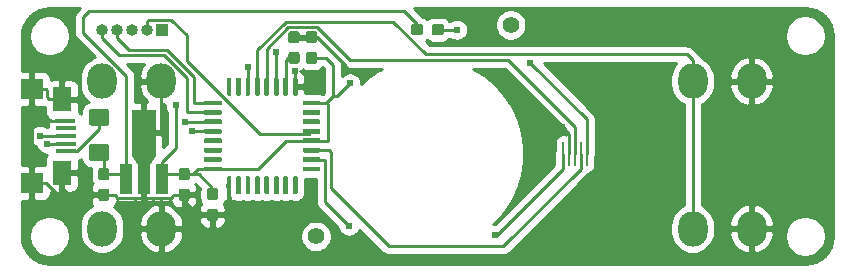
<source format=gbl>
G04 #@! TF.GenerationSoftware,KiCad,Pcbnew,(5.1.5-0-10_14)*
G04 #@! TF.CreationDate,2021-02-01T23:02:05+09:00*
G04 #@! TF.ProjectId,StickMouse,53746963-6b4d-46f7-9573-652e6b696361,V1.0*
G04 #@! TF.SameCoordinates,Original*
G04 #@! TF.FileFunction,Copper,L2,Bot*
G04 #@! TF.FilePolarity,Positive*
%FSLAX46Y46*%
G04 Gerber Fmt 4.6, Leading zero omitted, Abs format (unit mm)*
G04 Created by KiCad (PCBNEW (5.1.5-0-10_14)) date 2021-02-01 23:02:05*
%MOMM*%
%LPD*%
G04 APERTURE LIST*
%ADD10O,2.500000X3.000000*%
%ADD11O,1.000000X1.000000*%
%ADD12R,1.000000X1.000000*%
%ADD13C,0.100000*%
%ADD14R,2.000000X4.000000*%
%ADD15R,1.000000X2.500000*%
%ADD16R,0.150000X2.000000*%
%ADD17C,1.400000*%
%ADD18R,1.900000X1.800000*%
%ADD19R,1.600000X2.100000*%
%ADD20R,1.750000X0.300000*%
%ADD21C,0.609600*%
%ADD22C,0.254000*%
G04 APERTURE END LIST*
D10*
X27450000Y-6350000D03*
X22450000Y-6350000D03*
X27450000Y6150000D03*
X22450000Y6150000D03*
X-22550000Y-6350000D03*
X-27550000Y-6350000D03*
X-22550000Y6150000D03*
X-27550000Y6150000D03*
D11*
X-27540000Y10500000D03*
X-26270000Y10500000D03*
X-25000000Y10500000D03*
X-23730000Y10500000D03*
D12*
X-22460000Y10500000D03*
G04 #@! TA.AperFunction,SMDPad,CuDef*
D13*
G36*
X-17939221Y-4651144D02*
G01*
X-17916166Y-4654563D01*
X-17893557Y-4660227D01*
X-17871613Y-4668079D01*
X-17850543Y-4678044D01*
X-17830552Y-4690026D01*
X-17811832Y-4703910D01*
X-17794562Y-4719562D01*
X-17778910Y-4736832D01*
X-17765026Y-4755552D01*
X-17753044Y-4775543D01*
X-17743079Y-4796613D01*
X-17735227Y-4818557D01*
X-17729563Y-4841166D01*
X-17726144Y-4864221D01*
X-17725000Y-4887500D01*
X-17725000Y-5462500D01*
X-17726144Y-5485779D01*
X-17729563Y-5508834D01*
X-17735227Y-5531443D01*
X-17743079Y-5553387D01*
X-17753044Y-5574457D01*
X-17765026Y-5594448D01*
X-17778910Y-5613168D01*
X-17794562Y-5630438D01*
X-17811832Y-5646090D01*
X-17830552Y-5659974D01*
X-17850543Y-5671956D01*
X-17871613Y-5681921D01*
X-17893557Y-5689773D01*
X-17916166Y-5695437D01*
X-17939221Y-5698856D01*
X-17962500Y-5700000D01*
X-18437500Y-5700000D01*
X-18460779Y-5698856D01*
X-18483834Y-5695437D01*
X-18506443Y-5689773D01*
X-18528387Y-5681921D01*
X-18549457Y-5671956D01*
X-18569448Y-5659974D01*
X-18588168Y-5646090D01*
X-18605438Y-5630438D01*
X-18621090Y-5613168D01*
X-18634974Y-5594448D01*
X-18646956Y-5574457D01*
X-18656921Y-5553387D01*
X-18664773Y-5531443D01*
X-18670437Y-5508834D01*
X-18673856Y-5485779D01*
X-18675000Y-5462500D01*
X-18675000Y-4887500D01*
X-18673856Y-4864221D01*
X-18670437Y-4841166D01*
X-18664773Y-4818557D01*
X-18656921Y-4796613D01*
X-18646956Y-4775543D01*
X-18634974Y-4755552D01*
X-18621090Y-4736832D01*
X-18605438Y-4719562D01*
X-18588168Y-4703910D01*
X-18569448Y-4690026D01*
X-18549457Y-4678044D01*
X-18528387Y-4668079D01*
X-18506443Y-4660227D01*
X-18483834Y-4654563D01*
X-18460779Y-4651144D01*
X-18437500Y-4650000D01*
X-17962500Y-4650000D01*
X-17939221Y-4651144D01*
G37*
G04 #@! TD.AperFunction*
G04 #@! TA.AperFunction,SMDPad,CuDef*
G36*
X-17939221Y-2901144D02*
G01*
X-17916166Y-2904563D01*
X-17893557Y-2910227D01*
X-17871613Y-2918079D01*
X-17850543Y-2928044D01*
X-17830552Y-2940026D01*
X-17811832Y-2953910D01*
X-17794562Y-2969562D01*
X-17778910Y-2986832D01*
X-17765026Y-3005552D01*
X-17753044Y-3025543D01*
X-17743079Y-3046613D01*
X-17735227Y-3068557D01*
X-17729563Y-3091166D01*
X-17726144Y-3114221D01*
X-17725000Y-3137500D01*
X-17725000Y-3712500D01*
X-17726144Y-3735779D01*
X-17729563Y-3758834D01*
X-17735227Y-3781443D01*
X-17743079Y-3803387D01*
X-17753044Y-3824457D01*
X-17765026Y-3844448D01*
X-17778910Y-3863168D01*
X-17794562Y-3880438D01*
X-17811832Y-3896090D01*
X-17830552Y-3909974D01*
X-17850543Y-3921956D01*
X-17871613Y-3931921D01*
X-17893557Y-3939773D01*
X-17916166Y-3945437D01*
X-17939221Y-3948856D01*
X-17962500Y-3950000D01*
X-18437500Y-3950000D01*
X-18460779Y-3948856D01*
X-18483834Y-3945437D01*
X-18506443Y-3939773D01*
X-18528387Y-3931921D01*
X-18549457Y-3921956D01*
X-18569448Y-3909974D01*
X-18588168Y-3896090D01*
X-18605438Y-3880438D01*
X-18621090Y-3863168D01*
X-18634974Y-3844448D01*
X-18646956Y-3824457D01*
X-18656921Y-3803387D01*
X-18664773Y-3781443D01*
X-18670437Y-3758834D01*
X-18673856Y-3735779D01*
X-18675000Y-3712500D01*
X-18675000Y-3137500D01*
X-18673856Y-3114221D01*
X-18670437Y-3091166D01*
X-18664773Y-3068557D01*
X-18656921Y-3046613D01*
X-18646956Y-3025543D01*
X-18634974Y-3005552D01*
X-18621090Y-2986832D01*
X-18605438Y-2969562D01*
X-18588168Y-2953910D01*
X-18569448Y-2940026D01*
X-18549457Y-2928044D01*
X-18528387Y-2918079D01*
X-18506443Y-2910227D01*
X-18483834Y-2904563D01*
X-18460779Y-2901144D01*
X-18437500Y-2900000D01*
X-17962500Y-2900000D01*
X-17939221Y-2901144D01*
G37*
G04 #@! TD.AperFunction*
G04 #@! TA.AperFunction,SMDPad,CuDef*
G36*
X-27139221Y-2951144D02*
G01*
X-27116166Y-2954563D01*
X-27093557Y-2960227D01*
X-27071613Y-2968079D01*
X-27050543Y-2978044D01*
X-27030552Y-2990026D01*
X-27011832Y-3003910D01*
X-26994562Y-3019562D01*
X-26978910Y-3036832D01*
X-26965026Y-3055552D01*
X-26953044Y-3075543D01*
X-26943079Y-3096613D01*
X-26935227Y-3118557D01*
X-26929563Y-3141166D01*
X-26926144Y-3164221D01*
X-26925000Y-3187500D01*
X-26925000Y-3762500D01*
X-26926144Y-3785779D01*
X-26929563Y-3808834D01*
X-26935227Y-3831443D01*
X-26943079Y-3853387D01*
X-26953044Y-3874457D01*
X-26965026Y-3894448D01*
X-26978910Y-3913168D01*
X-26994562Y-3930438D01*
X-27011832Y-3946090D01*
X-27030552Y-3959974D01*
X-27050543Y-3971956D01*
X-27071613Y-3981921D01*
X-27093557Y-3989773D01*
X-27116166Y-3995437D01*
X-27139221Y-3998856D01*
X-27162500Y-4000000D01*
X-27637500Y-4000000D01*
X-27660779Y-3998856D01*
X-27683834Y-3995437D01*
X-27706443Y-3989773D01*
X-27728387Y-3981921D01*
X-27749457Y-3971956D01*
X-27769448Y-3959974D01*
X-27788168Y-3946090D01*
X-27805438Y-3930438D01*
X-27821090Y-3913168D01*
X-27834974Y-3894448D01*
X-27846956Y-3874457D01*
X-27856921Y-3853387D01*
X-27864773Y-3831443D01*
X-27870437Y-3808834D01*
X-27873856Y-3785779D01*
X-27875000Y-3762500D01*
X-27875000Y-3187500D01*
X-27873856Y-3164221D01*
X-27870437Y-3141166D01*
X-27864773Y-3118557D01*
X-27856921Y-3096613D01*
X-27846956Y-3075543D01*
X-27834974Y-3055552D01*
X-27821090Y-3036832D01*
X-27805438Y-3019562D01*
X-27788168Y-3003910D01*
X-27769448Y-2990026D01*
X-27749457Y-2978044D01*
X-27728387Y-2968079D01*
X-27706443Y-2960227D01*
X-27683834Y-2954563D01*
X-27660779Y-2951144D01*
X-27637500Y-2950000D01*
X-27162500Y-2950000D01*
X-27139221Y-2951144D01*
G37*
G04 #@! TD.AperFunction*
G04 #@! TA.AperFunction,SMDPad,CuDef*
G36*
X-27139221Y-1201144D02*
G01*
X-27116166Y-1204563D01*
X-27093557Y-1210227D01*
X-27071613Y-1218079D01*
X-27050543Y-1228044D01*
X-27030552Y-1240026D01*
X-27011832Y-1253910D01*
X-26994562Y-1269562D01*
X-26978910Y-1286832D01*
X-26965026Y-1305552D01*
X-26953044Y-1325543D01*
X-26943079Y-1346613D01*
X-26935227Y-1368557D01*
X-26929563Y-1391166D01*
X-26926144Y-1414221D01*
X-26925000Y-1437500D01*
X-26925000Y-2012500D01*
X-26926144Y-2035779D01*
X-26929563Y-2058834D01*
X-26935227Y-2081443D01*
X-26943079Y-2103387D01*
X-26953044Y-2124457D01*
X-26965026Y-2144448D01*
X-26978910Y-2163168D01*
X-26994562Y-2180438D01*
X-27011832Y-2196090D01*
X-27030552Y-2209974D01*
X-27050543Y-2221956D01*
X-27071613Y-2231921D01*
X-27093557Y-2239773D01*
X-27116166Y-2245437D01*
X-27139221Y-2248856D01*
X-27162500Y-2250000D01*
X-27637500Y-2250000D01*
X-27660779Y-2248856D01*
X-27683834Y-2245437D01*
X-27706443Y-2239773D01*
X-27728387Y-2231921D01*
X-27749457Y-2221956D01*
X-27769448Y-2209974D01*
X-27788168Y-2196090D01*
X-27805438Y-2180438D01*
X-27821090Y-2163168D01*
X-27834974Y-2144448D01*
X-27846956Y-2124457D01*
X-27856921Y-2103387D01*
X-27864773Y-2081443D01*
X-27870437Y-2058834D01*
X-27873856Y-2035779D01*
X-27875000Y-2012500D01*
X-27875000Y-1437500D01*
X-27873856Y-1414221D01*
X-27870437Y-1391166D01*
X-27864773Y-1368557D01*
X-27856921Y-1346613D01*
X-27846956Y-1325543D01*
X-27834974Y-1305552D01*
X-27821090Y-1286832D01*
X-27805438Y-1269562D01*
X-27788168Y-1253910D01*
X-27769448Y-1240026D01*
X-27749457Y-1228044D01*
X-27728387Y-1218079D01*
X-27706443Y-1210227D01*
X-27683834Y-1204563D01*
X-27660779Y-1201144D01*
X-27637500Y-1200000D01*
X-27162500Y-1200000D01*
X-27139221Y-1201144D01*
G37*
G04 #@! TD.AperFunction*
G04 #@! TA.AperFunction,SMDPad,CuDef*
G36*
X-9165198Y4499518D02*
G01*
X-9155491Y4498079D01*
X-9145972Y4495694D01*
X-9136732Y4492388D01*
X-9127860Y4488192D01*
X-9119443Y4483147D01*
X-9111561Y4477301D01*
X-9104289Y4470711D01*
X-9097699Y4463439D01*
X-9091853Y4455557D01*
X-9086808Y4447140D01*
X-9082612Y4438268D01*
X-9079306Y4429028D01*
X-9076921Y4419509D01*
X-9075482Y4409802D01*
X-9075000Y4400000D01*
X-9075000Y4200000D01*
X-9075482Y4190198D01*
X-9076921Y4180491D01*
X-9079306Y4170972D01*
X-9082612Y4161732D01*
X-9086808Y4152860D01*
X-9091853Y4144443D01*
X-9097699Y4136561D01*
X-9104289Y4129289D01*
X-9111561Y4122699D01*
X-9119443Y4116853D01*
X-9127860Y4111808D01*
X-9136732Y4107612D01*
X-9145972Y4104306D01*
X-9155491Y4101921D01*
X-9165198Y4100482D01*
X-9175000Y4100000D01*
X-10475000Y4100000D01*
X-10484802Y4100482D01*
X-10494509Y4101921D01*
X-10504028Y4104306D01*
X-10513268Y4107612D01*
X-10522140Y4111808D01*
X-10530557Y4116853D01*
X-10538439Y4122699D01*
X-10545711Y4129289D01*
X-10552301Y4136561D01*
X-10558147Y4144443D01*
X-10563192Y4152860D01*
X-10567388Y4161732D01*
X-10570694Y4170972D01*
X-10573079Y4180491D01*
X-10574518Y4190198D01*
X-10575000Y4200000D01*
X-10575000Y4400000D01*
X-10574518Y4409802D01*
X-10573079Y4419509D01*
X-10570694Y4429028D01*
X-10567388Y4438268D01*
X-10563192Y4447140D01*
X-10558147Y4455557D01*
X-10552301Y4463439D01*
X-10545711Y4470711D01*
X-10538439Y4477301D01*
X-10530557Y4483147D01*
X-10522140Y4488192D01*
X-10513268Y4492388D01*
X-10504028Y4495694D01*
X-10494509Y4498079D01*
X-10484802Y4499518D01*
X-10475000Y4500000D01*
X-9175000Y4500000D01*
X-9165198Y4499518D01*
G37*
G04 #@! TD.AperFunction*
G04 #@! TA.AperFunction,SMDPad,CuDef*
G36*
X-9165198Y3699518D02*
G01*
X-9155491Y3698079D01*
X-9145972Y3695694D01*
X-9136732Y3692388D01*
X-9127860Y3688192D01*
X-9119443Y3683147D01*
X-9111561Y3677301D01*
X-9104289Y3670711D01*
X-9097699Y3663439D01*
X-9091853Y3655557D01*
X-9086808Y3647140D01*
X-9082612Y3638268D01*
X-9079306Y3629028D01*
X-9076921Y3619509D01*
X-9075482Y3609802D01*
X-9075000Y3600000D01*
X-9075000Y3400000D01*
X-9075482Y3390198D01*
X-9076921Y3380491D01*
X-9079306Y3370972D01*
X-9082612Y3361732D01*
X-9086808Y3352860D01*
X-9091853Y3344443D01*
X-9097699Y3336561D01*
X-9104289Y3329289D01*
X-9111561Y3322699D01*
X-9119443Y3316853D01*
X-9127860Y3311808D01*
X-9136732Y3307612D01*
X-9145972Y3304306D01*
X-9155491Y3301921D01*
X-9165198Y3300482D01*
X-9175000Y3300000D01*
X-10475000Y3300000D01*
X-10484802Y3300482D01*
X-10494509Y3301921D01*
X-10504028Y3304306D01*
X-10513268Y3307612D01*
X-10522140Y3311808D01*
X-10530557Y3316853D01*
X-10538439Y3322699D01*
X-10545711Y3329289D01*
X-10552301Y3336561D01*
X-10558147Y3344443D01*
X-10563192Y3352860D01*
X-10567388Y3361732D01*
X-10570694Y3370972D01*
X-10573079Y3380491D01*
X-10574518Y3390198D01*
X-10575000Y3400000D01*
X-10575000Y3600000D01*
X-10574518Y3609802D01*
X-10573079Y3619509D01*
X-10570694Y3629028D01*
X-10567388Y3638268D01*
X-10563192Y3647140D01*
X-10558147Y3655557D01*
X-10552301Y3663439D01*
X-10545711Y3670711D01*
X-10538439Y3677301D01*
X-10530557Y3683147D01*
X-10522140Y3688192D01*
X-10513268Y3692388D01*
X-10504028Y3695694D01*
X-10494509Y3698079D01*
X-10484802Y3699518D01*
X-10475000Y3700000D01*
X-9175000Y3700000D01*
X-9165198Y3699518D01*
G37*
G04 #@! TD.AperFunction*
G04 #@! TA.AperFunction,SMDPad,CuDef*
G36*
X-9165198Y2899518D02*
G01*
X-9155491Y2898079D01*
X-9145972Y2895694D01*
X-9136732Y2892388D01*
X-9127860Y2888192D01*
X-9119443Y2883147D01*
X-9111561Y2877301D01*
X-9104289Y2870711D01*
X-9097699Y2863439D01*
X-9091853Y2855557D01*
X-9086808Y2847140D01*
X-9082612Y2838268D01*
X-9079306Y2829028D01*
X-9076921Y2819509D01*
X-9075482Y2809802D01*
X-9075000Y2800000D01*
X-9075000Y2600000D01*
X-9075482Y2590198D01*
X-9076921Y2580491D01*
X-9079306Y2570972D01*
X-9082612Y2561732D01*
X-9086808Y2552860D01*
X-9091853Y2544443D01*
X-9097699Y2536561D01*
X-9104289Y2529289D01*
X-9111561Y2522699D01*
X-9119443Y2516853D01*
X-9127860Y2511808D01*
X-9136732Y2507612D01*
X-9145972Y2504306D01*
X-9155491Y2501921D01*
X-9165198Y2500482D01*
X-9175000Y2500000D01*
X-10475000Y2500000D01*
X-10484802Y2500482D01*
X-10494509Y2501921D01*
X-10504028Y2504306D01*
X-10513268Y2507612D01*
X-10522140Y2511808D01*
X-10530557Y2516853D01*
X-10538439Y2522699D01*
X-10545711Y2529289D01*
X-10552301Y2536561D01*
X-10558147Y2544443D01*
X-10563192Y2552860D01*
X-10567388Y2561732D01*
X-10570694Y2570972D01*
X-10573079Y2580491D01*
X-10574518Y2590198D01*
X-10575000Y2600000D01*
X-10575000Y2800000D01*
X-10574518Y2809802D01*
X-10573079Y2819509D01*
X-10570694Y2829028D01*
X-10567388Y2838268D01*
X-10563192Y2847140D01*
X-10558147Y2855557D01*
X-10552301Y2863439D01*
X-10545711Y2870711D01*
X-10538439Y2877301D01*
X-10530557Y2883147D01*
X-10522140Y2888192D01*
X-10513268Y2892388D01*
X-10504028Y2895694D01*
X-10494509Y2898079D01*
X-10484802Y2899518D01*
X-10475000Y2900000D01*
X-9175000Y2900000D01*
X-9165198Y2899518D01*
G37*
G04 #@! TD.AperFunction*
G04 #@! TA.AperFunction,SMDPad,CuDef*
G36*
X-9165198Y2099518D02*
G01*
X-9155491Y2098079D01*
X-9145972Y2095694D01*
X-9136732Y2092388D01*
X-9127860Y2088192D01*
X-9119443Y2083147D01*
X-9111561Y2077301D01*
X-9104289Y2070711D01*
X-9097699Y2063439D01*
X-9091853Y2055557D01*
X-9086808Y2047140D01*
X-9082612Y2038268D01*
X-9079306Y2029028D01*
X-9076921Y2019509D01*
X-9075482Y2009802D01*
X-9075000Y2000000D01*
X-9075000Y1800000D01*
X-9075482Y1790198D01*
X-9076921Y1780491D01*
X-9079306Y1770972D01*
X-9082612Y1761732D01*
X-9086808Y1752860D01*
X-9091853Y1744443D01*
X-9097699Y1736561D01*
X-9104289Y1729289D01*
X-9111561Y1722699D01*
X-9119443Y1716853D01*
X-9127860Y1711808D01*
X-9136732Y1707612D01*
X-9145972Y1704306D01*
X-9155491Y1701921D01*
X-9165198Y1700482D01*
X-9175000Y1700000D01*
X-10475000Y1700000D01*
X-10484802Y1700482D01*
X-10494509Y1701921D01*
X-10504028Y1704306D01*
X-10513268Y1707612D01*
X-10522140Y1711808D01*
X-10530557Y1716853D01*
X-10538439Y1722699D01*
X-10545711Y1729289D01*
X-10552301Y1736561D01*
X-10558147Y1744443D01*
X-10563192Y1752860D01*
X-10567388Y1761732D01*
X-10570694Y1770972D01*
X-10573079Y1780491D01*
X-10574518Y1790198D01*
X-10575000Y1800000D01*
X-10575000Y2000000D01*
X-10574518Y2009802D01*
X-10573079Y2019509D01*
X-10570694Y2029028D01*
X-10567388Y2038268D01*
X-10563192Y2047140D01*
X-10558147Y2055557D01*
X-10552301Y2063439D01*
X-10545711Y2070711D01*
X-10538439Y2077301D01*
X-10530557Y2083147D01*
X-10522140Y2088192D01*
X-10513268Y2092388D01*
X-10504028Y2095694D01*
X-10494509Y2098079D01*
X-10484802Y2099518D01*
X-10475000Y2100000D01*
X-9175000Y2100000D01*
X-9165198Y2099518D01*
G37*
G04 #@! TD.AperFunction*
G04 #@! TA.AperFunction,SMDPad,CuDef*
G36*
X-9165198Y1299518D02*
G01*
X-9155491Y1298079D01*
X-9145972Y1295694D01*
X-9136732Y1292388D01*
X-9127860Y1288192D01*
X-9119443Y1283147D01*
X-9111561Y1277301D01*
X-9104289Y1270711D01*
X-9097699Y1263439D01*
X-9091853Y1255557D01*
X-9086808Y1247140D01*
X-9082612Y1238268D01*
X-9079306Y1229028D01*
X-9076921Y1219509D01*
X-9075482Y1209802D01*
X-9075000Y1200000D01*
X-9075000Y1000000D01*
X-9075482Y990198D01*
X-9076921Y980491D01*
X-9079306Y970972D01*
X-9082612Y961732D01*
X-9086808Y952860D01*
X-9091853Y944443D01*
X-9097699Y936561D01*
X-9104289Y929289D01*
X-9111561Y922699D01*
X-9119443Y916853D01*
X-9127860Y911808D01*
X-9136732Y907612D01*
X-9145972Y904306D01*
X-9155491Y901921D01*
X-9165198Y900482D01*
X-9175000Y900000D01*
X-10475000Y900000D01*
X-10484802Y900482D01*
X-10494509Y901921D01*
X-10504028Y904306D01*
X-10513268Y907612D01*
X-10522140Y911808D01*
X-10530557Y916853D01*
X-10538439Y922699D01*
X-10545711Y929289D01*
X-10552301Y936561D01*
X-10558147Y944443D01*
X-10563192Y952860D01*
X-10567388Y961732D01*
X-10570694Y970972D01*
X-10573079Y980491D01*
X-10574518Y990198D01*
X-10575000Y1000000D01*
X-10575000Y1200000D01*
X-10574518Y1209802D01*
X-10573079Y1219509D01*
X-10570694Y1229028D01*
X-10567388Y1238268D01*
X-10563192Y1247140D01*
X-10558147Y1255557D01*
X-10552301Y1263439D01*
X-10545711Y1270711D01*
X-10538439Y1277301D01*
X-10530557Y1283147D01*
X-10522140Y1288192D01*
X-10513268Y1292388D01*
X-10504028Y1295694D01*
X-10494509Y1298079D01*
X-10484802Y1299518D01*
X-10475000Y1300000D01*
X-9175000Y1300000D01*
X-9165198Y1299518D01*
G37*
G04 #@! TD.AperFunction*
G04 #@! TA.AperFunction,SMDPad,CuDef*
G36*
X-9165198Y499518D02*
G01*
X-9155491Y498079D01*
X-9145972Y495694D01*
X-9136732Y492388D01*
X-9127860Y488192D01*
X-9119443Y483147D01*
X-9111561Y477301D01*
X-9104289Y470711D01*
X-9097699Y463439D01*
X-9091853Y455557D01*
X-9086808Y447140D01*
X-9082612Y438268D01*
X-9079306Y429028D01*
X-9076921Y419509D01*
X-9075482Y409802D01*
X-9075000Y400000D01*
X-9075000Y200000D01*
X-9075482Y190198D01*
X-9076921Y180491D01*
X-9079306Y170972D01*
X-9082612Y161732D01*
X-9086808Y152860D01*
X-9091853Y144443D01*
X-9097699Y136561D01*
X-9104289Y129289D01*
X-9111561Y122699D01*
X-9119443Y116853D01*
X-9127860Y111808D01*
X-9136732Y107612D01*
X-9145972Y104306D01*
X-9155491Y101921D01*
X-9165198Y100482D01*
X-9175000Y100000D01*
X-10475000Y100000D01*
X-10484802Y100482D01*
X-10494509Y101921D01*
X-10504028Y104306D01*
X-10513268Y107612D01*
X-10522140Y111808D01*
X-10530557Y116853D01*
X-10538439Y122699D01*
X-10545711Y129289D01*
X-10552301Y136561D01*
X-10558147Y144443D01*
X-10563192Y152860D01*
X-10567388Y161732D01*
X-10570694Y170972D01*
X-10573079Y180491D01*
X-10574518Y190198D01*
X-10575000Y200000D01*
X-10575000Y400000D01*
X-10574518Y409802D01*
X-10573079Y419509D01*
X-10570694Y429028D01*
X-10567388Y438268D01*
X-10563192Y447140D01*
X-10558147Y455557D01*
X-10552301Y463439D01*
X-10545711Y470711D01*
X-10538439Y477301D01*
X-10530557Y483147D01*
X-10522140Y488192D01*
X-10513268Y492388D01*
X-10504028Y495694D01*
X-10494509Y498079D01*
X-10484802Y499518D01*
X-10475000Y500000D01*
X-9175000Y500000D01*
X-9165198Y499518D01*
G37*
G04 #@! TD.AperFunction*
G04 #@! TA.AperFunction,SMDPad,CuDef*
G36*
X-9165198Y-300482D02*
G01*
X-9155491Y-301921D01*
X-9145972Y-304306D01*
X-9136732Y-307612D01*
X-9127860Y-311808D01*
X-9119443Y-316853D01*
X-9111561Y-322699D01*
X-9104289Y-329289D01*
X-9097699Y-336561D01*
X-9091853Y-344443D01*
X-9086808Y-352860D01*
X-9082612Y-361732D01*
X-9079306Y-370972D01*
X-9076921Y-380491D01*
X-9075482Y-390198D01*
X-9075000Y-400000D01*
X-9075000Y-600000D01*
X-9075482Y-609802D01*
X-9076921Y-619509D01*
X-9079306Y-629028D01*
X-9082612Y-638268D01*
X-9086808Y-647140D01*
X-9091853Y-655557D01*
X-9097699Y-663439D01*
X-9104289Y-670711D01*
X-9111561Y-677301D01*
X-9119443Y-683147D01*
X-9127860Y-688192D01*
X-9136732Y-692388D01*
X-9145972Y-695694D01*
X-9155491Y-698079D01*
X-9165198Y-699518D01*
X-9175000Y-700000D01*
X-10475000Y-700000D01*
X-10484802Y-699518D01*
X-10494509Y-698079D01*
X-10504028Y-695694D01*
X-10513268Y-692388D01*
X-10522140Y-688192D01*
X-10530557Y-683147D01*
X-10538439Y-677301D01*
X-10545711Y-670711D01*
X-10552301Y-663439D01*
X-10558147Y-655557D01*
X-10563192Y-647140D01*
X-10567388Y-638268D01*
X-10570694Y-629028D01*
X-10573079Y-619509D01*
X-10574518Y-609802D01*
X-10575000Y-600000D01*
X-10575000Y-400000D01*
X-10574518Y-390198D01*
X-10573079Y-380491D01*
X-10570694Y-370972D01*
X-10567388Y-361732D01*
X-10563192Y-352860D01*
X-10558147Y-344443D01*
X-10552301Y-336561D01*
X-10545711Y-329289D01*
X-10538439Y-322699D01*
X-10530557Y-316853D01*
X-10522140Y-311808D01*
X-10513268Y-307612D01*
X-10504028Y-304306D01*
X-10494509Y-301921D01*
X-10484802Y-300482D01*
X-10475000Y-300000D01*
X-9175000Y-300000D01*
X-9165198Y-300482D01*
G37*
G04 #@! TD.AperFunction*
G04 #@! TA.AperFunction,SMDPad,CuDef*
G36*
X-9165198Y-1100482D02*
G01*
X-9155491Y-1101921D01*
X-9145972Y-1104306D01*
X-9136732Y-1107612D01*
X-9127860Y-1111808D01*
X-9119443Y-1116853D01*
X-9111561Y-1122699D01*
X-9104289Y-1129289D01*
X-9097699Y-1136561D01*
X-9091853Y-1144443D01*
X-9086808Y-1152860D01*
X-9082612Y-1161732D01*
X-9079306Y-1170972D01*
X-9076921Y-1180491D01*
X-9075482Y-1190198D01*
X-9075000Y-1200000D01*
X-9075000Y-1400000D01*
X-9075482Y-1409802D01*
X-9076921Y-1419509D01*
X-9079306Y-1429028D01*
X-9082612Y-1438268D01*
X-9086808Y-1447140D01*
X-9091853Y-1455557D01*
X-9097699Y-1463439D01*
X-9104289Y-1470711D01*
X-9111561Y-1477301D01*
X-9119443Y-1483147D01*
X-9127860Y-1488192D01*
X-9136732Y-1492388D01*
X-9145972Y-1495694D01*
X-9155491Y-1498079D01*
X-9165198Y-1499518D01*
X-9175000Y-1500000D01*
X-10475000Y-1500000D01*
X-10484802Y-1499518D01*
X-10494509Y-1498079D01*
X-10504028Y-1495694D01*
X-10513268Y-1492388D01*
X-10522140Y-1488192D01*
X-10530557Y-1483147D01*
X-10538439Y-1477301D01*
X-10545711Y-1470711D01*
X-10552301Y-1463439D01*
X-10558147Y-1455557D01*
X-10563192Y-1447140D01*
X-10567388Y-1438268D01*
X-10570694Y-1429028D01*
X-10573079Y-1419509D01*
X-10574518Y-1409802D01*
X-10575000Y-1400000D01*
X-10575000Y-1200000D01*
X-10574518Y-1190198D01*
X-10573079Y-1180491D01*
X-10570694Y-1170972D01*
X-10567388Y-1161732D01*
X-10563192Y-1152860D01*
X-10558147Y-1144443D01*
X-10552301Y-1136561D01*
X-10545711Y-1129289D01*
X-10538439Y-1122699D01*
X-10530557Y-1116853D01*
X-10522140Y-1111808D01*
X-10513268Y-1107612D01*
X-10504028Y-1104306D01*
X-10494509Y-1101921D01*
X-10484802Y-1100482D01*
X-10475000Y-1100000D01*
X-9175000Y-1100000D01*
X-9165198Y-1100482D01*
G37*
G04 #@! TD.AperFunction*
G04 #@! TA.AperFunction,SMDPad,CuDef*
G36*
X-11090198Y-1925482D02*
G01*
X-11080491Y-1926921D01*
X-11070972Y-1929306D01*
X-11061732Y-1932612D01*
X-11052860Y-1936808D01*
X-11044443Y-1941853D01*
X-11036561Y-1947699D01*
X-11029289Y-1954289D01*
X-11022699Y-1961561D01*
X-11016853Y-1969443D01*
X-11011808Y-1977860D01*
X-11007612Y-1986732D01*
X-11004306Y-1995972D01*
X-11001921Y-2005491D01*
X-11000482Y-2015198D01*
X-11000000Y-2025000D01*
X-11000000Y-3325000D01*
X-11000482Y-3334802D01*
X-11001921Y-3344509D01*
X-11004306Y-3354028D01*
X-11007612Y-3363268D01*
X-11011808Y-3372140D01*
X-11016853Y-3380557D01*
X-11022699Y-3388439D01*
X-11029289Y-3395711D01*
X-11036561Y-3402301D01*
X-11044443Y-3408147D01*
X-11052860Y-3413192D01*
X-11061732Y-3417388D01*
X-11070972Y-3420694D01*
X-11080491Y-3423079D01*
X-11090198Y-3424518D01*
X-11100000Y-3425000D01*
X-11300000Y-3425000D01*
X-11309802Y-3424518D01*
X-11319509Y-3423079D01*
X-11329028Y-3420694D01*
X-11338268Y-3417388D01*
X-11347140Y-3413192D01*
X-11355557Y-3408147D01*
X-11363439Y-3402301D01*
X-11370711Y-3395711D01*
X-11377301Y-3388439D01*
X-11383147Y-3380557D01*
X-11388192Y-3372140D01*
X-11392388Y-3363268D01*
X-11395694Y-3354028D01*
X-11398079Y-3344509D01*
X-11399518Y-3334802D01*
X-11400000Y-3325000D01*
X-11400000Y-2025000D01*
X-11399518Y-2015198D01*
X-11398079Y-2005491D01*
X-11395694Y-1995972D01*
X-11392388Y-1986732D01*
X-11388192Y-1977860D01*
X-11383147Y-1969443D01*
X-11377301Y-1961561D01*
X-11370711Y-1954289D01*
X-11363439Y-1947699D01*
X-11355557Y-1941853D01*
X-11347140Y-1936808D01*
X-11338268Y-1932612D01*
X-11329028Y-1929306D01*
X-11319509Y-1926921D01*
X-11309802Y-1925482D01*
X-11300000Y-1925000D01*
X-11100000Y-1925000D01*
X-11090198Y-1925482D01*
G37*
G04 #@! TD.AperFunction*
G04 #@! TA.AperFunction,SMDPad,CuDef*
G36*
X-11890198Y-1925482D02*
G01*
X-11880491Y-1926921D01*
X-11870972Y-1929306D01*
X-11861732Y-1932612D01*
X-11852860Y-1936808D01*
X-11844443Y-1941853D01*
X-11836561Y-1947699D01*
X-11829289Y-1954289D01*
X-11822699Y-1961561D01*
X-11816853Y-1969443D01*
X-11811808Y-1977860D01*
X-11807612Y-1986732D01*
X-11804306Y-1995972D01*
X-11801921Y-2005491D01*
X-11800482Y-2015198D01*
X-11800000Y-2025000D01*
X-11800000Y-3325000D01*
X-11800482Y-3334802D01*
X-11801921Y-3344509D01*
X-11804306Y-3354028D01*
X-11807612Y-3363268D01*
X-11811808Y-3372140D01*
X-11816853Y-3380557D01*
X-11822699Y-3388439D01*
X-11829289Y-3395711D01*
X-11836561Y-3402301D01*
X-11844443Y-3408147D01*
X-11852860Y-3413192D01*
X-11861732Y-3417388D01*
X-11870972Y-3420694D01*
X-11880491Y-3423079D01*
X-11890198Y-3424518D01*
X-11900000Y-3425000D01*
X-12100000Y-3425000D01*
X-12109802Y-3424518D01*
X-12119509Y-3423079D01*
X-12129028Y-3420694D01*
X-12138268Y-3417388D01*
X-12147140Y-3413192D01*
X-12155557Y-3408147D01*
X-12163439Y-3402301D01*
X-12170711Y-3395711D01*
X-12177301Y-3388439D01*
X-12183147Y-3380557D01*
X-12188192Y-3372140D01*
X-12192388Y-3363268D01*
X-12195694Y-3354028D01*
X-12198079Y-3344509D01*
X-12199518Y-3334802D01*
X-12200000Y-3325000D01*
X-12200000Y-2025000D01*
X-12199518Y-2015198D01*
X-12198079Y-2005491D01*
X-12195694Y-1995972D01*
X-12192388Y-1986732D01*
X-12188192Y-1977860D01*
X-12183147Y-1969443D01*
X-12177301Y-1961561D01*
X-12170711Y-1954289D01*
X-12163439Y-1947699D01*
X-12155557Y-1941853D01*
X-12147140Y-1936808D01*
X-12138268Y-1932612D01*
X-12129028Y-1929306D01*
X-12119509Y-1926921D01*
X-12109802Y-1925482D01*
X-12100000Y-1925000D01*
X-11900000Y-1925000D01*
X-11890198Y-1925482D01*
G37*
G04 #@! TD.AperFunction*
G04 #@! TA.AperFunction,SMDPad,CuDef*
G36*
X-12690198Y-1925482D02*
G01*
X-12680491Y-1926921D01*
X-12670972Y-1929306D01*
X-12661732Y-1932612D01*
X-12652860Y-1936808D01*
X-12644443Y-1941853D01*
X-12636561Y-1947699D01*
X-12629289Y-1954289D01*
X-12622699Y-1961561D01*
X-12616853Y-1969443D01*
X-12611808Y-1977860D01*
X-12607612Y-1986732D01*
X-12604306Y-1995972D01*
X-12601921Y-2005491D01*
X-12600482Y-2015198D01*
X-12600000Y-2025000D01*
X-12600000Y-3325000D01*
X-12600482Y-3334802D01*
X-12601921Y-3344509D01*
X-12604306Y-3354028D01*
X-12607612Y-3363268D01*
X-12611808Y-3372140D01*
X-12616853Y-3380557D01*
X-12622699Y-3388439D01*
X-12629289Y-3395711D01*
X-12636561Y-3402301D01*
X-12644443Y-3408147D01*
X-12652860Y-3413192D01*
X-12661732Y-3417388D01*
X-12670972Y-3420694D01*
X-12680491Y-3423079D01*
X-12690198Y-3424518D01*
X-12700000Y-3425000D01*
X-12900000Y-3425000D01*
X-12909802Y-3424518D01*
X-12919509Y-3423079D01*
X-12929028Y-3420694D01*
X-12938268Y-3417388D01*
X-12947140Y-3413192D01*
X-12955557Y-3408147D01*
X-12963439Y-3402301D01*
X-12970711Y-3395711D01*
X-12977301Y-3388439D01*
X-12983147Y-3380557D01*
X-12988192Y-3372140D01*
X-12992388Y-3363268D01*
X-12995694Y-3354028D01*
X-12998079Y-3344509D01*
X-12999518Y-3334802D01*
X-13000000Y-3325000D01*
X-13000000Y-2025000D01*
X-12999518Y-2015198D01*
X-12998079Y-2005491D01*
X-12995694Y-1995972D01*
X-12992388Y-1986732D01*
X-12988192Y-1977860D01*
X-12983147Y-1969443D01*
X-12977301Y-1961561D01*
X-12970711Y-1954289D01*
X-12963439Y-1947699D01*
X-12955557Y-1941853D01*
X-12947140Y-1936808D01*
X-12938268Y-1932612D01*
X-12929028Y-1929306D01*
X-12919509Y-1926921D01*
X-12909802Y-1925482D01*
X-12900000Y-1925000D01*
X-12700000Y-1925000D01*
X-12690198Y-1925482D01*
G37*
G04 #@! TD.AperFunction*
G04 #@! TA.AperFunction,SMDPad,CuDef*
G36*
X-13490198Y-1925482D02*
G01*
X-13480491Y-1926921D01*
X-13470972Y-1929306D01*
X-13461732Y-1932612D01*
X-13452860Y-1936808D01*
X-13444443Y-1941853D01*
X-13436561Y-1947699D01*
X-13429289Y-1954289D01*
X-13422699Y-1961561D01*
X-13416853Y-1969443D01*
X-13411808Y-1977860D01*
X-13407612Y-1986732D01*
X-13404306Y-1995972D01*
X-13401921Y-2005491D01*
X-13400482Y-2015198D01*
X-13400000Y-2025000D01*
X-13400000Y-3325000D01*
X-13400482Y-3334802D01*
X-13401921Y-3344509D01*
X-13404306Y-3354028D01*
X-13407612Y-3363268D01*
X-13411808Y-3372140D01*
X-13416853Y-3380557D01*
X-13422699Y-3388439D01*
X-13429289Y-3395711D01*
X-13436561Y-3402301D01*
X-13444443Y-3408147D01*
X-13452860Y-3413192D01*
X-13461732Y-3417388D01*
X-13470972Y-3420694D01*
X-13480491Y-3423079D01*
X-13490198Y-3424518D01*
X-13500000Y-3425000D01*
X-13700000Y-3425000D01*
X-13709802Y-3424518D01*
X-13719509Y-3423079D01*
X-13729028Y-3420694D01*
X-13738268Y-3417388D01*
X-13747140Y-3413192D01*
X-13755557Y-3408147D01*
X-13763439Y-3402301D01*
X-13770711Y-3395711D01*
X-13777301Y-3388439D01*
X-13783147Y-3380557D01*
X-13788192Y-3372140D01*
X-13792388Y-3363268D01*
X-13795694Y-3354028D01*
X-13798079Y-3344509D01*
X-13799518Y-3334802D01*
X-13800000Y-3325000D01*
X-13800000Y-2025000D01*
X-13799518Y-2015198D01*
X-13798079Y-2005491D01*
X-13795694Y-1995972D01*
X-13792388Y-1986732D01*
X-13788192Y-1977860D01*
X-13783147Y-1969443D01*
X-13777301Y-1961561D01*
X-13770711Y-1954289D01*
X-13763439Y-1947699D01*
X-13755557Y-1941853D01*
X-13747140Y-1936808D01*
X-13738268Y-1932612D01*
X-13729028Y-1929306D01*
X-13719509Y-1926921D01*
X-13709802Y-1925482D01*
X-13700000Y-1925000D01*
X-13500000Y-1925000D01*
X-13490198Y-1925482D01*
G37*
G04 #@! TD.AperFunction*
G04 #@! TA.AperFunction,SMDPad,CuDef*
G36*
X-14290198Y-1925482D02*
G01*
X-14280491Y-1926921D01*
X-14270972Y-1929306D01*
X-14261732Y-1932612D01*
X-14252860Y-1936808D01*
X-14244443Y-1941853D01*
X-14236561Y-1947699D01*
X-14229289Y-1954289D01*
X-14222699Y-1961561D01*
X-14216853Y-1969443D01*
X-14211808Y-1977860D01*
X-14207612Y-1986732D01*
X-14204306Y-1995972D01*
X-14201921Y-2005491D01*
X-14200482Y-2015198D01*
X-14200000Y-2025000D01*
X-14200000Y-3325000D01*
X-14200482Y-3334802D01*
X-14201921Y-3344509D01*
X-14204306Y-3354028D01*
X-14207612Y-3363268D01*
X-14211808Y-3372140D01*
X-14216853Y-3380557D01*
X-14222699Y-3388439D01*
X-14229289Y-3395711D01*
X-14236561Y-3402301D01*
X-14244443Y-3408147D01*
X-14252860Y-3413192D01*
X-14261732Y-3417388D01*
X-14270972Y-3420694D01*
X-14280491Y-3423079D01*
X-14290198Y-3424518D01*
X-14300000Y-3425000D01*
X-14500000Y-3425000D01*
X-14509802Y-3424518D01*
X-14519509Y-3423079D01*
X-14529028Y-3420694D01*
X-14538268Y-3417388D01*
X-14547140Y-3413192D01*
X-14555557Y-3408147D01*
X-14563439Y-3402301D01*
X-14570711Y-3395711D01*
X-14577301Y-3388439D01*
X-14583147Y-3380557D01*
X-14588192Y-3372140D01*
X-14592388Y-3363268D01*
X-14595694Y-3354028D01*
X-14598079Y-3344509D01*
X-14599518Y-3334802D01*
X-14600000Y-3325000D01*
X-14600000Y-2025000D01*
X-14599518Y-2015198D01*
X-14598079Y-2005491D01*
X-14595694Y-1995972D01*
X-14592388Y-1986732D01*
X-14588192Y-1977860D01*
X-14583147Y-1969443D01*
X-14577301Y-1961561D01*
X-14570711Y-1954289D01*
X-14563439Y-1947699D01*
X-14555557Y-1941853D01*
X-14547140Y-1936808D01*
X-14538268Y-1932612D01*
X-14529028Y-1929306D01*
X-14519509Y-1926921D01*
X-14509802Y-1925482D01*
X-14500000Y-1925000D01*
X-14300000Y-1925000D01*
X-14290198Y-1925482D01*
G37*
G04 #@! TD.AperFunction*
G04 #@! TA.AperFunction,SMDPad,CuDef*
G36*
X-15090198Y-1925482D02*
G01*
X-15080491Y-1926921D01*
X-15070972Y-1929306D01*
X-15061732Y-1932612D01*
X-15052860Y-1936808D01*
X-15044443Y-1941853D01*
X-15036561Y-1947699D01*
X-15029289Y-1954289D01*
X-15022699Y-1961561D01*
X-15016853Y-1969443D01*
X-15011808Y-1977860D01*
X-15007612Y-1986732D01*
X-15004306Y-1995972D01*
X-15001921Y-2005491D01*
X-15000482Y-2015198D01*
X-15000000Y-2025000D01*
X-15000000Y-3325000D01*
X-15000482Y-3334802D01*
X-15001921Y-3344509D01*
X-15004306Y-3354028D01*
X-15007612Y-3363268D01*
X-15011808Y-3372140D01*
X-15016853Y-3380557D01*
X-15022699Y-3388439D01*
X-15029289Y-3395711D01*
X-15036561Y-3402301D01*
X-15044443Y-3408147D01*
X-15052860Y-3413192D01*
X-15061732Y-3417388D01*
X-15070972Y-3420694D01*
X-15080491Y-3423079D01*
X-15090198Y-3424518D01*
X-15100000Y-3425000D01*
X-15300000Y-3425000D01*
X-15309802Y-3424518D01*
X-15319509Y-3423079D01*
X-15329028Y-3420694D01*
X-15338268Y-3417388D01*
X-15347140Y-3413192D01*
X-15355557Y-3408147D01*
X-15363439Y-3402301D01*
X-15370711Y-3395711D01*
X-15377301Y-3388439D01*
X-15383147Y-3380557D01*
X-15388192Y-3372140D01*
X-15392388Y-3363268D01*
X-15395694Y-3354028D01*
X-15398079Y-3344509D01*
X-15399518Y-3334802D01*
X-15400000Y-3325000D01*
X-15400000Y-2025000D01*
X-15399518Y-2015198D01*
X-15398079Y-2005491D01*
X-15395694Y-1995972D01*
X-15392388Y-1986732D01*
X-15388192Y-1977860D01*
X-15383147Y-1969443D01*
X-15377301Y-1961561D01*
X-15370711Y-1954289D01*
X-15363439Y-1947699D01*
X-15355557Y-1941853D01*
X-15347140Y-1936808D01*
X-15338268Y-1932612D01*
X-15329028Y-1929306D01*
X-15319509Y-1926921D01*
X-15309802Y-1925482D01*
X-15300000Y-1925000D01*
X-15100000Y-1925000D01*
X-15090198Y-1925482D01*
G37*
G04 #@! TD.AperFunction*
G04 #@! TA.AperFunction,SMDPad,CuDef*
G36*
X-15890198Y-1925482D02*
G01*
X-15880491Y-1926921D01*
X-15870972Y-1929306D01*
X-15861732Y-1932612D01*
X-15852860Y-1936808D01*
X-15844443Y-1941853D01*
X-15836561Y-1947699D01*
X-15829289Y-1954289D01*
X-15822699Y-1961561D01*
X-15816853Y-1969443D01*
X-15811808Y-1977860D01*
X-15807612Y-1986732D01*
X-15804306Y-1995972D01*
X-15801921Y-2005491D01*
X-15800482Y-2015198D01*
X-15800000Y-2025000D01*
X-15800000Y-3325000D01*
X-15800482Y-3334802D01*
X-15801921Y-3344509D01*
X-15804306Y-3354028D01*
X-15807612Y-3363268D01*
X-15811808Y-3372140D01*
X-15816853Y-3380557D01*
X-15822699Y-3388439D01*
X-15829289Y-3395711D01*
X-15836561Y-3402301D01*
X-15844443Y-3408147D01*
X-15852860Y-3413192D01*
X-15861732Y-3417388D01*
X-15870972Y-3420694D01*
X-15880491Y-3423079D01*
X-15890198Y-3424518D01*
X-15900000Y-3425000D01*
X-16100000Y-3425000D01*
X-16109802Y-3424518D01*
X-16119509Y-3423079D01*
X-16129028Y-3420694D01*
X-16138268Y-3417388D01*
X-16147140Y-3413192D01*
X-16155557Y-3408147D01*
X-16163439Y-3402301D01*
X-16170711Y-3395711D01*
X-16177301Y-3388439D01*
X-16183147Y-3380557D01*
X-16188192Y-3372140D01*
X-16192388Y-3363268D01*
X-16195694Y-3354028D01*
X-16198079Y-3344509D01*
X-16199518Y-3334802D01*
X-16200000Y-3325000D01*
X-16200000Y-2025000D01*
X-16199518Y-2015198D01*
X-16198079Y-2005491D01*
X-16195694Y-1995972D01*
X-16192388Y-1986732D01*
X-16188192Y-1977860D01*
X-16183147Y-1969443D01*
X-16177301Y-1961561D01*
X-16170711Y-1954289D01*
X-16163439Y-1947699D01*
X-16155557Y-1941853D01*
X-16147140Y-1936808D01*
X-16138268Y-1932612D01*
X-16129028Y-1929306D01*
X-16119509Y-1926921D01*
X-16109802Y-1925482D01*
X-16100000Y-1925000D01*
X-15900000Y-1925000D01*
X-15890198Y-1925482D01*
G37*
G04 #@! TD.AperFunction*
G04 #@! TA.AperFunction,SMDPad,CuDef*
G36*
X-16690198Y-1925482D02*
G01*
X-16680491Y-1926921D01*
X-16670972Y-1929306D01*
X-16661732Y-1932612D01*
X-16652860Y-1936808D01*
X-16644443Y-1941853D01*
X-16636561Y-1947699D01*
X-16629289Y-1954289D01*
X-16622699Y-1961561D01*
X-16616853Y-1969443D01*
X-16611808Y-1977860D01*
X-16607612Y-1986732D01*
X-16604306Y-1995972D01*
X-16601921Y-2005491D01*
X-16600482Y-2015198D01*
X-16600000Y-2025000D01*
X-16600000Y-3325000D01*
X-16600482Y-3334802D01*
X-16601921Y-3344509D01*
X-16604306Y-3354028D01*
X-16607612Y-3363268D01*
X-16611808Y-3372140D01*
X-16616853Y-3380557D01*
X-16622699Y-3388439D01*
X-16629289Y-3395711D01*
X-16636561Y-3402301D01*
X-16644443Y-3408147D01*
X-16652860Y-3413192D01*
X-16661732Y-3417388D01*
X-16670972Y-3420694D01*
X-16680491Y-3423079D01*
X-16690198Y-3424518D01*
X-16700000Y-3425000D01*
X-16900000Y-3425000D01*
X-16909802Y-3424518D01*
X-16919509Y-3423079D01*
X-16929028Y-3420694D01*
X-16938268Y-3417388D01*
X-16947140Y-3413192D01*
X-16955557Y-3408147D01*
X-16963439Y-3402301D01*
X-16970711Y-3395711D01*
X-16977301Y-3388439D01*
X-16983147Y-3380557D01*
X-16988192Y-3372140D01*
X-16992388Y-3363268D01*
X-16995694Y-3354028D01*
X-16998079Y-3344509D01*
X-16999518Y-3334802D01*
X-17000000Y-3325000D01*
X-17000000Y-2025000D01*
X-16999518Y-2015198D01*
X-16998079Y-2005491D01*
X-16995694Y-1995972D01*
X-16992388Y-1986732D01*
X-16988192Y-1977860D01*
X-16983147Y-1969443D01*
X-16977301Y-1961561D01*
X-16970711Y-1954289D01*
X-16963439Y-1947699D01*
X-16955557Y-1941853D01*
X-16947140Y-1936808D01*
X-16938268Y-1932612D01*
X-16929028Y-1929306D01*
X-16919509Y-1926921D01*
X-16909802Y-1925482D01*
X-16900000Y-1925000D01*
X-16700000Y-1925000D01*
X-16690198Y-1925482D01*
G37*
G04 #@! TD.AperFunction*
G04 #@! TA.AperFunction,SMDPad,CuDef*
G36*
X-17515198Y-1100482D02*
G01*
X-17505491Y-1101921D01*
X-17495972Y-1104306D01*
X-17486732Y-1107612D01*
X-17477860Y-1111808D01*
X-17469443Y-1116853D01*
X-17461561Y-1122699D01*
X-17454289Y-1129289D01*
X-17447699Y-1136561D01*
X-17441853Y-1144443D01*
X-17436808Y-1152860D01*
X-17432612Y-1161732D01*
X-17429306Y-1170972D01*
X-17426921Y-1180491D01*
X-17425482Y-1190198D01*
X-17425000Y-1200000D01*
X-17425000Y-1400000D01*
X-17425482Y-1409802D01*
X-17426921Y-1419509D01*
X-17429306Y-1429028D01*
X-17432612Y-1438268D01*
X-17436808Y-1447140D01*
X-17441853Y-1455557D01*
X-17447699Y-1463439D01*
X-17454289Y-1470711D01*
X-17461561Y-1477301D01*
X-17469443Y-1483147D01*
X-17477860Y-1488192D01*
X-17486732Y-1492388D01*
X-17495972Y-1495694D01*
X-17505491Y-1498079D01*
X-17515198Y-1499518D01*
X-17525000Y-1500000D01*
X-18825000Y-1500000D01*
X-18834802Y-1499518D01*
X-18844509Y-1498079D01*
X-18854028Y-1495694D01*
X-18863268Y-1492388D01*
X-18872140Y-1488192D01*
X-18880557Y-1483147D01*
X-18888439Y-1477301D01*
X-18895711Y-1470711D01*
X-18902301Y-1463439D01*
X-18908147Y-1455557D01*
X-18913192Y-1447140D01*
X-18917388Y-1438268D01*
X-18920694Y-1429028D01*
X-18923079Y-1419509D01*
X-18924518Y-1409802D01*
X-18925000Y-1400000D01*
X-18925000Y-1200000D01*
X-18924518Y-1190198D01*
X-18923079Y-1180491D01*
X-18920694Y-1170972D01*
X-18917388Y-1161732D01*
X-18913192Y-1152860D01*
X-18908147Y-1144443D01*
X-18902301Y-1136561D01*
X-18895711Y-1129289D01*
X-18888439Y-1122699D01*
X-18880557Y-1116853D01*
X-18872140Y-1111808D01*
X-18863268Y-1107612D01*
X-18854028Y-1104306D01*
X-18844509Y-1101921D01*
X-18834802Y-1100482D01*
X-18825000Y-1100000D01*
X-17525000Y-1100000D01*
X-17515198Y-1100482D01*
G37*
G04 #@! TD.AperFunction*
G04 #@! TA.AperFunction,SMDPad,CuDef*
G36*
X-17515198Y-300482D02*
G01*
X-17505491Y-301921D01*
X-17495972Y-304306D01*
X-17486732Y-307612D01*
X-17477860Y-311808D01*
X-17469443Y-316853D01*
X-17461561Y-322699D01*
X-17454289Y-329289D01*
X-17447699Y-336561D01*
X-17441853Y-344443D01*
X-17436808Y-352860D01*
X-17432612Y-361732D01*
X-17429306Y-370972D01*
X-17426921Y-380491D01*
X-17425482Y-390198D01*
X-17425000Y-400000D01*
X-17425000Y-600000D01*
X-17425482Y-609802D01*
X-17426921Y-619509D01*
X-17429306Y-629028D01*
X-17432612Y-638268D01*
X-17436808Y-647140D01*
X-17441853Y-655557D01*
X-17447699Y-663439D01*
X-17454289Y-670711D01*
X-17461561Y-677301D01*
X-17469443Y-683147D01*
X-17477860Y-688192D01*
X-17486732Y-692388D01*
X-17495972Y-695694D01*
X-17505491Y-698079D01*
X-17515198Y-699518D01*
X-17525000Y-700000D01*
X-18825000Y-700000D01*
X-18834802Y-699518D01*
X-18844509Y-698079D01*
X-18854028Y-695694D01*
X-18863268Y-692388D01*
X-18872140Y-688192D01*
X-18880557Y-683147D01*
X-18888439Y-677301D01*
X-18895711Y-670711D01*
X-18902301Y-663439D01*
X-18908147Y-655557D01*
X-18913192Y-647140D01*
X-18917388Y-638268D01*
X-18920694Y-629028D01*
X-18923079Y-619509D01*
X-18924518Y-609802D01*
X-18925000Y-600000D01*
X-18925000Y-400000D01*
X-18924518Y-390198D01*
X-18923079Y-380491D01*
X-18920694Y-370972D01*
X-18917388Y-361732D01*
X-18913192Y-352860D01*
X-18908147Y-344443D01*
X-18902301Y-336561D01*
X-18895711Y-329289D01*
X-18888439Y-322699D01*
X-18880557Y-316853D01*
X-18872140Y-311808D01*
X-18863268Y-307612D01*
X-18854028Y-304306D01*
X-18844509Y-301921D01*
X-18834802Y-300482D01*
X-18825000Y-300000D01*
X-17525000Y-300000D01*
X-17515198Y-300482D01*
G37*
G04 #@! TD.AperFunction*
G04 #@! TA.AperFunction,SMDPad,CuDef*
G36*
X-17515198Y499518D02*
G01*
X-17505491Y498079D01*
X-17495972Y495694D01*
X-17486732Y492388D01*
X-17477860Y488192D01*
X-17469443Y483147D01*
X-17461561Y477301D01*
X-17454289Y470711D01*
X-17447699Y463439D01*
X-17441853Y455557D01*
X-17436808Y447140D01*
X-17432612Y438268D01*
X-17429306Y429028D01*
X-17426921Y419509D01*
X-17425482Y409802D01*
X-17425000Y400000D01*
X-17425000Y200000D01*
X-17425482Y190198D01*
X-17426921Y180491D01*
X-17429306Y170972D01*
X-17432612Y161732D01*
X-17436808Y152860D01*
X-17441853Y144443D01*
X-17447699Y136561D01*
X-17454289Y129289D01*
X-17461561Y122699D01*
X-17469443Y116853D01*
X-17477860Y111808D01*
X-17486732Y107612D01*
X-17495972Y104306D01*
X-17505491Y101921D01*
X-17515198Y100482D01*
X-17525000Y100000D01*
X-18825000Y100000D01*
X-18834802Y100482D01*
X-18844509Y101921D01*
X-18854028Y104306D01*
X-18863268Y107612D01*
X-18872140Y111808D01*
X-18880557Y116853D01*
X-18888439Y122699D01*
X-18895711Y129289D01*
X-18902301Y136561D01*
X-18908147Y144443D01*
X-18913192Y152860D01*
X-18917388Y161732D01*
X-18920694Y170972D01*
X-18923079Y180491D01*
X-18924518Y190198D01*
X-18925000Y200000D01*
X-18925000Y400000D01*
X-18924518Y409802D01*
X-18923079Y419509D01*
X-18920694Y429028D01*
X-18917388Y438268D01*
X-18913192Y447140D01*
X-18908147Y455557D01*
X-18902301Y463439D01*
X-18895711Y470711D01*
X-18888439Y477301D01*
X-18880557Y483147D01*
X-18872140Y488192D01*
X-18863268Y492388D01*
X-18854028Y495694D01*
X-18844509Y498079D01*
X-18834802Y499518D01*
X-18825000Y500000D01*
X-17525000Y500000D01*
X-17515198Y499518D01*
G37*
G04 #@! TD.AperFunction*
G04 #@! TA.AperFunction,SMDPad,CuDef*
G36*
X-17515198Y1299518D02*
G01*
X-17505491Y1298079D01*
X-17495972Y1295694D01*
X-17486732Y1292388D01*
X-17477860Y1288192D01*
X-17469443Y1283147D01*
X-17461561Y1277301D01*
X-17454289Y1270711D01*
X-17447699Y1263439D01*
X-17441853Y1255557D01*
X-17436808Y1247140D01*
X-17432612Y1238268D01*
X-17429306Y1229028D01*
X-17426921Y1219509D01*
X-17425482Y1209802D01*
X-17425000Y1200000D01*
X-17425000Y1000000D01*
X-17425482Y990198D01*
X-17426921Y980491D01*
X-17429306Y970972D01*
X-17432612Y961732D01*
X-17436808Y952860D01*
X-17441853Y944443D01*
X-17447699Y936561D01*
X-17454289Y929289D01*
X-17461561Y922699D01*
X-17469443Y916853D01*
X-17477860Y911808D01*
X-17486732Y907612D01*
X-17495972Y904306D01*
X-17505491Y901921D01*
X-17515198Y900482D01*
X-17525000Y900000D01*
X-18825000Y900000D01*
X-18834802Y900482D01*
X-18844509Y901921D01*
X-18854028Y904306D01*
X-18863268Y907612D01*
X-18872140Y911808D01*
X-18880557Y916853D01*
X-18888439Y922699D01*
X-18895711Y929289D01*
X-18902301Y936561D01*
X-18908147Y944443D01*
X-18913192Y952860D01*
X-18917388Y961732D01*
X-18920694Y970972D01*
X-18923079Y980491D01*
X-18924518Y990198D01*
X-18925000Y1000000D01*
X-18925000Y1200000D01*
X-18924518Y1209802D01*
X-18923079Y1219509D01*
X-18920694Y1229028D01*
X-18917388Y1238268D01*
X-18913192Y1247140D01*
X-18908147Y1255557D01*
X-18902301Y1263439D01*
X-18895711Y1270711D01*
X-18888439Y1277301D01*
X-18880557Y1283147D01*
X-18872140Y1288192D01*
X-18863268Y1292388D01*
X-18854028Y1295694D01*
X-18844509Y1298079D01*
X-18834802Y1299518D01*
X-18825000Y1300000D01*
X-17525000Y1300000D01*
X-17515198Y1299518D01*
G37*
G04 #@! TD.AperFunction*
G04 #@! TA.AperFunction,SMDPad,CuDef*
G36*
X-17515198Y2099518D02*
G01*
X-17505491Y2098079D01*
X-17495972Y2095694D01*
X-17486732Y2092388D01*
X-17477860Y2088192D01*
X-17469443Y2083147D01*
X-17461561Y2077301D01*
X-17454289Y2070711D01*
X-17447699Y2063439D01*
X-17441853Y2055557D01*
X-17436808Y2047140D01*
X-17432612Y2038268D01*
X-17429306Y2029028D01*
X-17426921Y2019509D01*
X-17425482Y2009802D01*
X-17425000Y2000000D01*
X-17425000Y1800000D01*
X-17425482Y1790198D01*
X-17426921Y1780491D01*
X-17429306Y1770972D01*
X-17432612Y1761732D01*
X-17436808Y1752860D01*
X-17441853Y1744443D01*
X-17447699Y1736561D01*
X-17454289Y1729289D01*
X-17461561Y1722699D01*
X-17469443Y1716853D01*
X-17477860Y1711808D01*
X-17486732Y1707612D01*
X-17495972Y1704306D01*
X-17505491Y1701921D01*
X-17515198Y1700482D01*
X-17525000Y1700000D01*
X-18825000Y1700000D01*
X-18834802Y1700482D01*
X-18844509Y1701921D01*
X-18854028Y1704306D01*
X-18863268Y1707612D01*
X-18872140Y1711808D01*
X-18880557Y1716853D01*
X-18888439Y1722699D01*
X-18895711Y1729289D01*
X-18902301Y1736561D01*
X-18908147Y1744443D01*
X-18913192Y1752860D01*
X-18917388Y1761732D01*
X-18920694Y1770972D01*
X-18923079Y1780491D01*
X-18924518Y1790198D01*
X-18925000Y1800000D01*
X-18925000Y2000000D01*
X-18924518Y2009802D01*
X-18923079Y2019509D01*
X-18920694Y2029028D01*
X-18917388Y2038268D01*
X-18913192Y2047140D01*
X-18908147Y2055557D01*
X-18902301Y2063439D01*
X-18895711Y2070711D01*
X-18888439Y2077301D01*
X-18880557Y2083147D01*
X-18872140Y2088192D01*
X-18863268Y2092388D01*
X-18854028Y2095694D01*
X-18844509Y2098079D01*
X-18834802Y2099518D01*
X-18825000Y2100000D01*
X-17525000Y2100000D01*
X-17515198Y2099518D01*
G37*
G04 #@! TD.AperFunction*
G04 #@! TA.AperFunction,SMDPad,CuDef*
G36*
X-17515198Y2899518D02*
G01*
X-17505491Y2898079D01*
X-17495972Y2895694D01*
X-17486732Y2892388D01*
X-17477860Y2888192D01*
X-17469443Y2883147D01*
X-17461561Y2877301D01*
X-17454289Y2870711D01*
X-17447699Y2863439D01*
X-17441853Y2855557D01*
X-17436808Y2847140D01*
X-17432612Y2838268D01*
X-17429306Y2829028D01*
X-17426921Y2819509D01*
X-17425482Y2809802D01*
X-17425000Y2800000D01*
X-17425000Y2600000D01*
X-17425482Y2590198D01*
X-17426921Y2580491D01*
X-17429306Y2570972D01*
X-17432612Y2561732D01*
X-17436808Y2552860D01*
X-17441853Y2544443D01*
X-17447699Y2536561D01*
X-17454289Y2529289D01*
X-17461561Y2522699D01*
X-17469443Y2516853D01*
X-17477860Y2511808D01*
X-17486732Y2507612D01*
X-17495972Y2504306D01*
X-17505491Y2501921D01*
X-17515198Y2500482D01*
X-17525000Y2500000D01*
X-18825000Y2500000D01*
X-18834802Y2500482D01*
X-18844509Y2501921D01*
X-18854028Y2504306D01*
X-18863268Y2507612D01*
X-18872140Y2511808D01*
X-18880557Y2516853D01*
X-18888439Y2522699D01*
X-18895711Y2529289D01*
X-18902301Y2536561D01*
X-18908147Y2544443D01*
X-18913192Y2552860D01*
X-18917388Y2561732D01*
X-18920694Y2570972D01*
X-18923079Y2580491D01*
X-18924518Y2590198D01*
X-18925000Y2600000D01*
X-18925000Y2800000D01*
X-18924518Y2809802D01*
X-18923079Y2819509D01*
X-18920694Y2829028D01*
X-18917388Y2838268D01*
X-18913192Y2847140D01*
X-18908147Y2855557D01*
X-18902301Y2863439D01*
X-18895711Y2870711D01*
X-18888439Y2877301D01*
X-18880557Y2883147D01*
X-18872140Y2888192D01*
X-18863268Y2892388D01*
X-18854028Y2895694D01*
X-18844509Y2898079D01*
X-18834802Y2899518D01*
X-18825000Y2900000D01*
X-17525000Y2900000D01*
X-17515198Y2899518D01*
G37*
G04 #@! TD.AperFunction*
G04 #@! TA.AperFunction,SMDPad,CuDef*
G36*
X-17515198Y3699518D02*
G01*
X-17505491Y3698079D01*
X-17495972Y3695694D01*
X-17486732Y3692388D01*
X-17477860Y3688192D01*
X-17469443Y3683147D01*
X-17461561Y3677301D01*
X-17454289Y3670711D01*
X-17447699Y3663439D01*
X-17441853Y3655557D01*
X-17436808Y3647140D01*
X-17432612Y3638268D01*
X-17429306Y3629028D01*
X-17426921Y3619509D01*
X-17425482Y3609802D01*
X-17425000Y3600000D01*
X-17425000Y3400000D01*
X-17425482Y3390198D01*
X-17426921Y3380491D01*
X-17429306Y3370972D01*
X-17432612Y3361732D01*
X-17436808Y3352860D01*
X-17441853Y3344443D01*
X-17447699Y3336561D01*
X-17454289Y3329289D01*
X-17461561Y3322699D01*
X-17469443Y3316853D01*
X-17477860Y3311808D01*
X-17486732Y3307612D01*
X-17495972Y3304306D01*
X-17505491Y3301921D01*
X-17515198Y3300482D01*
X-17525000Y3300000D01*
X-18825000Y3300000D01*
X-18834802Y3300482D01*
X-18844509Y3301921D01*
X-18854028Y3304306D01*
X-18863268Y3307612D01*
X-18872140Y3311808D01*
X-18880557Y3316853D01*
X-18888439Y3322699D01*
X-18895711Y3329289D01*
X-18902301Y3336561D01*
X-18908147Y3344443D01*
X-18913192Y3352860D01*
X-18917388Y3361732D01*
X-18920694Y3370972D01*
X-18923079Y3380491D01*
X-18924518Y3390198D01*
X-18925000Y3400000D01*
X-18925000Y3600000D01*
X-18924518Y3609802D01*
X-18923079Y3619509D01*
X-18920694Y3629028D01*
X-18917388Y3638268D01*
X-18913192Y3647140D01*
X-18908147Y3655557D01*
X-18902301Y3663439D01*
X-18895711Y3670711D01*
X-18888439Y3677301D01*
X-18880557Y3683147D01*
X-18872140Y3688192D01*
X-18863268Y3692388D01*
X-18854028Y3695694D01*
X-18844509Y3698079D01*
X-18834802Y3699518D01*
X-18825000Y3700000D01*
X-17525000Y3700000D01*
X-17515198Y3699518D01*
G37*
G04 #@! TD.AperFunction*
G04 #@! TA.AperFunction,SMDPad,CuDef*
G36*
X-17515198Y4499518D02*
G01*
X-17505491Y4498079D01*
X-17495972Y4495694D01*
X-17486732Y4492388D01*
X-17477860Y4488192D01*
X-17469443Y4483147D01*
X-17461561Y4477301D01*
X-17454289Y4470711D01*
X-17447699Y4463439D01*
X-17441853Y4455557D01*
X-17436808Y4447140D01*
X-17432612Y4438268D01*
X-17429306Y4429028D01*
X-17426921Y4419509D01*
X-17425482Y4409802D01*
X-17425000Y4400000D01*
X-17425000Y4200000D01*
X-17425482Y4190198D01*
X-17426921Y4180491D01*
X-17429306Y4170972D01*
X-17432612Y4161732D01*
X-17436808Y4152860D01*
X-17441853Y4144443D01*
X-17447699Y4136561D01*
X-17454289Y4129289D01*
X-17461561Y4122699D01*
X-17469443Y4116853D01*
X-17477860Y4111808D01*
X-17486732Y4107612D01*
X-17495972Y4104306D01*
X-17505491Y4101921D01*
X-17515198Y4100482D01*
X-17525000Y4100000D01*
X-18825000Y4100000D01*
X-18834802Y4100482D01*
X-18844509Y4101921D01*
X-18854028Y4104306D01*
X-18863268Y4107612D01*
X-18872140Y4111808D01*
X-18880557Y4116853D01*
X-18888439Y4122699D01*
X-18895711Y4129289D01*
X-18902301Y4136561D01*
X-18908147Y4144443D01*
X-18913192Y4152860D01*
X-18917388Y4161732D01*
X-18920694Y4170972D01*
X-18923079Y4180491D01*
X-18924518Y4190198D01*
X-18925000Y4200000D01*
X-18925000Y4400000D01*
X-18924518Y4409802D01*
X-18923079Y4419509D01*
X-18920694Y4429028D01*
X-18917388Y4438268D01*
X-18913192Y4447140D01*
X-18908147Y4455557D01*
X-18902301Y4463439D01*
X-18895711Y4470711D01*
X-18888439Y4477301D01*
X-18880557Y4483147D01*
X-18872140Y4488192D01*
X-18863268Y4492388D01*
X-18854028Y4495694D01*
X-18844509Y4498079D01*
X-18834802Y4499518D01*
X-18825000Y4500000D01*
X-17525000Y4500000D01*
X-17515198Y4499518D01*
G37*
G04 #@! TD.AperFunction*
G04 #@! TA.AperFunction,SMDPad,CuDef*
G36*
X-16690198Y6424518D02*
G01*
X-16680491Y6423079D01*
X-16670972Y6420694D01*
X-16661732Y6417388D01*
X-16652860Y6413192D01*
X-16644443Y6408147D01*
X-16636561Y6402301D01*
X-16629289Y6395711D01*
X-16622699Y6388439D01*
X-16616853Y6380557D01*
X-16611808Y6372140D01*
X-16607612Y6363268D01*
X-16604306Y6354028D01*
X-16601921Y6344509D01*
X-16600482Y6334802D01*
X-16600000Y6325000D01*
X-16600000Y5025000D01*
X-16600482Y5015198D01*
X-16601921Y5005491D01*
X-16604306Y4995972D01*
X-16607612Y4986732D01*
X-16611808Y4977860D01*
X-16616853Y4969443D01*
X-16622699Y4961561D01*
X-16629289Y4954289D01*
X-16636561Y4947699D01*
X-16644443Y4941853D01*
X-16652860Y4936808D01*
X-16661732Y4932612D01*
X-16670972Y4929306D01*
X-16680491Y4926921D01*
X-16690198Y4925482D01*
X-16700000Y4925000D01*
X-16900000Y4925000D01*
X-16909802Y4925482D01*
X-16919509Y4926921D01*
X-16929028Y4929306D01*
X-16938268Y4932612D01*
X-16947140Y4936808D01*
X-16955557Y4941853D01*
X-16963439Y4947699D01*
X-16970711Y4954289D01*
X-16977301Y4961561D01*
X-16983147Y4969443D01*
X-16988192Y4977860D01*
X-16992388Y4986732D01*
X-16995694Y4995972D01*
X-16998079Y5005491D01*
X-16999518Y5015198D01*
X-17000000Y5025000D01*
X-17000000Y6325000D01*
X-16999518Y6334802D01*
X-16998079Y6344509D01*
X-16995694Y6354028D01*
X-16992388Y6363268D01*
X-16988192Y6372140D01*
X-16983147Y6380557D01*
X-16977301Y6388439D01*
X-16970711Y6395711D01*
X-16963439Y6402301D01*
X-16955557Y6408147D01*
X-16947140Y6413192D01*
X-16938268Y6417388D01*
X-16929028Y6420694D01*
X-16919509Y6423079D01*
X-16909802Y6424518D01*
X-16900000Y6425000D01*
X-16700000Y6425000D01*
X-16690198Y6424518D01*
G37*
G04 #@! TD.AperFunction*
G04 #@! TA.AperFunction,SMDPad,CuDef*
G36*
X-15890198Y6424518D02*
G01*
X-15880491Y6423079D01*
X-15870972Y6420694D01*
X-15861732Y6417388D01*
X-15852860Y6413192D01*
X-15844443Y6408147D01*
X-15836561Y6402301D01*
X-15829289Y6395711D01*
X-15822699Y6388439D01*
X-15816853Y6380557D01*
X-15811808Y6372140D01*
X-15807612Y6363268D01*
X-15804306Y6354028D01*
X-15801921Y6344509D01*
X-15800482Y6334802D01*
X-15800000Y6325000D01*
X-15800000Y5025000D01*
X-15800482Y5015198D01*
X-15801921Y5005491D01*
X-15804306Y4995972D01*
X-15807612Y4986732D01*
X-15811808Y4977860D01*
X-15816853Y4969443D01*
X-15822699Y4961561D01*
X-15829289Y4954289D01*
X-15836561Y4947699D01*
X-15844443Y4941853D01*
X-15852860Y4936808D01*
X-15861732Y4932612D01*
X-15870972Y4929306D01*
X-15880491Y4926921D01*
X-15890198Y4925482D01*
X-15900000Y4925000D01*
X-16100000Y4925000D01*
X-16109802Y4925482D01*
X-16119509Y4926921D01*
X-16129028Y4929306D01*
X-16138268Y4932612D01*
X-16147140Y4936808D01*
X-16155557Y4941853D01*
X-16163439Y4947699D01*
X-16170711Y4954289D01*
X-16177301Y4961561D01*
X-16183147Y4969443D01*
X-16188192Y4977860D01*
X-16192388Y4986732D01*
X-16195694Y4995972D01*
X-16198079Y5005491D01*
X-16199518Y5015198D01*
X-16200000Y5025000D01*
X-16200000Y6325000D01*
X-16199518Y6334802D01*
X-16198079Y6344509D01*
X-16195694Y6354028D01*
X-16192388Y6363268D01*
X-16188192Y6372140D01*
X-16183147Y6380557D01*
X-16177301Y6388439D01*
X-16170711Y6395711D01*
X-16163439Y6402301D01*
X-16155557Y6408147D01*
X-16147140Y6413192D01*
X-16138268Y6417388D01*
X-16129028Y6420694D01*
X-16119509Y6423079D01*
X-16109802Y6424518D01*
X-16100000Y6425000D01*
X-15900000Y6425000D01*
X-15890198Y6424518D01*
G37*
G04 #@! TD.AperFunction*
G04 #@! TA.AperFunction,SMDPad,CuDef*
G36*
X-15090198Y6424518D02*
G01*
X-15080491Y6423079D01*
X-15070972Y6420694D01*
X-15061732Y6417388D01*
X-15052860Y6413192D01*
X-15044443Y6408147D01*
X-15036561Y6402301D01*
X-15029289Y6395711D01*
X-15022699Y6388439D01*
X-15016853Y6380557D01*
X-15011808Y6372140D01*
X-15007612Y6363268D01*
X-15004306Y6354028D01*
X-15001921Y6344509D01*
X-15000482Y6334802D01*
X-15000000Y6325000D01*
X-15000000Y5025000D01*
X-15000482Y5015198D01*
X-15001921Y5005491D01*
X-15004306Y4995972D01*
X-15007612Y4986732D01*
X-15011808Y4977860D01*
X-15016853Y4969443D01*
X-15022699Y4961561D01*
X-15029289Y4954289D01*
X-15036561Y4947699D01*
X-15044443Y4941853D01*
X-15052860Y4936808D01*
X-15061732Y4932612D01*
X-15070972Y4929306D01*
X-15080491Y4926921D01*
X-15090198Y4925482D01*
X-15100000Y4925000D01*
X-15300000Y4925000D01*
X-15309802Y4925482D01*
X-15319509Y4926921D01*
X-15329028Y4929306D01*
X-15338268Y4932612D01*
X-15347140Y4936808D01*
X-15355557Y4941853D01*
X-15363439Y4947699D01*
X-15370711Y4954289D01*
X-15377301Y4961561D01*
X-15383147Y4969443D01*
X-15388192Y4977860D01*
X-15392388Y4986732D01*
X-15395694Y4995972D01*
X-15398079Y5005491D01*
X-15399518Y5015198D01*
X-15400000Y5025000D01*
X-15400000Y6325000D01*
X-15399518Y6334802D01*
X-15398079Y6344509D01*
X-15395694Y6354028D01*
X-15392388Y6363268D01*
X-15388192Y6372140D01*
X-15383147Y6380557D01*
X-15377301Y6388439D01*
X-15370711Y6395711D01*
X-15363439Y6402301D01*
X-15355557Y6408147D01*
X-15347140Y6413192D01*
X-15338268Y6417388D01*
X-15329028Y6420694D01*
X-15319509Y6423079D01*
X-15309802Y6424518D01*
X-15300000Y6425000D01*
X-15100000Y6425000D01*
X-15090198Y6424518D01*
G37*
G04 #@! TD.AperFunction*
G04 #@! TA.AperFunction,SMDPad,CuDef*
G36*
X-14290198Y6424518D02*
G01*
X-14280491Y6423079D01*
X-14270972Y6420694D01*
X-14261732Y6417388D01*
X-14252860Y6413192D01*
X-14244443Y6408147D01*
X-14236561Y6402301D01*
X-14229289Y6395711D01*
X-14222699Y6388439D01*
X-14216853Y6380557D01*
X-14211808Y6372140D01*
X-14207612Y6363268D01*
X-14204306Y6354028D01*
X-14201921Y6344509D01*
X-14200482Y6334802D01*
X-14200000Y6325000D01*
X-14200000Y5025000D01*
X-14200482Y5015198D01*
X-14201921Y5005491D01*
X-14204306Y4995972D01*
X-14207612Y4986732D01*
X-14211808Y4977860D01*
X-14216853Y4969443D01*
X-14222699Y4961561D01*
X-14229289Y4954289D01*
X-14236561Y4947699D01*
X-14244443Y4941853D01*
X-14252860Y4936808D01*
X-14261732Y4932612D01*
X-14270972Y4929306D01*
X-14280491Y4926921D01*
X-14290198Y4925482D01*
X-14300000Y4925000D01*
X-14500000Y4925000D01*
X-14509802Y4925482D01*
X-14519509Y4926921D01*
X-14529028Y4929306D01*
X-14538268Y4932612D01*
X-14547140Y4936808D01*
X-14555557Y4941853D01*
X-14563439Y4947699D01*
X-14570711Y4954289D01*
X-14577301Y4961561D01*
X-14583147Y4969443D01*
X-14588192Y4977860D01*
X-14592388Y4986732D01*
X-14595694Y4995972D01*
X-14598079Y5005491D01*
X-14599518Y5015198D01*
X-14600000Y5025000D01*
X-14600000Y6325000D01*
X-14599518Y6334802D01*
X-14598079Y6344509D01*
X-14595694Y6354028D01*
X-14592388Y6363268D01*
X-14588192Y6372140D01*
X-14583147Y6380557D01*
X-14577301Y6388439D01*
X-14570711Y6395711D01*
X-14563439Y6402301D01*
X-14555557Y6408147D01*
X-14547140Y6413192D01*
X-14538268Y6417388D01*
X-14529028Y6420694D01*
X-14519509Y6423079D01*
X-14509802Y6424518D01*
X-14500000Y6425000D01*
X-14300000Y6425000D01*
X-14290198Y6424518D01*
G37*
G04 #@! TD.AperFunction*
G04 #@! TA.AperFunction,SMDPad,CuDef*
G36*
X-13490198Y6424518D02*
G01*
X-13480491Y6423079D01*
X-13470972Y6420694D01*
X-13461732Y6417388D01*
X-13452860Y6413192D01*
X-13444443Y6408147D01*
X-13436561Y6402301D01*
X-13429289Y6395711D01*
X-13422699Y6388439D01*
X-13416853Y6380557D01*
X-13411808Y6372140D01*
X-13407612Y6363268D01*
X-13404306Y6354028D01*
X-13401921Y6344509D01*
X-13400482Y6334802D01*
X-13400000Y6325000D01*
X-13400000Y5025000D01*
X-13400482Y5015198D01*
X-13401921Y5005491D01*
X-13404306Y4995972D01*
X-13407612Y4986732D01*
X-13411808Y4977860D01*
X-13416853Y4969443D01*
X-13422699Y4961561D01*
X-13429289Y4954289D01*
X-13436561Y4947699D01*
X-13444443Y4941853D01*
X-13452860Y4936808D01*
X-13461732Y4932612D01*
X-13470972Y4929306D01*
X-13480491Y4926921D01*
X-13490198Y4925482D01*
X-13500000Y4925000D01*
X-13700000Y4925000D01*
X-13709802Y4925482D01*
X-13719509Y4926921D01*
X-13729028Y4929306D01*
X-13738268Y4932612D01*
X-13747140Y4936808D01*
X-13755557Y4941853D01*
X-13763439Y4947699D01*
X-13770711Y4954289D01*
X-13777301Y4961561D01*
X-13783147Y4969443D01*
X-13788192Y4977860D01*
X-13792388Y4986732D01*
X-13795694Y4995972D01*
X-13798079Y5005491D01*
X-13799518Y5015198D01*
X-13800000Y5025000D01*
X-13800000Y6325000D01*
X-13799518Y6334802D01*
X-13798079Y6344509D01*
X-13795694Y6354028D01*
X-13792388Y6363268D01*
X-13788192Y6372140D01*
X-13783147Y6380557D01*
X-13777301Y6388439D01*
X-13770711Y6395711D01*
X-13763439Y6402301D01*
X-13755557Y6408147D01*
X-13747140Y6413192D01*
X-13738268Y6417388D01*
X-13729028Y6420694D01*
X-13719509Y6423079D01*
X-13709802Y6424518D01*
X-13700000Y6425000D01*
X-13500000Y6425000D01*
X-13490198Y6424518D01*
G37*
G04 #@! TD.AperFunction*
G04 #@! TA.AperFunction,SMDPad,CuDef*
G36*
X-12690198Y6424518D02*
G01*
X-12680491Y6423079D01*
X-12670972Y6420694D01*
X-12661732Y6417388D01*
X-12652860Y6413192D01*
X-12644443Y6408147D01*
X-12636561Y6402301D01*
X-12629289Y6395711D01*
X-12622699Y6388439D01*
X-12616853Y6380557D01*
X-12611808Y6372140D01*
X-12607612Y6363268D01*
X-12604306Y6354028D01*
X-12601921Y6344509D01*
X-12600482Y6334802D01*
X-12600000Y6325000D01*
X-12600000Y5025000D01*
X-12600482Y5015198D01*
X-12601921Y5005491D01*
X-12604306Y4995972D01*
X-12607612Y4986732D01*
X-12611808Y4977860D01*
X-12616853Y4969443D01*
X-12622699Y4961561D01*
X-12629289Y4954289D01*
X-12636561Y4947699D01*
X-12644443Y4941853D01*
X-12652860Y4936808D01*
X-12661732Y4932612D01*
X-12670972Y4929306D01*
X-12680491Y4926921D01*
X-12690198Y4925482D01*
X-12700000Y4925000D01*
X-12900000Y4925000D01*
X-12909802Y4925482D01*
X-12919509Y4926921D01*
X-12929028Y4929306D01*
X-12938268Y4932612D01*
X-12947140Y4936808D01*
X-12955557Y4941853D01*
X-12963439Y4947699D01*
X-12970711Y4954289D01*
X-12977301Y4961561D01*
X-12983147Y4969443D01*
X-12988192Y4977860D01*
X-12992388Y4986732D01*
X-12995694Y4995972D01*
X-12998079Y5005491D01*
X-12999518Y5015198D01*
X-13000000Y5025000D01*
X-13000000Y6325000D01*
X-12999518Y6334802D01*
X-12998079Y6344509D01*
X-12995694Y6354028D01*
X-12992388Y6363268D01*
X-12988192Y6372140D01*
X-12983147Y6380557D01*
X-12977301Y6388439D01*
X-12970711Y6395711D01*
X-12963439Y6402301D01*
X-12955557Y6408147D01*
X-12947140Y6413192D01*
X-12938268Y6417388D01*
X-12929028Y6420694D01*
X-12919509Y6423079D01*
X-12909802Y6424518D01*
X-12900000Y6425000D01*
X-12700000Y6425000D01*
X-12690198Y6424518D01*
G37*
G04 #@! TD.AperFunction*
G04 #@! TA.AperFunction,SMDPad,CuDef*
G36*
X-11890198Y6424518D02*
G01*
X-11880491Y6423079D01*
X-11870972Y6420694D01*
X-11861732Y6417388D01*
X-11852860Y6413192D01*
X-11844443Y6408147D01*
X-11836561Y6402301D01*
X-11829289Y6395711D01*
X-11822699Y6388439D01*
X-11816853Y6380557D01*
X-11811808Y6372140D01*
X-11807612Y6363268D01*
X-11804306Y6354028D01*
X-11801921Y6344509D01*
X-11800482Y6334802D01*
X-11800000Y6325000D01*
X-11800000Y5025000D01*
X-11800482Y5015198D01*
X-11801921Y5005491D01*
X-11804306Y4995972D01*
X-11807612Y4986732D01*
X-11811808Y4977860D01*
X-11816853Y4969443D01*
X-11822699Y4961561D01*
X-11829289Y4954289D01*
X-11836561Y4947699D01*
X-11844443Y4941853D01*
X-11852860Y4936808D01*
X-11861732Y4932612D01*
X-11870972Y4929306D01*
X-11880491Y4926921D01*
X-11890198Y4925482D01*
X-11900000Y4925000D01*
X-12100000Y4925000D01*
X-12109802Y4925482D01*
X-12119509Y4926921D01*
X-12129028Y4929306D01*
X-12138268Y4932612D01*
X-12147140Y4936808D01*
X-12155557Y4941853D01*
X-12163439Y4947699D01*
X-12170711Y4954289D01*
X-12177301Y4961561D01*
X-12183147Y4969443D01*
X-12188192Y4977860D01*
X-12192388Y4986732D01*
X-12195694Y4995972D01*
X-12198079Y5005491D01*
X-12199518Y5015198D01*
X-12200000Y5025000D01*
X-12200000Y6325000D01*
X-12199518Y6334802D01*
X-12198079Y6344509D01*
X-12195694Y6354028D01*
X-12192388Y6363268D01*
X-12188192Y6372140D01*
X-12183147Y6380557D01*
X-12177301Y6388439D01*
X-12170711Y6395711D01*
X-12163439Y6402301D01*
X-12155557Y6408147D01*
X-12147140Y6413192D01*
X-12138268Y6417388D01*
X-12129028Y6420694D01*
X-12119509Y6423079D01*
X-12109802Y6424518D01*
X-12100000Y6425000D01*
X-11900000Y6425000D01*
X-11890198Y6424518D01*
G37*
G04 #@! TD.AperFunction*
G04 #@! TA.AperFunction,SMDPad,CuDef*
G36*
X-11090198Y6424518D02*
G01*
X-11080491Y6423079D01*
X-11070972Y6420694D01*
X-11061732Y6417388D01*
X-11052860Y6413192D01*
X-11044443Y6408147D01*
X-11036561Y6402301D01*
X-11029289Y6395711D01*
X-11022699Y6388439D01*
X-11016853Y6380557D01*
X-11011808Y6372140D01*
X-11007612Y6363268D01*
X-11004306Y6354028D01*
X-11001921Y6344509D01*
X-11000482Y6334802D01*
X-11000000Y6325000D01*
X-11000000Y5025000D01*
X-11000482Y5015198D01*
X-11001921Y5005491D01*
X-11004306Y4995972D01*
X-11007612Y4986732D01*
X-11011808Y4977860D01*
X-11016853Y4969443D01*
X-11022699Y4961561D01*
X-11029289Y4954289D01*
X-11036561Y4947699D01*
X-11044443Y4941853D01*
X-11052860Y4936808D01*
X-11061732Y4932612D01*
X-11070972Y4929306D01*
X-11080491Y4926921D01*
X-11090198Y4925482D01*
X-11100000Y4925000D01*
X-11300000Y4925000D01*
X-11309802Y4925482D01*
X-11319509Y4926921D01*
X-11329028Y4929306D01*
X-11338268Y4932612D01*
X-11347140Y4936808D01*
X-11355557Y4941853D01*
X-11363439Y4947699D01*
X-11370711Y4954289D01*
X-11377301Y4961561D01*
X-11383147Y4969443D01*
X-11388192Y4977860D01*
X-11392388Y4986732D01*
X-11395694Y4995972D01*
X-11398079Y5005491D01*
X-11399518Y5015198D01*
X-11400000Y5025000D01*
X-11400000Y6325000D01*
X-11399518Y6334802D01*
X-11398079Y6344509D01*
X-11395694Y6354028D01*
X-11392388Y6363268D01*
X-11388192Y6372140D01*
X-11383147Y6380557D01*
X-11377301Y6388439D01*
X-11370711Y6395711D01*
X-11363439Y6402301D01*
X-11355557Y6408147D01*
X-11347140Y6413192D01*
X-11338268Y6417388D01*
X-11329028Y6420694D01*
X-11319509Y6423079D01*
X-11309802Y6424518D01*
X-11300000Y6425000D01*
X-11100000Y6425000D01*
X-11090198Y6424518D01*
G37*
G04 #@! TD.AperFunction*
G04 #@! TA.AperFunction,SMDPad,CuDef*
G36*
X-24500000Y-945000D02*
G01*
X-25000000Y-195000D01*
X-23000000Y-195000D01*
X-23500000Y-945000D01*
X-24500000Y-945000D01*
G37*
G04 #@! TD.AperFunction*
D14*
X-24000000Y1780000D03*
D15*
X-25500000Y-2180000D03*
X-24000000Y-2180000D03*
X-22500000Y-2180000D03*
G04 #@! TA.AperFunction,SMDPad,CuDef*
D13*
G36*
X-564221Y10973856D02*
G01*
X-541166Y10970437D01*
X-518557Y10964773D01*
X-496613Y10956921D01*
X-475543Y10946956D01*
X-455552Y10934974D01*
X-436832Y10921090D01*
X-419562Y10905438D01*
X-403910Y10888168D01*
X-390026Y10869448D01*
X-378044Y10849457D01*
X-368079Y10828387D01*
X-360227Y10806443D01*
X-354563Y10783834D01*
X-351144Y10760779D01*
X-350000Y10737500D01*
X-350000Y10262500D01*
X-351144Y10239221D01*
X-354563Y10216166D01*
X-360227Y10193557D01*
X-368079Y10171613D01*
X-378044Y10150543D01*
X-390026Y10130552D01*
X-403910Y10111832D01*
X-419562Y10094562D01*
X-436832Y10078910D01*
X-455552Y10065026D01*
X-475543Y10053044D01*
X-496613Y10043079D01*
X-518557Y10035227D01*
X-541166Y10029563D01*
X-564221Y10026144D01*
X-587500Y10025000D01*
X-1162500Y10025000D01*
X-1185779Y10026144D01*
X-1208834Y10029563D01*
X-1231443Y10035227D01*
X-1253387Y10043079D01*
X-1274457Y10053044D01*
X-1294448Y10065026D01*
X-1313168Y10078910D01*
X-1330438Y10094562D01*
X-1346090Y10111832D01*
X-1359974Y10130552D01*
X-1371956Y10150543D01*
X-1381921Y10171613D01*
X-1389773Y10193557D01*
X-1395437Y10216166D01*
X-1398856Y10239221D01*
X-1400000Y10262500D01*
X-1400000Y10737500D01*
X-1398856Y10760779D01*
X-1395437Y10783834D01*
X-1389773Y10806443D01*
X-1381921Y10828387D01*
X-1371956Y10849457D01*
X-1359974Y10869448D01*
X-1346090Y10888168D01*
X-1330438Y10905438D01*
X-1313168Y10921090D01*
X-1294448Y10934974D01*
X-1274457Y10946956D01*
X-1253387Y10956921D01*
X-1231443Y10964773D01*
X-1208834Y10970437D01*
X-1185779Y10973856D01*
X-1162500Y10975000D01*
X-587500Y10975000D01*
X-564221Y10973856D01*
G37*
G04 #@! TD.AperFunction*
G04 #@! TA.AperFunction,SMDPad,CuDef*
G36*
X1185779Y10973856D02*
G01*
X1208834Y10970437D01*
X1231443Y10964773D01*
X1253387Y10956921D01*
X1274457Y10946956D01*
X1294448Y10934974D01*
X1313168Y10921090D01*
X1330438Y10905438D01*
X1346090Y10888168D01*
X1359974Y10869448D01*
X1371956Y10849457D01*
X1381921Y10828387D01*
X1389773Y10806443D01*
X1395437Y10783834D01*
X1398856Y10760779D01*
X1400000Y10737500D01*
X1400000Y10262500D01*
X1398856Y10239221D01*
X1395437Y10216166D01*
X1389773Y10193557D01*
X1381921Y10171613D01*
X1371956Y10150543D01*
X1359974Y10130552D01*
X1346090Y10111832D01*
X1330438Y10094562D01*
X1313168Y10078910D01*
X1294448Y10065026D01*
X1274457Y10053044D01*
X1253387Y10043079D01*
X1231443Y10035227D01*
X1208834Y10029563D01*
X1185779Y10026144D01*
X1162500Y10025000D01*
X587500Y10025000D01*
X564221Y10026144D01*
X541166Y10029563D01*
X518557Y10035227D01*
X496613Y10043079D01*
X475543Y10053044D01*
X455552Y10065026D01*
X436832Y10078910D01*
X419562Y10094562D01*
X403910Y10111832D01*
X390026Y10130552D01*
X378044Y10150543D01*
X368079Y10171613D01*
X360227Y10193557D01*
X354563Y10216166D01*
X351144Y10239221D01*
X350000Y10262500D01*
X350000Y10737500D01*
X351144Y10760779D01*
X354563Y10783834D01*
X360227Y10806443D01*
X368079Y10828387D01*
X378044Y10849457D01*
X390026Y10869448D01*
X403910Y10888168D01*
X419562Y10905438D01*
X436832Y10921090D01*
X455552Y10934974D01*
X475543Y10946956D01*
X496613Y10956921D01*
X518557Y10964773D01*
X541166Y10970437D01*
X564221Y10973856D01*
X587500Y10975000D01*
X1162500Y10975000D01*
X1185779Y10973856D01*
G37*
G04 #@! TD.AperFunction*
G04 #@! TA.AperFunction,SMDPad,CuDef*
G36*
X-11039221Y10398856D02*
G01*
X-11016166Y10395437D01*
X-10993557Y10389773D01*
X-10971613Y10381921D01*
X-10950543Y10371956D01*
X-10930552Y10359974D01*
X-10911832Y10346090D01*
X-10894562Y10330438D01*
X-10878910Y10313168D01*
X-10865026Y10294448D01*
X-10853044Y10274457D01*
X-10843079Y10253387D01*
X-10835227Y10231443D01*
X-10829563Y10208834D01*
X-10826144Y10185779D01*
X-10825000Y10162500D01*
X-10825000Y9587500D01*
X-10826144Y9564221D01*
X-10829563Y9541166D01*
X-10835227Y9518557D01*
X-10843079Y9496613D01*
X-10853044Y9475543D01*
X-10865026Y9455552D01*
X-10878910Y9436832D01*
X-10894562Y9419562D01*
X-10911832Y9403910D01*
X-10930552Y9390026D01*
X-10950543Y9378044D01*
X-10971613Y9368079D01*
X-10993557Y9360227D01*
X-11016166Y9354563D01*
X-11039221Y9351144D01*
X-11062500Y9350000D01*
X-11537500Y9350000D01*
X-11560779Y9351144D01*
X-11583834Y9354563D01*
X-11606443Y9360227D01*
X-11628387Y9368079D01*
X-11649457Y9378044D01*
X-11669448Y9390026D01*
X-11688168Y9403910D01*
X-11705438Y9419562D01*
X-11721090Y9436832D01*
X-11734974Y9455552D01*
X-11746956Y9475543D01*
X-11756921Y9496613D01*
X-11764773Y9518557D01*
X-11770437Y9541166D01*
X-11773856Y9564221D01*
X-11775000Y9587500D01*
X-11775000Y10162500D01*
X-11773856Y10185779D01*
X-11770437Y10208834D01*
X-11764773Y10231443D01*
X-11756921Y10253387D01*
X-11746956Y10274457D01*
X-11734974Y10294448D01*
X-11721090Y10313168D01*
X-11705438Y10330438D01*
X-11688168Y10346090D01*
X-11669448Y10359974D01*
X-11649457Y10371956D01*
X-11628387Y10381921D01*
X-11606443Y10389773D01*
X-11583834Y10395437D01*
X-11560779Y10398856D01*
X-11537500Y10400000D01*
X-11062500Y10400000D01*
X-11039221Y10398856D01*
G37*
G04 #@! TD.AperFunction*
G04 #@! TA.AperFunction,SMDPad,CuDef*
G36*
X-11039221Y8648856D02*
G01*
X-11016166Y8645437D01*
X-10993557Y8639773D01*
X-10971613Y8631921D01*
X-10950543Y8621956D01*
X-10930552Y8609974D01*
X-10911832Y8596090D01*
X-10894562Y8580438D01*
X-10878910Y8563168D01*
X-10865026Y8544448D01*
X-10853044Y8524457D01*
X-10843079Y8503387D01*
X-10835227Y8481443D01*
X-10829563Y8458834D01*
X-10826144Y8435779D01*
X-10825000Y8412500D01*
X-10825000Y7837500D01*
X-10826144Y7814221D01*
X-10829563Y7791166D01*
X-10835227Y7768557D01*
X-10843079Y7746613D01*
X-10853044Y7725543D01*
X-10865026Y7705552D01*
X-10878910Y7686832D01*
X-10894562Y7669562D01*
X-10911832Y7653910D01*
X-10930552Y7640026D01*
X-10950543Y7628044D01*
X-10971613Y7618079D01*
X-10993557Y7610227D01*
X-11016166Y7604563D01*
X-11039221Y7601144D01*
X-11062500Y7600000D01*
X-11537500Y7600000D01*
X-11560779Y7601144D01*
X-11583834Y7604563D01*
X-11606443Y7610227D01*
X-11628387Y7618079D01*
X-11649457Y7628044D01*
X-11669448Y7640026D01*
X-11688168Y7653910D01*
X-11705438Y7669562D01*
X-11721090Y7686832D01*
X-11734974Y7705552D01*
X-11746956Y7725543D01*
X-11756921Y7746613D01*
X-11764773Y7768557D01*
X-11770437Y7791166D01*
X-11773856Y7814221D01*
X-11775000Y7837500D01*
X-11775000Y8412500D01*
X-11773856Y8435779D01*
X-11770437Y8458834D01*
X-11764773Y8481443D01*
X-11756921Y8503387D01*
X-11746956Y8524457D01*
X-11734974Y8544448D01*
X-11721090Y8563168D01*
X-11705438Y8580438D01*
X-11688168Y8596090D01*
X-11669448Y8609974D01*
X-11649457Y8621956D01*
X-11628387Y8631921D01*
X-11606443Y8639773D01*
X-11583834Y8645437D01*
X-11560779Y8648856D01*
X-11537500Y8650000D01*
X-11062500Y8650000D01*
X-11039221Y8648856D01*
G37*
G04 #@! TD.AperFunction*
D16*
X13500000Y0D03*
X13000000Y0D03*
X12500000Y0D03*
X12000000Y0D03*
X11500000Y0D03*
D17*
X-9450000Y-7000000D03*
X7050000Y10900000D03*
D18*
X-33500000Y5500000D03*
X-33500000Y-2500000D03*
D19*
X-30950000Y4600000D03*
X-30950000Y-1600000D03*
D20*
X-30650000Y2800000D03*
X-30625000Y2150000D03*
X-30625000Y1500000D03*
X-30625000Y850000D03*
X-30625000Y200000D03*
G04 #@! TA.AperFunction,SMDPad,CuDef*
D13*
G36*
X-27150496Y3798796D02*
G01*
X-27126227Y3795196D01*
X-27102429Y3789235D01*
X-27079329Y3780970D01*
X-27057151Y3770480D01*
X-27036107Y3757867D01*
X-27016402Y3743253D01*
X-26998223Y3726777D01*
X-26981747Y3708598D01*
X-26967133Y3688893D01*
X-26954520Y3667849D01*
X-26944030Y3645671D01*
X-26935765Y3622571D01*
X-26929804Y3598773D01*
X-26926204Y3574504D01*
X-26925000Y3550000D01*
X-26925000Y2625000D01*
X-26926204Y2600496D01*
X-26929804Y2576227D01*
X-26935765Y2552429D01*
X-26944030Y2529329D01*
X-26954520Y2507151D01*
X-26967133Y2486107D01*
X-26981747Y2466402D01*
X-26998223Y2448223D01*
X-27016402Y2431747D01*
X-27036107Y2417133D01*
X-27057151Y2404520D01*
X-27079329Y2394030D01*
X-27102429Y2385765D01*
X-27126227Y2379804D01*
X-27150496Y2376204D01*
X-27175000Y2375000D01*
X-28425000Y2375000D01*
X-28449504Y2376204D01*
X-28473773Y2379804D01*
X-28497571Y2385765D01*
X-28520671Y2394030D01*
X-28542849Y2404520D01*
X-28563893Y2417133D01*
X-28583598Y2431747D01*
X-28601777Y2448223D01*
X-28618253Y2466402D01*
X-28632867Y2486107D01*
X-28645480Y2507151D01*
X-28655970Y2529329D01*
X-28664235Y2552429D01*
X-28670196Y2576227D01*
X-28673796Y2600496D01*
X-28675000Y2625000D01*
X-28675000Y3550000D01*
X-28673796Y3574504D01*
X-28670196Y3598773D01*
X-28664235Y3622571D01*
X-28655970Y3645671D01*
X-28645480Y3667849D01*
X-28632867Y3688893D01*
X-28618253Y3708598D01*
X-28601777Y3726777D01*
X-28583598Y3743253D01*
X-28563893Y3757867D01*
X-28542849Y3770480D01*
X-28520671Y3780970D01*
X-28497571Y3789235D01*
X-28473773Y3795196D01*
X-28449504Y3798796D01*
X-28425000Y3800000D01*
X-27175000Y3800000D01*
X-27150496Y3798796D01*
G37*
G04 #@! TD.AperFunction*
G04 #@! TA.AperFunction,SMDPad,CuDef*
G36*
X-27150496Y823796D02*
G01*
X-27126227Y820196D01*
X-27102429Y814235D01*
X-27079329Y805970D01*
X-27057151Y795480D01*
X-27036107Y782867D01*
X-27016402Y768253D01*
X-26998223Y751777D01*
X-26981747Y733598D01*
X-26967133Y713893D01*
X-26954520Y692849D01*
X-26944030Y670671D01*
X-26935765Y647571D01*
X-26929804Y623773D01*
X-26926204Y599504D01*
X-26925000Y575000D01*
X-26925000Y-350000D01*
X-26926204Y-374504D01*
X-26929804Y-398773D01*
X-26935765Y-422571D01*
X-26944030Y-445671D01*
X-26954520Y-467849D01*
X-26967133Y-488893D01*
X-26981747Y-508598D01*
X-26998223Y-526777D01*
X-27016402Y-543253D01*
X-27036107Y-557867D01*
X-27057151Y-570480D01*
X-27079329Y-580970D01*
X-27102429Y-589235D01*
X-27126227Y-595196D01*
X-27150496Y-598796D01*
X-27175000Y-600000D01*
X-28425000Y-600000D01*
X-28449504Y-598796D01*
X-28473773Y-595196D01*
X-28497571Y-589235D01*
X-28520671Y-580970D01*
X-28542849Y-570480D01*
X-28563893Y-557867D01*
X-28583598Y-543253D01*
X-28601777Y-526777D01*
X-28618253Y-508598D01*
X-28632867Y-488893D01*
X-28645480Y-467849D01*
X-28655970Y-445671D01*
X-28664235Y-422571D01*
X-28670196Y-398773D01*
X-28673796Y-374504D01*
X-28675000Y-350000D01*
X-28675000Y575000D01*
X-28673796Y599504D01*
X-28670196Y623773D01*
X-28664235Y647571D01*
X-28655970Y670671D01*
X-28645480Y692849D01*
X-28632867Y713893D01*
X-28618253Y733598D01*
X-28601777Y751777D01*
X-28583598Y768253D01*
X-28563893Y782867D01*
X-28542849Y795480D01*
X-28520671Y805970D01*
X-28497571Y814235D01*
X-28473773Y820196D01*
X-28449504Y823796D01*
X-28425000Y825000D01*
X-27175000Y825000D01*
X-27150496Y823796D01*
G37*
G04 #@! TD.AperFunction*
G04 #@! TA.AperFunction,SMDPad,CuDef*
G36*
X-9539221Y10398856D02*
G01*
X-9516166Y10395437D01*
X-9493557Y10389773D01*
X-9471613Y10381921D01*
X-9450543Y10371956D01*
X-9430552Y10359974D01*
X-9411832Y10346090D01*
X-9394562Y10330438D01*
X-9378910Y10313168D01*
X-9365026Y10294448D01*
X-9353044Y10274457D01*
X-9343079Y10253387D01*
X-9335227Y10231443D01*
X-9329563Y10208834D01*
X-9326144Y10185779D01*
X-9325000Y10162500D01*
X-9325000Y9587500D01*
X-9326144Y9564221D01*
X-9329563Y9541166D01*
X-9335227Y9518557D01*
X-9343079Y9496613D01*
X-9353044Y9475543D01*
X-9365026Y9455552D01*
X-9378910Y9436832D01*
X-9394562Y9419562D01*
X-9411832Y9403910D01*
X-9430552Y9390026D01*
X-9450543Y9378044D01*
X-9471613Y9368079D01*
X-9493557Y9360227D01*
X-9516166Y9354563D01*
X-9539221Y9351144D01*
X-9562500Y9350000D01*
X-10037500Y9350000D01*
X-10060779Y9351144D01*
X-10083834Y9354563D01*
X-10106443Y9360227D01*
X-10128387Y9368079D01*
X-10149457Y9378044D01*
X-10169448Y9390026D01*
X-10188168Y9403910D01*
X-10205438Y9419562D01*
X-10221090Y9436832D01*
X-10234974Y9455552D01*
X-10246956Y9475543D01*
X-10256921Y9496613D01*
X-10264773Y9518557D01*
X-10270437Y9541166D01*
X-10273856Y9564221D01*
X-10275000Y9587500D01*
X-10275000Y10162500D01*
X-10273856Y10185779D01*
X-10270437Y10208834D01*
X-10264773Y10231443D01*
X-10256921Y10253387D01*
X-10246956Y10274457D01*
X-10234974Y10294448D01*
X-10221090Y10313168D01*
X-10205438Y10330438D01*
X-10188168Y10346090D01*
X-10169448Y10359974D01*
X-10149457Y10371956D01*
X-10128387Y10381921D01*
X-10106443Y10389773D01*
X-10083834Y10395437D01*
X-10060779Y10398856D01*
X-10037500Y10400000D01*
X-9562500Y10400000D01*
X-9539221Y10398856D01*
G37*
G04 #@! TD.AperFunction*
G04 #@! TA.AperFunction,SMDPad,CuDef*
G36*
X-9539221Y8648856D02*
G01*
X-9516166Y8645437D01*
X-9493557Y8639773D01*
X-9471613Y8631921D01*
X-9450543Y8621956D01*
X-9430552Y8609974D01*
X-9411832Y8596090D01*
X-9394562Y8580438D01*
X-9378910Y8563168D01*
X-9365026Y8544448D01*
X-9353044Y8524457D01*
X-9343079Y8503387D01*
X-9335227Y8481443D01*
X-9329563Y8458834D01*
X-9326144Y8435779D01*
X-9325000Y8412500D01*
X-9325000Y7837500D01*
X-9326144Y7814221D01*
X-9329563Y7791166D01*
X-9335227Y7768557D01*
X-9343079Y7746613D01*
X-9353044Y7725543D01*
X-9365026Y7705552D01*
X-9378910Y7686832D01*
X-9394562Y7669562D01*
X-9411832Y7653910D01*
X-9430552Y7640026D01*
X-9450543Y7628044D01*
X-9471613Y7618079D01*
X-9493557Y7610227D01*
X-9516166Y7604563D01*
X-9539221Y7601144D01*
X-9562500Y7600000D01*
X-10037500Y7600000D01*
X-10060779Y7601144D01*
X-10083834Y7604563D01*
X-10106443Y7610227D01*
X-10128387Y7618079D01*
X-10149457Y7628044D01*
X-10169448Y7640026D01*
X-10188168Y7653910D01*
X-10205438Y7669562D01*
X-10221090Y7686832D01*
X-10234974Y7705552D01*
X-10246956Y7725543D01*
X-10256921Y7746613D01*
X-10264773Y7768557D01*
X-10270437Y7791166D01*
X-10273856Y7814221D01*
X-10275000Y7837500D01*
X-10275000Y8412500D01*
X-10273856Y8435779D01*
X-10270437Y8458834D01*
X-10264773Y8481443D01*
X-10256921Y8503387D01*
X-10246956Y8524457D01*
X-10234974Y8544448D01*
X-10221090Y8563168D01*
X-10205438Y8580438D01*
X-10188168Y8596090D01*
X-10169448Y8609974D01*
X-10149457Y8621956D01*
X-10128387Y8631921D01*
X-10106443Y8639773D01*
X-10083834Y8645437D01*
X-10060779Y8648856D01*
X-10037500Y8650000D01*
X-9562500Y8650000D01*
X-9539221Y8648856D01*
G37*
G04 #@! TD.AperFunction*
G04 #@! TA.AperFunction,SMDPad,CuDef*
G36*
X-20339221Y-2951144D02*
G01*
X-20316166Y-2954563D01*
X-20293557Y-2960227D01*
X-20271613Y-2968079D01*
X-20250543Y-2978044D01*
X-20230552Y-2990026D01*
X-20211832Y-3003910D01*
X-20194562Y-3019562D01*
X-20178910Y-3036832D01*
X-20165026Y-3055552D01*
X-20153044Y-3075543D01*
X-20143079Y-3096613D01*
X-20135227Y-3118557D01*
X-20129563Y-3141166D01*
X-20126144Y-3164221D01*
X-20125000Y-3187500D01*
X-20125000Y-3762500D01*
X-20126144Y-3785779D01*
X-20129563Y-3808834D01*
X-20135227Y-3831443D01*
X-20143079Y-3853387D01*
X-20153044Y-3874457D01*
X-20165026Y-3894448D01*
X-20178910Y-3913168D01*
X-20194562Y-3930438D01*
X-20211832Y-3946090D01*
X-20230552Y-3959974D01*
X-20250543Y-3971956D01*
X-20271613Y-3981921D01*
X-20293557Y-3989773D01*
X-20316166Y-3995437D01*
X-20339221Y-3998856D01*
X-20362500Y-4000000D01*
X-20837500Y-4000000D01*
X-20860779Y-3998856D01*
X-20883834Y-3995437D01*
X-20906443Y-3989773D01*
X-20928387Y-3981921D01*
X-20949457Y-3971956D01*
X-20969448Y-3959974D01*
X-20988168Y-3946090D01*
X-21005438Y-3930438D01*
X-21021090Y-3913168D01*
X-21034974Y-3894448D01*
X-21046956Y-3874457D01*
X-21056921Y-3853387D01*
X-21064773Y-3831443D01*
X-21070437Y-3808834D01*
X-21073856Y-3785779D01*
X-21075000Y-3762500D01*
X-21075000Y-3187500D01*
X-21073856Y-3164221D01*
X-21070437Y-3141166D01*
X-21064773Y-3118557D01*
X-21056921Y-3096613D01*
X-21046956Y-3075543D01*
X-21034974Y-3055552D01*
X-21021090Y-3036832D01*
X-21005438Y-3019562D01*
X-20988168Y-3003910D01*
X-20969448Y-2990026D01*
X-20949457Y-2978044D01*
X-20928387Y-2968079D01*
X-20906443Y-2960227D01*
X-20883834Y-2954563D01*
X-20860779Y-2951144D01*
X-20837500Y-2950000D01*
X-20362500Y-2950000D01*
X-20339221Y-2951144D01*
G37*
G04 #@! TD.AperFunction*
G04 #@! TA.AperFunction,SMDPad,CuDef*
G36*
X-20339221Y-1201144D02*
G01*
X-20316166Y-1204563D01*
X-20293557Y-1210227D01*
X-20271613Y-1218079D01*
X-20250543Y-1228044D01*
X-20230552Y-1240026D01*
X-20211832Y-1253910D01*
X-20194562Y-1269562D01*
X-20178910Y-1286832D01*
X-20165026Y-1305552D01*
X-20153044Y-1325543D01*
X-20143079Y-1346613D01*
X-20135227Y-1368557D01*
X-20129563Y-1391166D01*
X-20126144Y-1414221D01*
X-20125000Y-1437500D01*
X-20125000Y-2012500D01*
X-20126144Y-2035779D01*
X-20129563Y-2058834D01*
X-20135227Y-2081443D01*
X-20143079Y-2103387D01*
X-20153044Y-2124457D01*
X-20165026Y-2144448D01*
X-20178910Y-2163168D01*
X-20194562Y-2180438D01*
X-20211832Y-2196090D01*
X-20230552Y-2209974D01*
X-20250543Y-2221956D01*
X-20271613Y-2231921D01*
X-20293557Y-2239773D01*
X-20316166Y-2245437D01*
X-20339221Y-2248856D01*
X-20362500Y-2250000D01*
X-20837500Y-2250000D01*
X-20860779Y-2248856D01*
X-20883834Y-2245437D01*
X-20906443Y-2239773D01*
X-20928387Y-2231921D01*
X-20949457Y-2221956D01*
X-20969448Y-2209974D01*
X-20988168Y-2196090D01*
X-21005438Y-2180438D01*
X-21021090Y-2163168D01*
X-21034974Y-2144448D01*
X-21046956Y-2124457D01*
X-21056921Y-2103387D01*
X-21064773Y-2081443D01*
X-21070437Y-2058834D01*
X-21073856Y-2035779D01*
X-21075000Y-2012500D01*
X-21075000Y-1437500D01*
X-21073856Y-1414221D01*
X-21070437Y-1391166D01*
X-21064773Y-1368557D01*
X-21056921Y-1346613D01*
X-21046956Y-1325543D01*
X-21034974Y-1305552D01*
X-21021090Y-1286832D01*
X-21005438Y-1269562D01*
X-20988168Y-1253910D01*
X-20969448Y-1240026D01*
X-20949457Y-1228044D01*
X-20928387Y-1218079D01*
X-20906443Y-1210227D01*
X-20883834Y-1204563D01*
X-20860779Y-1201144D01*
X-20837500Y-1200000D01*
X-20362500Y-1200000D01*
X-20339221Y-1201144D01*
G37*
G04 #@! TD.AperFunction*
D21*
X11400000Y2300000D03*
X-11200000Y7000000D03*
X-6550000Y7000000D03*
X-21300000Y4100000D03*
X8700000Y7700000D03*
X-6550000Y5950000D03*
X2500000Y10500000D03*
X-12800000Y8650000D03*
X-32800000Y1500000D03*
X-20500000Y2700000D03*
X-32200000Y850000D03*
X-19900000Y1900000D03*
X5700000Y-6900000D03*
X-6650000Y-6100000D03*
X-15200000Y7300000D03*
D22*
X-27400000Y-3475000D02*
X-26355201Y-3475000D01*
X-24000000Y-3684000D02*
X-24000000Y-2180000D01*
X-26264161Y-3760201D02*
X-24076201Y-3760201D01*
X-26330201Y-3694161D02*
X-26264161Y-3760201D01*
X-26330201Y-3500000D02*
X-26330201Y-3694161D01*
X-24076201Y-3760201D02*
X-24000000Y-3684000D01*
X-26355201Y-3475000D02*
X-26330201Y-3500000D01*
X-27875000Y-3475000D02*
X-27400000Y-3475000D01*
X-30950000Y-2904000D02*
X-30379000Y-3475000D01*
X-30379000Y-3475000D02*
X-27875000Y-3475000D01*
X-30950000Y-1600000D02*
X-30950000Y-2904000D01*
X-32296000Y-2500000D02*
X-31321000Y-3475000D01*
X-31321000Y-3475000D02*
X-30379000Y-3475000D01*
X-33500000Y-2500000D02*
X-32296000Y-2500000D01*
X-33500000Y2800000D02*
X-33500000Y-2500000D01*
X-30650000Y2800000D02*
X-33500000Y2800000D01*
X-33500000Y5500000D02*
X-33500000Y2800000D01*
X-20600000Y-3475000D02*
X-21525000Y-3475000D01*
X-21735839Y-3760201D02*
X-23923799Y-3760201D01*
X-23923799Y-3760201D02*
X-24000000Y-3684000D01*
X-21525000Y-3549362D02*
X-21735839Y-3760201D01*
X-21525000Y-3475000D02*
X-21525000Y-3549362D01*
X-20600000Y-4000000D02*
X-20600000Y-3475000D01*
X-19425000Y-5175000D02*
X-20600000Y-4000000D01*
X-18200000Y-5175000D02*
X-19425000Y-5175000D01*
X-22746000Y1780000D02*
X-24000000Y1780000D01*
X-22550000Y1976000D02*
X-22746000Y1780000D01*
X-22550000Y6150000D02*
X-22550000Y1976000D01*
X-24000000Y1780000D02*
X-24000000Y-2180000D01*
X-22550000Y-4596000D02*
X-22550000Y-3760201D01*
X-22550000Y-6350000D02*
X-22550000Y-4596000D01*
X27450000Y6150000D02*
X27450000Y-6350000D01*
X12000000Y0D02*
X12000000Y1254000D01*
X12000000Y1700000D02*
X11400000Y2300000D01*
X12000000Y1254000D02*
X12000000Y1700000D01*
X-9800000Y9875000D02*
X-11300000Y9875000D01*
X-11200000Y5675000D02*
X-11200000Y7000000D01*
X-9325000Y9875000D02*
X-9800000Y9875000D01*
X-6854799Y7404799D02*
X-9325000Y9875000D01*
X-6854799Y7304799D02*
X-6854799Y7404799D01*
X-6550000Y7000000D02*
X-6854799Y7304799D01*
X-17025000Y-5175000D02*
X-18200000Y-5175000D01*
X-16800000Y-4950000D02*
X-17025000Y-5175000D01*
X-16800000Y-2675000D02*
X-16800000Y-4950000D01*
X-32296000Y5500000D02*
X-32200000Y5404000D01*
X-33500000Y5500000D02*
X-32296000Y5500000D01*
X-32004000Y4600000D02*
X-30950000Y4600000D01*
X-32200000Y4796000D02*
X-32004000Y4600000D01*
X-32200000Y5404000D02*
X-32200000Y4796000D01*
X-27400000Y-287500D02*
X-27800000Y112500D01*
X-27400000Y-1725000D02*
X-27400000Y-287500D01*
X-25955000Y-1725000D02*
X-25500000Y-2180000D01*
X-27400000Y-1725000D02*
X-25955000Y-1725000D01*
X-25500000Y6584754D02*
X-29150000Y10234754D01*
X-25500000Y-2180000D02*
X-25500000Y6584754D01*
X-29150000Y10234754D02*
X-29150000Y11550000D01*
X-29150000Y11550000D02*
X-28650000Y12050000D01*
X-875000Y10975000D02*
X-875000Y10500000D01*
X-1950000Y12050000D02*
X-875000Y10975000D01*
X-28650000Y12050000D02*
X-1950000Y12050000D01*
X-22045000Y-1725000D02*
X-22500000Y-2180000D01*
X-20600000Y-1725000D02*
X-22045000Y-1725000D01*
X-18175000Y-1300000D02*
X-19400000Y-1300000D01*
X-19825000Y-1725000D02*
X-20600000Y-1725000D01*
X-19400000Y-1300000D02*
X-19825000Y-1725000D01*
X-18200000Y-2900000D02*
X-18200000Y-3425000D01*
X-19375000Y-1725000D02*
X-18200000Y-2900000D01*
X-20600000Y-1725000D02*
X-19375000Y-1725000D01*
X-18175000Y-1300000D02*
X-14350000Y-1300000D01*
X-11950000Y1100000D02*
X-9825000Y1100000D01*
X-14350000Y-1300000D02*
X-11950000Y1100000D01*
X-9825000Y4300000D02*
X-8550000Y4300000D01*
X-8550000Y4300000D02*
X-8000000Y4850000D01*
X-8000000Y4850000D02*
X-8000000Y7500000D01*
X-8625000Y8125000D02*
X-9800000Y8125000D01*
X-8000000Y7500000D02*
X-8625000Y8125000D01*
X-21300000Y524000D02*
X-21300000Y4100000D01*
X-22500000Y-676000D02*
X-21300000Y524000D01*
X-22500000Y-2180000D02*
X-22500000Y-676000D01*
X13500000Y2900000D02*
X8700000Y7700000D01*
X13500000Y0D02*
X13500000Y2900000D01*
X-7650000Y4850000D02*
X-8000000Y4850000D01*
X-6550000Y5950000D02*
X-7650000Y4850000D01*
X-9825000Y1100000D02*
X-8450000Y1100000D01*
X-8450000Y4200000D02*
X-8550000Y4300000D01*
X-8450000Y1100000D02*
X-8450000Y4200000D01*
X2500000Y10500000D02*
X875000Y10500000D01*
X-12800000Y5675000D02*
X-12800000Y8650000D01*
X-27800000Y2375000D02*
X-27800000Y3087500D01*
X-27800000Y2055638D02*
X-27800000Y2375000D01*
X-29655638Y200000D02*
X-27800000Y2055638D01*
X-30625000Y200000D02*
X-29655638Y200000D01*
X-30625000Y1500000D02*
X-32800000Y1500000D01*
X-20500000Y2700000D02*
X-18175000Y2700000D01*
X-30625000Y850000D02*
X-32200000Y850000D01*
X-19900000Y1900000D02*
X-18175000Y1900000D01*
X-9825000Y300000D02*
X-8350000Y300000D01*
X13000000Y-1254000D02*
X13000000Y0D01*
X6397115Y-7856885D02*
X13000000Y-1254000D01*
X-3256134Y-7856885D02*
X6397115Y-7856885D01*
X-8192790Y-2920229D02*
X-3256134Y-7856885D01*
X-8192790Y142790D02*
X-8192790Y-2920229D01*
X-8350000Y300000D02*
X-8192790Y142790D01*
X-13600000Y8902866D02*
X-13600000Y6425000D01*
X-11772656Y10730210D02*
X-13600000Y8902866D01*
X-6547134Y7950000D02*
X-9327344Y10730210D01*
X-13600000Y6425000D02*
X-13600000Y5675000D01*
X-9327344Y10730210D02*
X-11772656Y10730210D01*
X6850000Y7950000D02*
X-6547134Y7950000D01*
X12500000Y2300000D02*
X6850000Y7950000D01*
X12500000Y0D02*
X12500000Y2300000D01*
X-9825000Y-500000D02*
X-8650000Y-500000D01*
X11500000Y-1254000D02*
X5854000Y-6900000D01*
X5854000Y-6900000D02*
X5700000Y-6900000D01*
X11500000Y0D02*
X11500000Y-1254000D01*
X-8650000Y-4100000D02*
X-8650000Y-500000D01*
X-6650000Y-6100000D02*
X-8650000Y-4100000D01*
X-18175000Y3500000D02*
X-20350000Y3500000D01*
X-20350000Y6434754D02*
X-22265246Y8350000D01*
X-20350000Y3500000D02*
X-20350000Y6434754D01*
X-26097106Y8350000D02*
X-22265246Y8350000D01*
X-27540000Y9792894D02*
X-26097106Y8350000D01*
X-27540000Y10500000D02*
X-27540000Y9792894D01*
X-18175000Y4300000D02*
X-19750000Y4300000D01*
X-19750000Y6481346D02*
X-22075864Y8807210D01*
X-19750000Y4300000D02*
X-19750000Y6481346D01*
X-25284316Y8807210D02*
X-22075864Y8807210D01*
X-26270000Y9792894D02*
X-25284316Y8807210D01*
X-26270000Y10500000D02*
X-26270000Y9792894D01*
X-23606905Y11330201D02*
X-23730000Y11207106D01*
X-21695839Y11330201D02*
X-23606905Y11330201D01*
X-20392982Y10027344D02*
X-21695839Y11330201D01*
X-20392982Y7876392D02*
X-20392982Y10027344D01*
X-14216590Y1700000D02*
X-20392982Y7876392D01*
X-23730000Y11207106D02*
X-23730000Y10500000D01*
X-10025000Y1700000D02*
X-14216590Y1700000D01*
X-9825000Y1900000D02*
X-10025000Y1700000D01*
X-12000000Y7900000D02*
X-11775000Y8125000D01*
X-11775000Y8125000D02*
X-11300000Y8125000D01*
X-12000000Y5675000D02*
X-12000000Y7900000D01*
X-15200000Y5675000D02*
X-15200000Y7300000D01*
X22450000Y7904000D02*
X22450000Y6150000D01*
X-110076Y8407210D02*
X21946790Y8407210D01*
X-2890286Y11187420D02*
X-110076Y8407210D01*
X-14400000Y8749458D02*
X-11962038Y11187420D01*
X21946790Y8407210D02*
X22450000Y7904000D01*
X-11962038Y11187420D02*
X-2890286Y11187420D01*
X-14400000Y5675000D02*
X-14400000Y8749458D01*
X22450000Y6150000D02*
X22450000Y-6350000D01*
G36*
X-29662351Y12115279D02*
G01*
X-29691421Y12091422D01*
X-29715278Y12062352D01*
X-29715279Y12062351D01*
X-29786645Y11975392D01*
X-29857401Y11843015D01*
X-29900973Y11699378D01*
X-29915686Y11550000D01*
X-29911999Y11512567D01*
X-29912000Y10272178D01*
X-29915686Y10234754D01*
X-29912000Y10197331D01*
X-29912000Y10197329D01*
X-29900974Y10085377D01*
X-29857402Y9941740D01*
X-29824465Y9880119D01*
X-29786645Y9809362D01*
X-29759659Y9776480D01*
X-29691422Y9693332D01*
X-29662346Y9669470D01*
X-28173545Y8180669D01*
X-28274848Y8149939D01*
X-28602317Y7974903D01*
X-28889345Y7739345D01*
X-29124903Y7452317D01*
X-29299939Y7124847D01*
X-29407725Y6769523D01*
X-29435000Y6492596D01*
X-29435000Y5807403D01*
X-29407725Y5530476D01*
X-29299939Y5175152D01*
X-29124903Y4847683D01*
X-28889345Y4560655D01*
X-28686548Y4394224D01*
X-28764850Y4370472D01*
X-28918386Y4288405D01*
X-29052962Y4177962D01*
X-29163405Y4043386D01*
X-29245472Y3889850D01*
X-29296008Y3723254D01*
X-29313072Y3550000D01*
X-29313072Y3387240D01*
X-29329861Y3407151D01*
X-29427600Y3485209D01*
X-29513910Y3529876D01*
X-29511928Y3550000D01*
X-29515000Y4314250D01*
X-29673750Y4473000D01*
X-30823000Y4473000D01*
X-30823000Y4453000D01*
X-31077000Y4453000D01*
X-31077000Y4473000D01*
X-31097000Y4473000D01*
X-31097000Y4727000D01*
X-31077000Y4727000D01*
X-31077000Y6126250D01*
X-30823000Y6126250D01*
X-30823000Y4727000D01*
X-29673750Y4727000D01*
X-29515000Y4885750D01*
X-29511928Y5650000D01*
X-29524188Y5774482D01*
X-29560498Y5894180D01*
X-29619463Y6004494D01*
X-29698815Y6101185D01*
X-29795506Y6180537D01*
X-29905820Y6239502D01*
X-30025518Y6275812D01*
X-30150000Y6288072D01*
X-30664250Y6285000D01*
X-30823000Y6126250D01*
X-31077000Y6126250D01*
X-31235750Y6285000D01*
X-31750000Y6288072D01*
X-31874482Y6275812D01*
X-31912607Y6264247D01*
X-31911928Y6400000D01*
X-31924188Y6524482D01*
X-31960498Y6644180D01*
X-32019463Y6754494D01*
X-32098815Y6851185D01*
X-32195506Y6930537D01*
X-32305820Y6989502D01*
X-32425518Y7025812D01*
X-32550000Y7038072D01*
X-33214250Y7035000D01*
X-33373000Y6876250D01*
X-33373000Y5627000D01*
X-33353000Y5627000D01*
X-33353000Y5373000D01*
X-33373000Y5373000D01*
X-33373000Y4123750D01*
X-33214250Y3965000D01*
X-32550000Y3961928D01*
X-32425518Y3974188D01*
X-32386319Y3986079D01*
X-32388072Y3550000D01*
X-32375812Y3425518D01*
X-32339502Y3305820D01*
X-32280537Y3195506D01*
X-32201185Y3098815D01*
X-32151748Y3058243D01*
X-32160000Y2981750D01*
X-32001250Y2823000D01*
X-31863678Y2823000D01*
X-31919729Y2777000D01*
X-32001250Y2777000D01*
X-32160000Y2618250D01*
X-32149099Y2517199D01*
X-32122789Y2434448D01*
X-32125812Y2424482D01*
X-32138072Y2300000D01*
X-32138072Y2262000D01*
X-32248819Y2262000D01*
X-32354838Y2332840D01*
X-32525871Y2403684D01*
X-32707438Y2439800D01*
X-32892562Y2439800D01*
X-33074129Y2403684D01*
X-33245162Y2332840D01*
X-33399087Y2229990D01*
X-33529990Y2099087D01*
X-33632840Y1945162D01*
X-33703684Y1774129D01*
X-33739800Y1592562D01*
X-33739800Y1407438D01*
X-33703684Y1225871D01*
X-33632840Y1054838D01*
X-33529990Y900913D01*
X-33399087Y770010D01*
X-33245162Y667160D01*
X-33110770Y611493D01*
X-33103684Y575871D01*
X-33032840Y404838D01*
X-32929990Y250913D01*
X-32799087Y120010D01*
X-32645162Y17160D01*
X-32474129Y-53684D01*
X-32292562Y-89800D01*
X-32190200Y-89800D01*
X-32201185Y-98815D01*
X-32280537Y-195506D01*
X-32339502Y-305820D01*
X-32375812Y-425518D01*
X-32388072Y-550000D01*
X-32386319Y-986079D01*
X-32425518Y-974188D01*
X-32550000Y-961928D01*
X-33214250Y-965000D01*
X-33373000Y-1123750D01*
X-33373000Y-2373000D01*
X-33353000Y-2373000D01*
X-33353000Y-2627000D01*
X-33373000Y-2627000D01*
X-33373000Y-3876250D01*
X-33214250Y-4035000D01*
X-32550000Y-4038072D01*
X-32425518Y-4025812D01*
X-32305820Y-3989502D01*
X-32195506Y-3930537D01*
X-32098815Y-3851185D01*
X-32019463Y-3754494D01*
X-31960498Y-3644180D01*
X-31924188Y-3524482D01*
X-31911928Y-3400000D01*
X-31912607Y-3264247D01*
X-31874482Y-3275812D01*
X-31750000Y-3288072D01*
X-31235750Y-3285000D01*
X-31077000Y-3126250D01*
X-31077000Y-1727000D01*
X-30823000Y-1727000D01*
X-30823000Y-3126250D01*
X-30664250Y-3285000D01*
X-30150000Y-3288072D01*
X-30025518Y-3275812D01*
X-29905820Y-3239502D01*
X-29795506Y-3180537D01*
X-29698815Y-3101185D01*
X-29619463Y-3004494D01*
X-29560498Y-2894180D01*
X-29524188Y-2774482D01*
X-29511928Y-2650000D01*
X-29515000Y-1885750D01*
X-29673750Y-1727000D01*
X-30823000Y-1727000D01*
X-31077000Y-1727000D01*
X-31097000Y-1727000D01*
X-31097000Y-1473000D01*
X-31077000Y-1473000D01*
X-31077000Y-1453000D01*
X-30823000Y-1453000D01*
X-30823000Y-1473000D01*
X-29673750Y-1473000D01*
X-29515000Y-1314250D01*
X-29511934Y-551533D01*
X-29506260Y-550974D01*
X-29362623Y-507402D01*
X-29300823Y-474369D01*
X-29296008Y-523254D01*
X-29245472Y-689850D01*
X-29163405Y-843386D01*
X-29052962Y-977962D01*
X-28918386Y-1088405D01*
X-28764850Y-1170472D01*
X-28598254Y-1221008D01*
X-28485754Y-1232088D01*
X-28496248Y-1266684D01*
X-28513072Y-1437500D01*
X-28513072Y-2012500D01*
X-28496248Y-2183316D01*
X-28446423Y-2347567D01*
X-28365512Y-2498942D01*
X-28345901Y-2522839D01*
X-28405537Y-2595506D01*
X-28464502Y-2705820D01*
X-28500812Y-2825518D01*
X-28513072Y-2950000D01*
X-28510000Y-3189250D01*
X-28351250Y-3348000D01*
X-27527000Y-3348000D01*
X-27527000Y-3328000D01*
X-27273000Y-3328000D01*
X-27273000Y-3348000D01*
X-27253000Y-3348000D01*
X-27253000Y-3602000D01*
X-27273000Y-3602000D01*
X-27273000Y-3622000D01*
X-27527000Y-3622000D01*
X-27527000Y-3602000D01*
X-28351250Y-3602000D01*
X-28510000Y-3760750D01*
X-28513072Y-4000000D01*
X-28500812Y-4124482D01*
X-28464502Y-4244180D01*
X-28405537Y-4354494D01*
X-28368218Y-4399968D01*
X-28602317Y-4525097D01*
X-28889345Y-4760655D01*
X-29124903Y-5047683D01*
X-29299939Y-5375153D01*
X-29407725Y-5730477D01*
X-29435000Y-6007404D01*
X-29435000Y-6692597D01*
X-29407725Y-6969524D01*
X-29299939Y-7324848D01*
X-29124903Y-7652317D01*
X-28889345Y-7939345D01*
X-28602316Y-8174903D01*
X-28274847Y-8349939D01*
X-27919523Y-8457725D01*
X-27550000Y-8494120D01*
X-27180476Y-8457725D01*
X-26825152Y-8349939D01*
X-26497683Y-8174903D01*
X-26210655Y-7939345D01*
X-25975097Y-7652317D01*
X-25800061Y-7324848D01*
X-25692275Y-6969523D01*
X-25673022Y-6774040D01*
X-24435118Y-6774040D01*
X-24364942Y-7138464D01*
X-24225019Y-7482195D01*
X-24020726Y-7792024D01*
X-23759914Y-8056044D01*
X-23452606Y-8264109D01*
X-23110611Y-8408223D01*
X-22969645Y-8437695D01*
X-22677000Y-8321572D01*
X-22677000Y-6477000D01*
X-22423000Y-6477000D01*
X-22423000Y-8321572D01*
X-22130355Y-8437695D01*
X-21989389Y-8408223D01*
X-21647394Y-8264109D01*
X-21340086Y-8056044D01*
X-21079274Y-7792024D01*
X-20874981Y-7482195D01*
X-20735058Y-7138464D01*
X-20683075Y-6868514D01*
X-10785000Y-6868514D01*
X-10785000Y-7131486D01*
X-10733696Y-7389405D01*
X-10633061Y-7632359D01*
X-10486962Y-7851013D01*
X-10301013Y-8036962D01*
X-10082359Y-8183061D01*
X-9839405Y-8283696D01*
X-9581486Y-8335000D01*
X-9318514Y-8335000D01*
X-9060595Y-8283696D01*
X-8817641Y-8183061D01*
X-8598987Y-8036962D01*
X-8413038Y-7851013D01*
X-8266939Y-7632359D01*
X-8166304Y-7389405D01*
X-8115000Y-7131486D01*
X-8115000Y-6868514D01*
X-8166304Y-6610595D01*
X-8266939Y-6367641D01*
X-8413038Y-6148987D01*
X-8598987Y-5963038D01*
X-8817641Y-5816939D01*
X-9060595Y-5716304D01*
X-9318514Y-5665000D01*
X-9581486Y-5665000D01*
X-9839405Y-5716304D01*
X-10082359Y-5816939D01*
X-10301013Y-5963038D01*
X-10486962Y-6148987D01*
X-10633061Y-6367641D01*
X-10733696Y-6610595D01*
X-10785000Y-6868514D01*
X-20683075Y-6868514D01*
X-20664882Y-6774040D01*
X-20819615Y-6477000D01*
X-22423000Y-6477000D01*
X-22677000Y-6477000D01*
X-24280385Y-6477000D01*
X-24435118Y-6774040D01*
X-25673022Y-6774040D01*
X-25665000Y-6692596D01*
X-25665000Y-6007403D01*
X-25673021Y-5925960D01*
X-24435118Y-5925960D01*
X-24280385Y-6223000D01*
X-22677000Y-6223000D01*
X-22677000Y-4378428D01*
X-22423000Y-4378428D01*
X-22423000Y-6223000D01*
X-20819615Y-6223000D01*
X-20664882Y-5925960D01*
X-20708394Y-5700000D01*
X-19313072Y-5700000D01*
X-19300812Y-5824482D01*
X-19264502Y-5944180D01*
X-19205537Y-6054494D01*
X-19126185Y-6151185D01*
X-19029494Y-6230537D01*
X-18919180Y-6289502D01*
X-18799482Y-6325812D01*
X-18675000Y-6338072D01*
X-18485750Y-6335000D01*
X-18327000Y-6176250D01*
X-18327000Y-5302000D01*
X-18073000Y-5302000D01*
X-18073000Y-6176250D01*
X-17914250Y-6335000D01*
X-17725000Y-6338072D01*
X-17600518Y-6325812D01*
X-17480820Y-6289502D01*
X-17370506Y-6230537D01*
X-17273815Y-6151185D01*
X-17194463Y-6054494D01*
X-17135498Y-5944180D01*
X-17099188Y-5824482D01*
X-17086928Y-5700000D01*
X-17090000Y-5460750D01*
X-17248750Y-5302000D01*
X-18073000Y-5302000D01*
X-18327000Y-5302000D01*
X-19151250Y-5302000D01*
X-19310000Y-5460750D01*
X-19313072Y-5700000D01*
X-20708394Y-5700000D01*
X-20735058Y-5561536D01*
X-20874981Y-5217805D01*
X-21079274Y-4907976D01*
X-21340086Y-4643956D01*
X-21647394Y-4435891D01*
X-21989389Y-4291777D01*
X-22130355Y-4262305D01*
X-22423000Y-4378428D01*
X-22677000Y-4378428D01*
X-22969645Y-4262305D01*
X-23110611Y-4291777D01*
X-23452606Y-4435891D01*
X-23759914Y-4643956D01*
X-24020726Y-4907976D01*
X-24225019Y-5217805D01*
X-24364942Y-5561536D01*
X-24435118Y-5925960D01*
X-25673021Y-5925960D01*
X-25692275Y-5730476D01*
X-25800061Y-5375152D01*
X-25975097Y-5047683D01*
X-26210655Y-4760655D01*
X-26497683Y-4525097D01*
X-26537769Y-4503671D01*
X-26473815Y-4451185D01*
X-26394463Y-4354494D01*
X-26335498Y-4244180D01*
X-26299188Y-4124482D01*
X-26286928Y-4000000D01*
X-26286971Y-3996629D01*
X-26244180Y-4019502D01*
X-26124482Y-4055812D01*
X-26000000Y-4068072D01*
X-25000000Y-4068072D01*
X-24875518Y-4055812D01*
X-24755820Y-4019502D01*
X-24750000Y-4016391D01*
X-24744180Y-4019502D01*
X-24624482Y-4055812D01*
X-24500000Y-4068072D01*
X-24285750Y-4065000D01*
X-24127000Y-3906250D01*
X-24127000Y-2307000D01*
X-24147000Y-2307000D01*
X-24147000Y-2053000D01*
X-24127000Y-2053000D01*
X-24127000Y1653000D01*
X-24147000Y1653000D01*
X-24147000Y1907000D01*
X-24127000Y1907000D01*
X-24127000Y4256250D01*
X-24285750Y4415000D01*
X-24738000Y4416945D01*
X-24738000Y6547331D01*
X-24734314Y6584754D01*
X-24738000Y6622180D01*
X-24749026Y6734132D01*
X-24792598Y6877769D01*
X-24841902Y6970010D01*
X-24863355Y7010147D01*
X-24913624Y7071399D01*
X-24958578Y7126176D01*
X-24987654Y7150038D01*
X-25425616Y7588000D01*
X-24023379Y7588000D01*
X-24225019Y7282195D01*
X-24364942Y6938464D01*
X-24435118Y6574040D01*
X-24280385Y6277000D01*
X-22677000Y6277000D01*
X-22677000Y6297000D01*
X-22423000Y6297000D01*
X-22423000Y6277000D01*
X-22403000Y6277000D01*
X-22403000Y6023000D01*
X-22423000Y6023000D01*
X-22423000Y6003000D01*
X-22677000Y6003000D01*
X-22677000Y6023000D01*
X-24280385Y6023000D01*
X-24435118Y5725960D01*
X-24364942Y5361536D01*
X-24225019Y5017805D01*
X-24020726Y4707976D01*
X-23759914Y4443956D01*
X-23715419Y4413831D01*
X-23873000Y4256250D01*
X-23873000Y1907000D01*
X-22523750Y1907000D01*
X-22365000Y2065750D01*
X-22361928Y3780000D01*
X-22374188Y3904482D01*
X-22410498Y4024180D01*
X-22422998Y4047565D01*
X-22422998Y4178427D01*
X-22239800Y4105733D01*
X-22239800Y4007438D01*
X-22203684Y3825871D01*
X-22132840Y3654838D01*
X-22061999Y3548818D01*
X-22062000Y839631D01*
X-22363287Y538344D01*
X-22365000Y1494250D01*
X-22523750Y1653000D01*
X-23873000Y1653000D01*
X-23873000Y-2053000D01*
X-23853000Y-2053000D01*
X-23853000Y-2307000D01*
X-23873000Y-2307000D01*
X-23873000Y-3906250D01*
X-23714250Y-4065000D01*
X-23500000Y-4068072D01*
X-23375518Y-4055812D01*
X-23255820Y-4019502D01*
X-23250000Y-4016391D01*
X-23244180Y-4019502D01*
X-23124482Y-4055812D01*
X-23000000Y-4068072D01*
X-22000000Y-4068072D01*
X-21875518Y-4055812D01*
X-21755820Y-4019502D01*
X-21713029Y-3996629D01*
X-21713072Y-4000000D01*
X-21700812Y-4124482D01*
X-21664502Y-4244180D01*
X-21605537Y-4354494D01*
X-21526185Y-4451185D01*
X-21429494Y-4530537D01*
X-21319180Y-4589502D01*
X-21199482Y-4625812D01*
X-21075000Y-4638072D01*
X-20885750Y-4635000D01*
X-20727000Y-4476250D01*
X-20727000Y-3602000D01*
X-20473000Y-3602000D01*
X-20473000Y-4476250D01*
X-20314250Y-4635000D01*
X-20125000Y-4638072D01*
X-20000518Y-4625812D01*
X-19880820Y-4589502D01*
X-19770506Y-4530537D01*
X-19673815Y-4451185D01*
X-19594463Y-4354494D01*
X-19535498Y-4244180D01*
X-19499188Y-4124482D01*
X-19486928Y-4000000D01*
X-19490000Y-3760750D01*
X-19648750Y-3602000D01*
X-20473000Y-3602000D01*
X-20727000Y-3602000D01*
X-20747000Y-3602000D01*
X-20747000Y-3348000D01*
X-20727000Y-3348000D01*
X-20727000Y-3328000D01*
X-20473000Y-3328000D01*
X-20473000Y-3348000D01*
X-19648750Y-3348000D01*
X-19490000Y-3189250D01*
X-19486928Y-2950000D01*
X-19499188Y-2825518D01*
X-19535498Y-2705820D01*
X-19594463Y-2595506D01*
X-19650931Y-2526699D01*
X-19276395Y-2901236D01*
X-19296248Y-2966684D01*
X-19313072Y-3137500D01*
X-19313072Y-3712500D01*
X-19296248Y-3883316D01*
X-19246423Y-4047567D01*
X-19165512Y-4198942D01*
X-19145901Y-4222839D01*
X-19205537Y-4295506D01*
X-19264502Y-4405820D01*
X-19300812Y-4525518D01*
X-19313072Y-4650000D01*
X-19310000Y-4889250D01*
X-19151250Y-5048000D01*
X-18327000Y-5048000D01*
X-18327000Y-5028000D01*
X-18073000Y-5028000D01*
X-18073000Y-5048000D01*
X-17248750Y-5048000D01*
X-17090000Y-4889250D01*
X-17086928Y-4650000D01*
X-17099188Y-4525518D01*
X-17135498Y-4405820D01*
X-17194463Y-4295506D01*
X-17254099Y-4222839D01*
X-17234488Y-4198942D01*
X-17153577Y-4047567D01*
X-17152193Y-4043003D01*
X-17133773Y-4048891D01*
X-17031750Y-4060000D01*
X-16873000Y-3901250D01*
X-16873000Y-2802000D01*
X-16947000Y-2802000D01*
X-16947000Y-2548000D01*
X-16873000Y-2548000D01*
X-16873000Y-2528000D01*
X-16838072Y-2528000D01*
X-16838072Y-3325000D01*
X-16823890Y-3468991D01*
X-16781890Y-3607448D01*
X-16727000Y-3710139D01*
X-16727000Y-3901250D01*
X-16568250Y-4060000D01*
X-16466227Y-4048891D01*
X-16358016Y-4014301D01*
X-16243991Y-4048890D01*
X-16100000Y-4063072D01*
X-15900000Y-4063072D01*
X-15756009Y-4048890D01*
X-15617552Y-4006890D01*
X-15600000Y-3997508D01*
X-15582448Y-4006890D01*
X-15443991Y-4048890D01*
X-15300000Y-4063072D01*
X-15100000Y-4063072D01*
X-14956009Y-4048890D01*
X-14817552Y-4006890D01*
X-14800000Y-3997508D01*
X-14782448Y-4006890D01*
X-14643991Y-4048890D01*
X-14500000Y-4063072D01*
X-14300000Y-4063072D01*
X-14156009Y-4048890D01*
X-14017552Y-4006890D01*
X-14000000Y-3997508D01*
X-13982448Y-4006890D01*
X-13843991Y-4048890D01*
X-13700000Y-4063072D01*
X-13500000Y-4063072D01*
X-13356009Y-4048890D01*
X-13217552Y-4006890D01*
X-13200000Y-3997508D01*
X-13182448Y-4006890D01*
X-13043991Y-4048890D01*
X-12900000Y-4063072D01*
X-12700000Y-4063072D01*
X-12556009Y-4048890D01*
X-12417552Y-4006890D01*
X-12400000Y-3997508D01*
X-12382448Y-4006890D01*
X-12243991Y-4048890D01*
X-12100000Y-4063072D01*
X-11900000Y-4063072D01*
X-11756009Y-4048890D01*
X-11617552Y-4006890D01*
X-11600000Y-3997508D01*
X-11582448Y-4006890D01*
X-11443991Y-4048890D01*
X-11300000Y-4063072D01*
X-11100000Y-4063072D01*
X-10956009Y-4048890D01*
X-10817552Y-4006890D01*
X-10689949Y-3938684D01*
X-10578104Y-3846896D01*
X-10486316Y-3735051D01*
X-10418110Y-3607448D01*
X-10376110Y-3468991D01*
X-10361928Y-3325000D01*
X-10361928Y-2138072D01*
X-9411999Y-2138072D01*
X-9412000Y-4062577D01*
X-9415686Y-4100000D01*
X-9412000Y-4137423D01*
X-9412000Y-4137425D01*
X-9400974Y-4249377D01*
X-9357402Y-4393014D01*
X-9357401Y-4393015D01*
X-9286645Y-4525392D01*
X-9249012Y-4571248D01*
X-9191422Y-4641422D01*
X-9162346Y-4665284D01*
X-7578560Y-6249071D01*
X-7553684Y-6374129D01*
X-7482840Y-6545162D01*
X-7379990Y-6699087D01*
X-7249087Y-6829990D01*
X-7095162Y-6932840D01*
X-6924129Y-7003684D01*
X-6742562Y-7039800D01*
X-6557438Y-7039800D01*
X-6375871Y-7003684D01*
X-6204838Y-6932840D01*
X-6050913Y-6829990D01*
X-5920010Y-6699087D01*
X-5817160Y-6545162D01*
X-5766878Y-6423771D01*
X-3821413Y-8369237D01*
X-3797556Y-8398307D01*
X-3768486Y-8422164D01*
X-3681527Y-8493530D01*
X-3610770Y-8531350D01*
X-3549149Y-8564287D01*
X-3405512Y-8607859D01*
X-3293560Y-8618885D01*
X-3293557Y-8618885D01*
X-3256134Y-8622571D01*
X-3218711Y-8618885D01*
X6359692Y-8618885D01*
X6397115Y-8622571D01*
X6434538Y-8618885D01*
X6434541Y-8618885D01*
X6546493Y-8607859D01*
X6690130Y-8564287D01*
X6822507Y-8493530D01*
X6938537Y-8398307D01*
X6962399Y-8369231D01*
X13512347Y-1819283D01*
X13541422Y-1795422D01*
X13628257Y-1689613D01*
X13636645Y-1679393D01*
X13663384Y-1629367D01*
X13699482Y-1625812D01*
X13819180Y-1589502D01*
X13929494Y-1530537D01*
X14026185Y-1451185D01*
X14105537Y-1354494D01*
X14164502Y-1244180D01*
X14200812Y-1124482D01*
X14213072Y-1000000D01*
X14213072Y-274324D01*
X14250974Y-149378D01*
X14262000Y-37426D01*
X14262000Y2862578D01*
X14265686Y2900001D01*
X14261353Y2943991D01*
X14250974Y3049378D01*
X14207402Y3193015D01*
X14136645Y3325392D01*
X14041422Y3441422D01*
X14012352Y3465279D01*
X9832420Y7645210D01*
X21033400Y7645210D01*
X20875097Y7452317D01*
X20700061Y7124847D01*
X20592275Y6769523D01*
X20565000Y6492596D01*
X20565000Y5807403D01*
X20592275Y5530476D01*
X20700061Y5175152D01*
X20875097Y4847683D01*
X21110655Y4560655D01*
X21397684Y4325097D01*
X21688000Y4169920D01*
X21688001Y-4369919D01*
X21397683Y-4525097D01*
X21110655Y-4760655D01*
X20875097Y-5047683D01*
X20700061Y-5375153D01*
X20592275Y-5730477D01*
X20565000Y-6007404D01*
X20565000Y-6692597D01*
X20592275Y-6969524D01*
X20700061Y-7324848D01*
X20875097Y-7652317D01*
X21110655Y-7939345D01*
X21397684Y-8174903D01*
X21725153Y-8349939D01*
X22080477Y-8457725D01*
X22450000Y-8494120D01*
X22819524Y-8457725D01*
X23174848Y-8349939D01*
X23502317Y-8174903D01*
X23789345Y-7939345D01*
X24024903Y-7652317D01*
X24199939Y-7324848D01*
X24307725Y-6969523D01*
X24326978Y-6774040D01*
X25564882Y-6774040D01*
X25635058Y-7138464D01*
X25774981Y-7482195D01*
X25979274Y-7792024D01*
X26240086Y-8056044D01*
X26547394Y-8264109D01*
X26889389Y-8408223D01*
X27030355Y-8437695D01*
X27323000Y-8321572D01*
X27323000Y-6477000D01*
X27577000Y-6477000D01*
X27577000Y-8321572D01*
X27869645Y-8437695D01*
X28010611Y-8408223D01*
X28352606Y-8264109D01*
X28659914Y-8056044D01*
X28920726Y-7792024D01*
X29125019Y-7482195D01*
X29264942Y-7138464D01*
X29324511Y-6829117D01*
X30265000Y-6829117D01*
X30265000Y-7170883D01*
X30331675Y-7506081D01*
X30462463Y-7821831D01*
X30652337Y-8105998D01*
X30894002Y-8347663D01*
X31178169Y-8537537D01*
X31493919Y-8668325D01*
X31829117Y-8735000D01*
X32170883Y-8735000D01*
X32506081Y-8668325D01*
X32821831Y-8537537D01*
X33105998Y-8347663D01*
X33347663Y-8105998D01*
X33537537Y-7821831D01*
X33668325Y-7506081D01*
X33735000Y-7170883D01*
X33735000Y-6829117D01*
X33668325Y-6493919D01*
X33537537Y-6178169D01*
X33347663Y-5894002D01*
X33105998Y-5652337D01*
X32821831Y-5462463D01*
X32506081Y-5331675D01*
X32170883Y-5265000D01*
X31829117Y-5265000D01*
X31493919Y-5331675D01*
X31178169Y-5462463D01*
X30894002Y-5652337D01*
X30652337Y-5894002D01*
X30462463Y-6178169D01*
X30331675Y-6493919D01*
X30265000Y-6829117D01*
X29324511Y-6829117D01*
X29335118Y-6774040D01*
X29180385Y-6477000D01*
X27577000Y-6477000D01*
X27323000Y-6477000D01*
X25719615Y-6477000D01*
X25564882Y-6774040D01*
X24326978Y-6774040D01*
X24335000Y-6692596D01*
X24335000Y-6007403D01*
X24326979Y-5925960D01*
X25564882Y-5925960D01*
X25719615Y-6223000D01*
X27323000Y-6223000D01*
X27323000Y-4378428D01*
X27577000Y-4378428D01*
X27577000Y-6223000D01*
X29180385Y-6223000D01*
X29335118Y-5925960D01*
X29264942Y-5561536D01*
X29125019Y-5217805D01*
X28920726Y-4907976D01*
X28659914Y-4643956D01*
X28352606Y-4435891D01*
X28010611Y-4291777D01*
X27869645Y-4262305D01*
X27577000Y-4378428D01*
X27323000Y-4378428D01*
X27030355Y-4262305D01*
X26889389Y-4291777D01*
X26547394Y-4435891D01*
X26240086Y-4643956D01*
X25979274Y-4907976D01*
X25774981Y-5217805D01*
X25635058Y-5561536D01*
X25564882Y-5925960D01*
X24326979Y-5925960D01*
X24307725Y-5730476D01*
X24199939Y-5375152D01*
X24024903Y-5047683D01*
X23789345Y-4760655D01*
X23502317Y-4525097D01*
X23212000Y-4369920D01*
X23212000Y4169919D01*
X23502317Y4325097D01*
X23789345Y4560655D01*
X24024903Y4847683D01*
X24199939Y5175152D01*
X24307725Y5530477D01*
X24326978Y5725960D01*
X25564882Y5725960D01*
X25635058Y5361536D01*
X25774981Y5017805D01*
X25979274Y4707976D01*
X26240086Y4443956D01*
X26547394Y4235891D01*
X26889389Y4091777D01*
X27030355Y4062305D01*
X27323000Y4178428D01*
X27323000Y6023000D01*
X27577000Y6023000D01*
X27577000Y4178428D01*
X27869645Y4062305D01*
X28010611Y4091777D01*
X28352606Y4235891D01*
X28659914Y4443956D01*
X28920726Y4707976D01*
X29125019Y5017805D01*
X29264942Y5361536D01*
X29335118Y5725960D01*
X29180385Y6023000D01*
X27577000Y6023000D01*
X27323000Y6023000D01*
X25719615Y6023000D01*
X25564882Y5725960D01*
X24326978Y5725960D01*
X24335000Y5807404D01*
X24335000Y6492597D01*
X24326979Y6574040D01*
X25564882Y6574040D01*
X25719615Y6277000D01*
X27323000Y6277000D01*
X27323000Y8121572D01*
X27577000Y8121572D01*
X27577000Y6277000D01*
X29180385Y6277000D01*
X29335118Y6574040D01*
X29264942Y6938464D01*
X29125019Y7282195D01*
X28920726Y7592024D01*
X28659914Y7856044D01*
X28352606Y8064109D01*
X28010611Y8208223D01*
X27869645Y8237695D01*
X27577000Y8121572D01*
X27323000Y8121572D01*
X27030355Y8237695D01*
X26889389Y8208223D01*
X26547394Y8064109D01*
X26240086Y7856044D01*
X25979274Y7592024D01*
X25774981Y7282195D01*
X25635058Y6938464D01*
X25564882Y6574040D01*
X24326979Y6574040D01*
X24307725Y6769524D01*
X24199939Y7124848D01*
X24024903Y7452317D01*
X23789345Y7739345D01*
X23502317Y7974903D01*
X23174847Y8149939D01*
X23171362Y8150996D01*
X23157402Y8197015D01*
X23086645Y8329392D01*
X22991422Y8445422D01*
X22962347Y8469283D01*
X22512074Y8919556D01*
X22488212Y8948632D01*
X22372182Y9043855D01*
X22239805Y9114612D01*
X22096168Y9158184D01*
X21984216Y9169210D01*
X21984213Y9169210D01*
X21946790Y9172896D01*
X21909367Y9169210D01*
X205554Y9169210D01*
X-139289Y9514053D01*
X-101058Y9534488D01*
X0Y9617425D01*
X101058Y9534488D01*
X252433Y9453577D01*
X416684Y9403752D01*
X587500Y9386928D01*
X1162500Y9386928D01*
X1333316Y9403752D01*
X1497567Y9453577D01*
X1648942Y9534488D01*
X1781623Y9643377D01*
X1859278Y9738000D01*
X1948819Y9738000D01*
X2054838Y9667160D01*
X2225871Y9596316D01*
X2407438Y9560200D01*
X2592562Y9560200D01*
X2774129Y9596316D01*
X2945162Y9667160D01*
X3099087Y9770010D01*
X3229990Y9900913D01*
X3332840Y10054838D01*
X3403684Y10225871D01*
X3439800Y10407438D01*
X3439800Y10592562D01*
X3403684Y10774129D01*
X3332840Y10945162D01*
X3275160Y11031486D01*
X5715000Y11031486D01*
X5715000Y10768514D01*
X5766304Y10510595D01*
X5866939Y10267641D01*
X6013038Y10048987D01*
X6198987Y9863038D01*
X6417641Y9716939D01*
X6660595Y9616304D01*
X6918514Y9565000D01*
X7181486Y9565000D01*
X7439405Y9616304D01*
X7682359Y9716939D01*
X7901013Y9863038D01*
X8086962Y10048987D01*
X8168409Y10170883D01*
X30265000Y10170883D01*
X30265000Y9829117D01*
X30331675Y9493919D01*
X30462463Y9178169D01*
X30652337Y8894002D01*
X30894002Y8652337D01*
X31178169Y8462463D01*
X31493919Y8331675D01*
X31829117Y8265000D01*
X32170883Y8265000D01*
X32506081Y8331675D01*
X32821831Y8462463D01*
X33105998Y8652337D01*
X33347663Y8894002D01*
X33537537Y9178169D01*
X33668325Y9493919D01*
X33735000Y9829117D01*
X33735000Y10170883D01*
X33668325Y10506081D01*
X33537537Y10821831D01*
X33347663Y11105998D01*
X33105998Y11347663D01*
X32821831Y11537537D01*
X32506081Y11668325D01*
X32170883Y11735000D01*
X31829117Y11735000D01*
X31493919Y11668325D01*
X31178169Y11537537D01*
X30894002Y11347663D01*
X30652337Y11105998D01*
X30462463Y10821831D01*
X30331675Y10506081D01*
X30265000Y10170883D01*
X8168409Y10170883D01*
X8233061Y10267641D01*
X8333696Y10510595D01*
X8385000Y10768514D01*
X8385000Y11031486D01*
X8333696Y11289405D01*
X8233061Y11532359D01*
X8086962Y11751013D01*
X7901013Y11936962D01*
X7682359Y12083061D01*
X7439405Y12183696D01*
X7181486Y12235000D01*
X6918514Y12235000D01*
X6660595Y12183696D01*
X6417641Y12083061D01*
X6198987Y11936962D01*
X6013038Y11751013D01*
X5866939Y11532359D01*
X5766304Y11289405D01*
X5715000Y11031486D01*
X3275160Y11031486D01*
X3229990Y11099087D01*
X3099087Y11229990D01*
X2945162Y11332840D01*
X2774129Y11403684D01*
X2592562Y11439800D01*
X2407438Y11439800D01*
X2225871Y11403684D01*
X2054838Y11332840D01*
X1948819Y11262000D01*
X1859278Y11262000D01*
X1781623Y11356623D01*
X1648942Y11465512D01*
X1497567Y11546423D01*
X1333316Y11596248D01*
X1162500Y11613072D01*
X587500Y11613072D01*
X416684Y11596248D01*
X252433Y11546423D01*
X101058Y11465512D01*
X0Y11382575D01*
X-101058Y11465512D01*
X-252433Y11546423D01*
X-416684Y11596248D01*
X-418829Y11596459D01*
X-1162370Y12340000D01*
X31967721Y12340000D01*
X32453893Y12292330D01*
X32890498Y12160511D01*
X33293185Y11946400D01*
X33646612Y11658152D01*
X33937327Y11306739D01*
X34154242Y10905561D01*
X34289106Y10469887D01*
X34340000Y9985656D01*
X34340001Y-6967711D01*
X34292330Y-7453894D01*
X34160512Y-7890497D01*
X33946399Y-8293186D01*
X33658150Y-8646613D01*
X33306739Y-8937327D01*
X32905564Y-9154240D01*
X32469886Y-9289106D01*
X31985664Y-9340000D01*
X-31967721Y-9340000D01*
X-32453894Y-9292330D01*
X-32890497Y-9160512D01*
X-33293186Y-8946399D01*
X-33646613Y-8658150D01*
X-33937327Y-8306739D01*
X-34154240Y-7905564D01*
X-34289106Y-7469886D01*
X-34340000Y-6985664D01*
X-34340000Y-6829117D01*
X-33735000Y-6829117D01*
X-33735000Y-7170883D01*
X-33668325Y-7506081D01*
X-33537537Y-7821831D01*
X-33347663Y-8105998D01*
X-33105998Y-8347663D01*
X-32821831Y-8537537D01*
X-32506081Y-8668325D01*
X-32170883Y-8735000D01*
X-31829117Y-8735000D01*
X-31493919Y-8668325D01*
X-31178169Y-8537537D01*
X-30894002Y-8347663D01*
X-30652337Y-8105998D01*
X-30462463Y-7821831D01*
X-30331675Y-7506081D01*
X-30265000Y-7170883D01*
X-30265000Y-6829117D01*
X-30331675Y-6493919D01*
X-30462463Y-6178169D01*
X-30652337Y-5894002D01*
X-30894002Y-5652337D01*
X-31178169Y-5462463D01*
X-31493919Y-5331675D01*
X-31829117Y-5265000D01*
X-32170883Y-5265000D01*
X-32506081Y-5331675D01*
X-32821831Y-5462463D01*
X-33105998Y-5652337D01*
X-33347663Y-5894002D01*
X-33537537Y-6178169D01*
X-33668325Y-6493919D01*
X-33735000Y-6829117D01*
X-34340000Y-6829117D01*
X-34340000Y-4037563D01*
X-33785750Y-4035000D01*
X-33627000Y-3876250D01*
X-33627000Y-2627000D01*
X-33647000Y-2627000D01*
X-33647000Y-2373000D01*
X-33627000Y-2373000D01*
X-33627000Y-1123750D01*
X-33785750Y-965000D01*
X-34340000Y-962437D01*
X-34340000Y3962437D01*
X-33785750Y3965000D01*
X-33627000Y4123750D01*
X-33627000Y5373000D01*
X-33647000Y5373000D01*
X-33647000Y5627000D01*
X-33627000Y5627000D01*
X-33627000Y6876250D01*
X-33785750Y7035000D01*
X-34340000Y7037563D01*
X-34340000Y9967721D01*
X-34320080Y10170883D01*
X-33735000Y10170883D01*
X-33735000Y9829117D01*
X-33668325Y9493919D01*
X-33537537Y9178169D01*
X-33347663Y8894002D01*
X-33105998Y8652337D01*
X-32821831Y8462463D01*
X-32506081Y8331675D01*
X-32170883Y8265000D01*
X-31829117Y8265000D01*
X-31493919Y8331675D01*
X-31178169Y8462463D01*
X-30894002Y8652337D01*
X-30652337Y8894002D01*
X-30462463Y9178169D01*
X-30331675Y9493919D01*
X-30265000Y9829117D01*
X-30265000Y10170883D01*
X-30331675Y10506081D01*
X-30462463Y10821831D01*
X-30652337Y11105998D01*
X-30894002Y11347663D01*
X-31178169Y11537537D01*
X-31493919Y11668325D01*
X-31829117Y11735000D01*
X-32170883Y11735000D01*
X-32506081Y11668325D01*
X-32821831Y11537537D01*
X-33105998Y11347663D01*
X-33347663Y11105998D01*
X-33537537Y10821831D01*
X-33668325Y10506081D01*
X-33735000Y10170883D01*
X-34320080Y10170883D01*
X-34292330Y10453893D01*
X-34160511Y10890498D01*
X-33946400Y11293185D01*
X-33658152Y11646612D01*
X-33306739Y11937327D01*
X-32905561Y12154242D01*
X-32469887Y12289106D01*
X-31985656Y12340000D01*
X-29437630Y12340000D01*
X-29662351Y12115279D01*
G37*
X-29662351Y12115279D02*
X-29691421Y12091422D01*
X-29715278Y12062352D01*
X-29715279Y12062351D01*
X-29786645Y11975392D01*
X-29857401Y11843015D01*
X-29900973Y11699378D01*
X-29915686Y11550000D01*
X-29911999Y11512567D01*
X-29912000Y10272178D01*
X-29915686Y10234754D01*
X-29912000Y10197331D01*
X-29912000Y10197329D01*
X-29900974Y10085377D01*
X-29857402Y9941740D01*
X-29824465Y9880119D01*
X-29786645Y9809362D01*
X-29759659Y9776480D01*
X-29691422Y9693332D01*
X-29662346Y9669470D01*
X-28173545Y8180669D01*
X-28274848Y8149939D01*
X-28602317Y7974903D01*
X-28889345Y7739345D01*
X-29124903Y7452317D01*
X-29299939Y7124847D01*
X-29407725Y6769523D01*
X-29435000Y6492596D01*
X-29435000Y5807403D01*
X-29407725Y5530476D01*
X-29299939Y5175152D01*
X-29124903Y4847683D01*
X-28889345Y4560655D01*
X-28686548Y4394224D01*
X-28764850Y4370472D01*
X-28918386Y4288405D01*
X-29052962Y4177962D01*
X-29163405Y4043386D01*
X-29245472Y3889850D01*
X-29296008Y3723254D01*
X-29313072Y3550000D01*
X-29313072Y3387240D01*
X-29329861Y3407151D01*
X-29427600Y3485209D01*
X-29513910Y3529876D01*
X-29511928Y3550000D01*
X-29515000Y4314250D01*
X-29673750Y4473000D01*
X-30823000Y4473000D01*
X-30823000Y4453000D01*
X-31077000Y4453000D01*
X-31077000Y4473000D01*
X-31097000Y4473000D01*
X-31097000Y4727000D01*
X-31077000Y4727000D01*
X-31077000Y6126250D01*
X-30823000Y6126250D01*
X-30823000Y4727000D01*
X-29673750Y4727000D01*
X-29515000Y4885750D01*
X-29511928Y5650000D01*
X-29524188Y5774482D01*
X-29560498Y5894180D01*
X-29619463Y6004494D01*
X-29698815Y6101185D01*
X-29795506Y6180537D01*
X-29905820Y6239502D01*
X-30025518Y6275812D01*
X-30150000Y6288072D01*
X-30664250Y6285000D01*
X-30823000Y6126250D01*
X-31077000Y6126250D01*
X-31235750Y6285000D01*
X-31750000Y6288072D01*
X-31874482Y6275812D01*
X-31912607Y6264247D01*
X-31911928Y6400000D01*
X-31924188Y6524482D01*
X-31960498Y6644180D01*
X-32019463Y6754494D01*
X-32098815Y6851185D01*
X-32195506Y6930537D01*
X-32305820Y6989502D01*
X-32425518Y7025812D01*
X-32550000Y7038072D01*
X-33214250Y7035000D01*
X-33373000Y6876250D01*
X-33373000Y5627000D01*
X-33353000Y5627000D01*
X-33353000Y5373000D01*
X-33373000Y5373000D01*
X-33373000Y4123750D01*
X-33214250Y3965000D01*
X-32550000Y3961928D01*
X-32425518Y3974188D01*
X-32386319Y3986079D01*
X-32388072Y3550000D01*
X-32375812Y3425518D01*
X-32339502Y3305820D01*
X-32280537Y3195506D01*
X-32201185Y3098815D01*
X-32151748Y3058243D01*
X-32160000Y2981750D01*
X-32001250Y2823000D01*
X-31863678Y2823000D01*
X-31919729Y2777000D01*
X-32001250Y2777000D01*
X-32160000Y2618250D01*
X-32149099Y2517199D01*
X-32122789Y2434448D01*
X-32125812Y2424482D01*
X-32138072Y2300000D01*
X-32138072Y2262000D01*
X-32248819Y2262000D01*
X-32354838Y2332840D01*
X-32525871Y2403684D01*
X-32707438Y2439800D01*
X-32892562Y2439800D01*
X-33074129Y2403684D01*
X-33245162Y2332840D01*
X-33399087Y2229990D01*
X-33529990Y2099087D01*
X-33632840Y1945162D01*
X-33703684Y1774129D01*
X-33739800Y1592562D01*
X-33739800Y1407438D01*
X-33703684Y1225871D01*
X-33632840Y1054838D01*
X-33529990Y900913D01*
X-33399087Y770010D01*
X-33245162Y667160D01*
X-33110770Y611493D01*
X-33103684Y575871D01*
X-33032840Y404838D01*
X-32929990Y250913D01*
X-32799087Y120010D01*
X-32645162Y17160D01*
X-32474129Y-53684D01*
X-32292562Y-89800D01*
X-32190200Y-89800D01*
X-32201185Y-98815D01*
X-32280537Y-195506D01*
X-32339502Y-305820D01*
X-32375812Y-425518D01*
X-32388072Y-550000D01*
X-32386319Y-986079D01*
X-32425518Y-974188D01*
X-32550000Y-961928D01*
X-33214250Y-965000D01*
X-33373000Y-1123750D01*
X-33373000Y-2373000D01*
X-33353000Y-2373000D01*
X-33353000Y-2627000D01*
X-33373000Y-2627000D01*
X-33373000Y-3876250D01*
X-33214250Y-4035000D01*
X-32550000Y-4038072D01*
X-32425518Y-4025812D01*
X-32305820Y-3989502D01*
X-32195506Y-3930537D01*
X-32098815Y-3851185D01*
X-32019463Y-3754494D01*
X-31960498Y-3644180D01*
X-31924188Y-3524482D01*
X-31911928Y-3400000D01*
X-31912607Y-3264247D01*
X-31874482Y-3275812D01*
X-31750000Y-3288072D01*
X-31235750Y-3285000D01*
X-31077000Y-3126250D01*
X-31077000Y-1727000D01*
X-30823000Y-1727000D01*
X-30823000Y-3126250D01*
X-30664250Y-3285000D01*
X-30150000Y-3288072D01*
X-30025518Y-3275812D01*
X-29905820Y-3239502D01*
X-29795506Y-3180537D01*
X-29698815Y-3101185D01*
X-29619463Y-3004494D01*
X-29560498Y-2894180D01*
X-29524188Y-2774482D01*
X-29511928Y-2650000D01*
X-29515000Y-1885750D01*
X-29673750Y-1727000D01*
X-30823000Y-1727000D01*
X-31077000Y-1727000D01*
X-31097000Y-1727000D01*
X-31097000Y-1473000D01*
X-31077000Y-1473000D01*
X-31077000Y-1453000D01*
X-30823000Y-1453000D01*
X-30823000Y-1473000D01*
X-29673750Y-1473000D01*
X-29515000Y-1314250D01*
X-29511934Y-551533D01*
X-29506260Y-550974D01*
X-29362623Y-507402D01*
X-29300823Y-474369D01*
X-29296008Y-523254D01*
X-29245472Y-689850D01*
X-29163405Y-843386D01*
X-29052962Y-977962D01*
X-28918386Y-1088405D01*
X-28764850Y-1170472D01*
X-28598254Y-1221008D01*
X-28485754Y-1232088D01*
X-28496248Y-1266684D01*
X-28513072Y-1437500D01*
X-28513072Y-2012500D01*
X-28496248Y-2183316D01*
X-28446423Y-2347567D01*
X-28365512Y-2498942D01*
X-28345901Y-2522839D01*
X-28405537Y-2595506D01*
X-28464502Y-2705820D01*
X-28500812Y-2825518D01*
X-28513072Y-2950000D01*
X-28510000Y-3189250D01*
X-28351250Y-3348000D01*
X-27527000Y-3348000D01*
X-27527000Y-3328000D01*
X-27273000Y-3328000D01*
X-27273000Y-3348000D01*
X-27253000Y-3348000D01*
X-27253000Y-3602000D01*
X-27273000Y-3602000D01*
X-27273000Y-3622000D01*
X-27527000Y-3622000D01*
X-27527000Y-3602000D01*
X-28351250Y-3602000D01*
X-28510000Y-3760750D01*
X-28513072Y-4000000D01*
X-28500812Y-4124482D01*
X-28464502Y-4244180D01*
X-28405537Y-4354494D01*
X-28368218Y-4399968D01*
X-28602317Y-4525097D01*
X-28889345Y-4760655D01*
X-29124903Y-5047683D01*
X-29299939Y-5375153D01*
X-29407725Y-5730477D01*
X-29435000Y-6007404D01*
X-29435000Y-6692597D01*
X-29407725Y-6969524D01*
X-29299939Y-7324848D01*
X-29124903Y-7652317D01*
X-28889345Y-7939345D01*
X-28602316Y-8174903D01*
X-28274847Y-8349939D01*
X-27919523Y-8457725D01*
X-27550000Y-8494120D01*
X-27180476Y-8457725D01*
X-26825152Y-8349939D01*
X-26497683Y-8174903D01*
X-26210655Y-7939345D01*
X-25975097Y-7652317D01*
X-25800061Y-7324848D01*
X-25692275Y-6969523D01*
X-25673022Y-6774040D01*
X-24435118Y-6774040D01*
X-24364942Y-7138464D01*
X-24225019Y-7482195D01*
X-24020726Y-7792024D01*
X-23759914Y-8056044D01*
X-23452606Y-8264109D01*
X-23110611Y-8408223D01*
X-22969645Y-8437695D01*
X-22677000Y-8321572D01*
X-22677000Y-6477000D01*
X-22423000Y-6477000D01*
X-22423000Y-8321572D01*
X-22130355Y-8437695D01*
X-21989389Y-8408223D01*
X-21647394Y-8264109D01*
X-21340086Y-8056044D01*
X-21079274Y-7792024D01*
X-20874981Y-7482195D01*
X-20735058Y-7138464D01*
X-20683075Y-6868514D01*
X-10785000Y-6868514D01*
X-10785000Y-7131486D01*
X-10733696Y-7389405D01*
X-10633061Y-7632359D01*
X-10486962Y-7851013D01*
X-10301013Y-8036962D01*
X-10082359Y-8183061D01*
X-9839405Y-8283696D01*
X-9581486Y-8335000D01*
X-9318514Y-8335000D01*
X-9060595Y-8283696D01*
X-8817641Y-8183061D01*
X-8598987Y-8036962D01*
X-8413038Y-7851013D01*
X-8266939Y-7632359D01*
X-8166304Y-7389405D01*
X-8115000Y-7131486D01*
X-8115000Y-6868514D01*
X-8166304Y-6610595D01*
X-8266939Y-6367641D01*
X-8413038Y-6148987D01*
X-8598987Y-5963038D01*
X-8817641Y-5816939D01*
X-9060595Y-5716304D01*
X-9318514Y-5665000D01*
X-9581486Y-5665000D01*
X-9839405Y-5716304D01*
X-10082359Y-5816939D01*
X-10301013Y-5963038D01*
X-10486962Y-6148987D01*
X-10633061Y-6367641D01*
X-10733696Y-6610595D01*
X-10785000Y-6868514D01*
X-20683075Y-6868514D01*
X-20664882Y-6774040D01*
X-20819615Y-6477000D01*
X-22423000Y-6477000D01*
X-22677000Y-6477000D01*
X-24280385Y-6477000D01*
X-24435118Y-6774040D01*
X-25673022Y-6774040D01*
X-25665000Y-6692596D01*
X-25665000Y-6007403D01*
X-25673021Y-5925960D01*
X-24435118Y-5925960D01*
X-24280385Y-6223000D01*
X-22677000Y-6223000D01*
X-22677000Y-4378428D01*
X-22423000Y-4378428D01*
X-22423000Y-6223000D01*
X-20819615Y-6223000D01*
X-20664882Y-5925960D01*
X-20708394Y-5700000D01*
X-19313072Y-5700000D01*
X-19300812Y-5824482D01*
X-19264502Y-5944180D01*
X-19205537Y-6054494D01*
X-19126185Y-6151185D01*
X-19029494Y-6230537D01*
X-18919180Y-6289502D01*
X-18799482Y-6325812D01*
X-18675000Y-6338072D01*
X-18485750Y-6335000D01*
X-18327000Y-6176250D01*
X-18327000Y-5302000D01*
X-18073000Y-5302000D01*
X-18073000Y-6176250D01*
X-17914250Y-6335000D01*
X-17725000Y-6338072D01*
X-17600518Y-6325812D01*
X-17480820Y-6289502D01*
X-17370506Y-6230537D01*
X-17273815Y-6151185D01*
X-17194463Y-6054494D01*
X-17135498Y-5944180D01*
X-17099188Y-5824482D01*
X-17086928Y-5700000D01*
X-17090000Y-5460750D01*
X-17248750Y-5302000D01*
X-18073000Y-5302000D01*
X-18327000Y-5302000D01*
X-19151250Y-5302000D01*
X-19310000Y-5460750D01*
X-19313072Y-5700000D01*
X-20708394Y-5700000D01*
X-20735058Y-5561536D01*
X-20874981Y-5217805D01*
X-21079274Y-4907976D01*
X-21340086Y-4643956D01*
X-21647394Y-4435891D01*
X-21989389Y-4291777D01*
X-22130355Y-4262305D01*
X-22423000Y-4378428D01*
X-22677000Y-4378428D01*
X-22969645Y-4262305D01*
X-23110611Y-4291777D01*
X-23452606Y-4435891D01*
X-23759914Y-4643956D01*
X-24020726Y-4907976D01*
X-24225019Y-5217805D01*
X-24364942Y-5561536D01*
X-24435118Y-5925960D01*
X-25673021Y-5925960D01*
X-25692275Y-5730476D01*
X-25800061Y-5375152D01*
X-25975097Y-5047683D01*
X-26210655Y-4760655D01*
X-26497683Y-4525097D01*
X-26537769Y-4503671D01*
X-26473815Y-4451185D01*
X-26394463Y-4354494D01*
X-26335498Y-4244180D01*
X-26299188Y-4124482D01*
X-26286928Y-4000000D01*
X-26286971Y-3996629D01*
X-26244180Y-4019502D01*
X-26124482Y-4055812D01*
X-26000000Y-4068072D01*
X-25000000Y-4068072D01*
X-24875518Y-4055812D01*
X-24755820Y-4019502D01*
X-24750000Y-4016391D01*
X-24744180Y-4019502D01*
X-24624482Y-4055812D01*
X-24500000Y-4068072D01*
X-24285750Y-4065000D01*
X-24127000Y-3906250D01*
X-24127000Y-2307000D01*
X-24147000Y-2307000D01*
X-24147000Y-2053000D01*
X-24127000Y-2053000D01*
X-24127000Y1653000D01*
X-24147000Y1653000D01*
X-24147000Y1907000D01*
X-24127000Y1907000D01*
X-24127000Y4256250D01*
X-24285750Y4415000D01*
X-24738000Y4416945D01*
X-24738000Y6547331D01*
X-24734314Y6584754D01*
X-24738000Y6622180D01*
X-24749026Y6734132D01*
X-24792598Y6877769D01*
X-24841902Y6970010D01*
X-24863355Y7010147D01*
X-24913624Y7071399D01*
X-24958578Y7126176D01*
X-24987654Y7150038D01*
X-25425616Y7588000D01*
X-24023379Y7588000D01*
X-24225019Y7282195D01*
X-24364942Y6938464D01*
X-24435118Y6574040D01*
X-24280385Y6277000D01*
X-22677000Y6277000D01*
X-22677000Y6297000D01*
X-22423000Y6297000D01*
X-22423000Y6277000D01*
X-22403000Y6277000D01*
X-22403000Y6023000D01*
X-22423000Y6023000D01*
X-22423000Y6003000D01*
X-22677000Y6003000D01*
X-22677000Y6023000D01*
X-24280385Y6023000D01*
X-24435118Y5725960D01*
X-24364942Y5361536D01*
X-24225019Y5017805D01*
X-24020726Y4707976D01*
X-23759914Y4443956D01*
X-23715419Y4413831D01*
X-23873000Y4256250D01*
X-23873000Y1907000D01*
X-22523750Y1907000D01*
X-22365000Y2065750D01*
X-22361928Y3780000D01*
X-22374188Y3904482D01*
X-22410498Y4024180D01*
X-22422998Y4047565D01*
X-22422998Y4178427D01*
X-22239800Y4105733D01*
X-22239800Y4007438D01*
X-22203684Y3825871D01*
X-22132840Y3654838D01*
X-22061999Y3548818D01*
X-22062000Y839631D01*
X-22363287Y538344D01*
X-22365000Y1494250D01*
X-22523750Y1653000D01*
X-23873000Y1653000D01*
X-23873000Y-2053000D01*
X-23853000Y-2053000D01*
X-23853000Y-2307000D01*
X-23873000Y-2307000D01*
X-23873000Y-3906250D01*
X-23714250Y-4065000D01*
X-23500000Y-4068072D01*
X-23375518Y-4055812D01*
X-23255820Y-4019502D01*
X-23250000Y-4016391D01*
X-23244180Y-4019502D01*
X-23124482Y-4055812D01*
X-23000000Y-4068072D01*
X-22000000Y-4068072D01*
X-21875518Y-4055812D01*
X-21755820Y-4019502D01*
X-21713029Y-3996629D01*
X-21713072Y-4000000D01*
X-21700812Y-4124482D01*
X-21664502Y-4244180D01*
X-21605537Y-4354494D01*
X-21526185Y-4451185D01*
X-21429494Y-4530537D01*
X-21319180Y-4589502D01*
X-21199482Y-4625812D01*
X-21075000Y-4638072D01*
X-20885750Y-4635000D01*
X-20727000Y-4476250D01*
X-20727000Y-3602000D01*
X-20473000Y-3602000D01*
X-20473000Y-4476250D01*
X-20314250Y-4635000D01*
X-20125000Y-4638072D01*
X-20000518Y-4625812D01*
X-19880820Y-4589502D01*
X-19770506Y-4530537D01*
X-19673815Y-4451185D01*
X-19594463Y-4354494D01*
X-19535498Y-4244180D01*
X-19499188Y-4124482D01*
X-19486928Y-4000000D01*
X-19490000Y-3760750D01*
X-19648750Y-3602000D01*
X-20473000Y-3602000D01*
X-20727000Y-3602000D01*
X-20747000Y-3602000D01*
X-20747000Y-3348000D01*
X-20727000Y-3348000D01*
X-20727000Y-3328000D01*
X-20473000Y-3328000D01*
X-20473000Y-3348000D01*
X-19648750Y-3348000D01*
X-19490000Y-3189250D01*
X-19486928Y-2950000D01*
X-19499188Y-2825518D01*
X-19535498Y-2705820D01*
X-19594463Y-2595506D01*
X-19650931Y-2526699D01*
X-19276395Y-2901236D01*
X-19296248Y-2966684D01*
X-19313072Y-3137500D01*
X-19313072Y-3712500D01*
X-19296248Y-3883316D01*
X-19246423Y-4047567D01*
X-19165512Y-4198942D01*
X-19145901Y-4222839D01*
X-19205537Y-4295506D01*
X-19264502Y-4405820D01*
X-19300812Y-4525518D01*
X-19313072Y-4650000D01*
X-19310000Y-4889250D01*
X-19151250Y-5048000D01*
X-18327000Y-5048000D01*
X-18327000Y-5028000D01*
X-18073000Y-5028000D01*
X-18073000Y-5048000D01*
X-17248750Y-5048000D01*
X-17090000Y-4889250D01*
X-17086928Y-4650000D01*
X-17099188Y-4525518D01*
X-17135498Y-4405820D01*
X-17194463Y-4295506D01*
X-17254099Y-4222839D01*
X-17234488Y-4198942D01*
X-17153577Y-4047567D01*
X-17152193Y-4043003D01*
X-17133773Y-4048891D01*
X-17031750Y-4060000D01*
X-16873000Y-3901250D01*
X-16873000Y-2802000D01*
X-16947000Y-2802000D01*
X-16947000Y-2548000D01*
X-16873000Y-2548000D01*
X-16873000Y-2528000D01*
X-16838072Y-2528000D01*
X-16838072Y-3325000D01*
X-16823890Y-3468991D01*
X-16781890Y-3607448D01*
X-16727000Y-3710139D01*
X-16727000Y-3901250D01*
X-16568250Y-4060000D01*
X-16466227Y-4048891D01*
X-16358016Y-4014301D01*
X-16243991Y-4048890D01*
X-16100000Y-4063072D01*
X-15900000Y-4063072D01*
X-15756009Y-4048890D01*
X-15617552Y-4006890D01*
X-15600000Y-3997508D01*
X-15582448Y-4006890D01*
X-15443991Y-4048890D01*
X-15300000Y-4063072D01*
X-15100000Y-4063072D01*
X-14956009Y-4048890D01*
X-14817552Y-4006890D01*
X-14800000Y-3997508D01*
X-14782448Y-4006890D01*
X-14643991Y-4048890D01*
X-14500000Y-4063072D01*
X-14300000Y-4063072D01*
X-14156009Y-4048890D01*
X-14017552Y-4006890D01*
X-14000000Y-3997508D01*
X-13982448Y-4006890D01*
X-13843991Y-4048890D01*
X-13700000Y-4063072D01*
X-13500000Y-4063072D01*
X-13356009Y-4048890D01*
X-13217552Y-4006890D01*
X-13200000Y-3997508D01*
X-13182448Y-4006890D01*
X-13043991Y-4048890D01*
X-12900000Y-4063072D01*
X-12700000Y-4063072D01*
X-12556009Y-4048890D01*
X-12417552Y-4006890D01*
X-12400000Y-3997508D01*
X-12382448Y-4006890D01*
X-12243991Y-4048890D01*
X-12100000Y-4063072D01*
X-11900000Y-4063072D01*
X-11756009Y-4048890D01*
X-11617552Y-4006890D01*
X-11600000Y-3997508D01*
X-11582448Y-4006890D01*
X-11443991Y-4048890D01*
X-11300000Y-4063072D01*
X-11100000Y-4063072D01*
X-10956009Y-4048890D01*
X-10817552Y-4006890D01*
X-10689949Y-3938684D01*
X-10578104Y-3846896D01*
X-10486316Y-3735051D01*
X-10418110Y-3607448D01*
X-10376110Y-3468991D01*
X-10361928Y-3325000D01*
X-10361928Y-2138072D01*
X-9411999Y-2138072D01*
X-9412000Y-4062577D01*
X-9415686Y-4100000D01*
X-9412000Y-4137423D01*
X-9412000Y-4137425D01*
X-9400974Y-4249377D01*
X-9357402Y-4393014D01*
X-9357401Y-4393015D01*
X-9286645Y-4525392D01*
X-9249012Y-4571248D01*
X-9191422Y-4641422D01*
X-9162346Y-4665284D01*
X-7578560Y-6249071D01*
X-7553684Y-6374129D01*
X-7482840Y-6545162D01*
X-7379990Y-6699087D01*
X-7249087Y-6829990D01*
X-7095162Y-6932840D01*
X-6924129Y-7003684D01*
X-6742562Y-7039800D01*
X-6557438Y-7039800D01*
X-6375871Y-7003684D01*
X-6204838Y-6932840D01*
X-6050913Y-6829990D01*
X-5920010Y-6699087D01*
X-5817160Y-6545162D01*
X-5766878Y-6423771D01*
X-3821413Y-8369237D01*
X-3797556Y-8398307D01*
X-3768486Y-8422164D01*
X-3681527Y-8493530D01*
X-3610770Y-8531350D01*
X-3549149Y-8564287D01*
X-3405512Y-8607859D01*
X-3293560Y-8618885D01*
X-3293557Y-8618885D01*
X-3256134Y-8622571D01*
X-3218711Y-8618885D01*
X6359692Y-8618885D01*
X6397115Y-8622571D01*
X6434538Y-8618885D01*
X6434541Y-8618885D01*
X6546493Y-8607859D01*
X6690130Y-8564287D01*
X6822507Y-8493530D01*
X6938537Y-8398307D01*
X6962399Y-8369231D01*
X13512347Y-1819283D01*
X13541422Y-1795422D01*
X13628257Y-1689613D01*
X13636645Y-1679393D01*
X13663384Y-1629367D01*
X13699482Y-1625812D01*
X13819180Y-1589502D01*
X13929494Y-1530537D01*
X14026185Y-1451185D01*
X14105537Y-1354494D01*
X14164502Y-1244180D01*
X14200812Y-1124482D01*
X14213072Y-1000000D01*
X14213072Y-274324D01*
X14250974Y-149378D01*
X14262000Y-37426D01*
X14262000Y2862578D01*
X14265686Y2900001D01*
X14261353Y2943991D01*
X14250974Y3049378D01*
X14207402Y3193015D01*
X14136645Y3325392D01*
X14041422Y3441422D01*
X14012352Y3465279D01*
X9832420Y7645210D01*
X21033400Y7645210D01*
X20875097Y7452317D01*
X20700061Y7124847D01*
X20592275Y6769523D01*
X20565000Y6492596D01*
X20565000Y5807403D01*
X20592275Y5530476D01*
X20700061Y5175152D01*
X20875097Y4847683D01*
X21110655Y4560655D01*
X21397684Y4325097D01*
X21688000Y4169920D01*
X21688001Y-4369919D01*
X21397683Y-4525097D01*
X21110655Y-4760655D01*
X20875097Y-5047683D01*
X20700061Y-5375153D01*
X20592275Y-5730477D01*
X20565000Y-6007404D01*
X20565000Y-6692597D01*
X20592275Y-6969524D01*
X20700061Y-7324848D01*
X20875097Y-7652317D01*
X21110655Y-7939345D01*
X21397684Y-8174903D01*
X21725153Y-8349939D01*
X22080477Y-8457725D01*
X22450000Y-8494120D01*
X22819524Y-8457725D01*
X23174848Y-8349939D01*
X23502317Y-8174903D01*
X23789345Y-7939345D01*
X24024903Y-7652317D01*
X24199939Y-7324848D01*
X24307725Y-6969523D01*
X24326978Y-6774040D01*
X25564882Y-6774040D01*
X25635058Y-7138464D01*
X25774981Y-7482195D01*
X25979274Y-7792024D01*
X26240086Y-8056044D01*
X26547394Y-8264109D01*
X26889389Y-8408223D01*
X27030355Y-8437695D01*
X27323000Y-8321572D01*
X27323000Y-6477000D01*
X27577000Y-6477000D01*
X27577000Y-8321572D01*
X27869645Y-8437695D01*
X28010611Y-8408223D01*
X28352606Y-8264109D01*
X28659914Y-8056044D01*
X28920726Y-7792024D01*
X29125019Y-7482195D01*
X29264942Y-7138464D01*
X29324511Y-6829117D01*
X30265000Y-6829117D01*
X30265000Y-7170883D01*
X30331675Y-7506081D01*
X30462463Y-7821831D01*
X30652337Y-8105998D01*
X30894002Y-8347663D01*
X31178169Y-8537537D01*
X31493919Y-8668325D01*
X31829117Y-8735000D01*
X32170883Y-8735000D01*
X32506081Y-8668325D01*
X32821831Y-8537537D01*
X33105998Y-8347663D01*
X33347663Y-8105998D01*
X33537537Y-7821831D01*
X33668325Y-7506081D01*
X33735000Y-7170883D01*
X33735000Y-6829117D01*
X33668325Y-6493919D01*
X33537537Y-6178169D01*
X33347663Y-5894002D01*
X33105998Y-5652337D01*
X32821831Y-5462463D01*
X32506081Y-5331675D01*
X32170883Y-5265000D01*
X31829117Y-5265000D01*
X31493919Y-5331675D01*
X31178169Y-5462463D01*
X30894002Y-5652337D01*
X30652337Y-5894002D01*
X30462463Y-6178169D01*
X30331675Y-6493919D01*
X30265000Y-6829117D01*
X29324511Y-6829117D01*
X29335118Y-6774040D01*
X29180385Y-6477000D01*
X27577000Y-6477000D01*
X27323000Y-6477000D01*
X25719615Y-6477000D01*
X25564882Y-6774040D01*
X24326978Y-6774040D01*
X24335000Y-6692596D01*
X24335000Y-6007403D01*
X24326979Y-5925960D01*
X25564882Y-5925960D01*
X25719615Y-6223000D01*
X27323000Y-6223000D01*
X27323000Y-4378428D01*
X27577000Y-4378428D01*
X27577000Y-6223000D01*
X29180385Y-6223000D01*
X29335118Y-5925960D01*
X29264942Y-5561536D01*
X29125019Y-5217805D01*
X28920726Y-4907976D01*
X28659914Y-4643956D01*
X28352606Y-4435891D01*
X28010611Y-4291777D01*
X27869645Y-4262305D01*
X27577000Y-4378428D01*
X27323000Y-4378428D01*
X27030355Y-4262305D01*
X26889389Y-4291777D01*
X26547394Y-4435891D01*
X26240086Y-4643956D01*
X25979274Y-4907976D01*
X25774981Y-5217805D01*
X25635058Y-5561536D01*
X25564882Y-5925960D01*
X24326979Y-5925960D01*
X24307725Y-5730476D01*
X24199939Y-5375152D01*
X24024903Y-5047683D01*
X23789345Y-4760655D01*
X23502317Y-4525097D01*
X23212000Y-4369920D01*
X23212000Y4169919D01*
X23502317Y4325097D01*
X23789345Y4560655D01*
X24024903Y4847683D01*
X24199939Y5175152D01*
X24307725Y5530477D01*
X24326978Y5725960D01*
X25564882Y5725960D01*
X25635058Y5361536D01*
X25774981Y5017805D01*
X25979274Y4707976D01*
X26240086Y4443956D01*
X26547394Y4235891D01*
X26889389Y4091777D01*
X27030355Y4062305D01*
X27323000Y4178428D01*
X27323000Y6023000D01*
X27577000Y6023000D01*
X27577000Y4178428D01*
X27869645Y4062305D01*
X28010611Y4091777D01*
X28352606Y4235891D01*
X28659914Y4443956D01*
X28920726Y4707976D01*
X29125019Y5017805D01*
X29264942Y5361536D01*
X29335118Y5725960D01*
X29180385Y6023000D01*
X27577000Y6023000D01*
X27323000Y6023000D01*
X25719615Y6023000D01*
X25564882Y5725960D01*
X24326978Y5725960D01*
X24335000Y5807404D01*
X24335000Y6492597D01*
X24326979Y6574040D01*
X25564882Y6574040D01*
X25719615Y6277000D01*
X27323000Y6277000D01*
X27323000Y8121572D01*
X27577000Y8121572D01*
X27577000Y6277000D01*
X29180385Y6277000D01*
X29335118Y6574040D01*
X29264942Y6938464D01*
X29125019Y7282195D01*
X28920726Y7592024D01*
X28659914Y7856044D01*
X28352606Y8064109D01*
X28010611Y8208223D01*
X27869645Y8237695D01*
X27577000Y8121572D01*
X27323000Y8121572D01*
X27030355Y8237695D01*
X26889389Y8208223D01*
X26547394Y8064109D01*
X26240086Y7856044D01*
X25979274Y7592024D01*
X25774981Y7282195D01*
X25635058Y6938464D01*
X25564882Y6574040D01*
X24326979Y6574040D01*
X24307725Y6769524D01*
X24199939Y7124848D01*
X24024903Y7452317D01*
X23789345Y7739345D01*
X23502317Y7974903D01*
X23174847Y8149939D01*
X23171362Y8150996D01*
X23157402Y8197015D01*
X23086645Y8329392D01*
X22991422Y8445422D01*
X22962347Y8469283D01*
X22512074Y8919556D01*
X22488212Y8948632D01*
X22372182Y9043855D01*
X22239805Y9114612D01*
X22096168Y9158184D01*
X21984216Y9169210D01*
X21984213Y9169210D01*
X21946790Y9172896D01*
X21909367Y9169210D01*
X205554Y9169210D01*
X-139289Y9514053D01*
X-101058Y9534488D01*
X0Y9617425D01*
X101058Y9534488D01*
X252433Y9453577D01*
X416684Y9403752D01*
X587500Y9386928D01*
X1162500Y9386928D01*
X1333316Y9403752D01*
X1497567Y9453577D01*
X1648942Y9534488D01*
X1781623Y9643377D01*
X1859278Y9738000D01*
X1948819Y9738000D01*
X2054838Y9667160D01*
X2225871Y9596316D01*
X2407438Y9560200D01*
X2592562Y9560200D01*
X2774129Y9596316D01*
X2945162Y9667160D01*
X3099087Y9770010D01*
X3229990Y9900913D01*
X3332840Y10054838D01*
X3403684Y10225871D01*
X3439800Y10407438D01*
X3439800Y10592562D01*
X3403684Y10774129D01*
X3332840Y10945162D01*
X3275160Y11031486D01*
X5715000Y11031486D01*
X5715000Y10768514D01*
X5766304Y10510595D01*
X5866939Y10267641D01*
X6013038Y10048987D01*
X6198987Y9863038D01*
X6417641Y9716939D01*
X6660595Y9616304D01*
X6918514Y9565000D01*
X7181486Y9565000D01*
X7439405Y9616304D01*
X7682359Y9716939D01*
X7901013Y9863038D01*
X8086962Y10048987D01*
X8168409Y10170883D01*
X30265000Y10170883D01*
X30265000Y9829117D01*
X30331675Y9493919D01*
X30462463Y9178169D01*
X30652337Y8894002D01*
X30894002Y8652337D01*
X31178169Y8462463D01*
X31493919Y8331675D01*
X31829117Y8265000D01*
X32170883Y8265000D01*
X32506081Y8331675D01*
X32821831Y8462463D01*
X33105998Y8652337D01*
X33347663Y8894002D01*
X33537537Y9178169D01*
X33668325Y9493919D01*
X33735000Y9829117D01*
X33735000Y10170883D01*
X33668325Y10506081D01*
X33537537Y10821831D01*
X33347663Y11105998D01*
X33105998Y11347663D01*
X32821831Y11537537D01*
X32506081Y11668325D01*
X32170883Y11735000D01*
X31829117Y11735000D01*
X31493919Y11668325D01*
X31178169Y11537537D01*
X30894002Y11347663D01*
X30652337Y11105998D01*
X30462463Y10821831D01*
X30331675Y10506081D01*
X30265000Y10170883D01*
X8168409Y10170883D01*
X8233061Y10267641D01*
X8333696Y10510595D01*
X8385000Y10768514D01*
X8385000Y11031486D01*
X8333696Y11289405D01*
X8233061Y11532359D01*
X8086962Y11751013D01*
X7901013Y11936962D01*
X7682359Y12083061D01*
X7439405Y12183696D01*
X7181486Y12235000D01*
X6918514Y12235000D01*
X6660595Y12183696D01*
X6417641Y12083061D01*
X6198987Y11936962D01*
X6013038Y11751013D01*
X5866939Y11532359D01*
X5766304Y11289405D01*
X5715000Y11031486D01*
X3275160Y11031486D01*
X3229990Y11099087D01*
X3099087Y11229990D01*
X2945162Y11332840D01*
X2774129Y11403684D01*
X2592562Y11439800D01*
X2407438Y11439800D01*
X2225871Y11403684D01*
X2054838Y11332840D01*
X1948819Y11262000D01*
X1859278Y11262000D01*
X1781623Y11356623D01*
X1648942Y11465512D01*
X1497567Y11546423D01*
X1333316Y11596248D01*
X1162500Y11613072D01*
X587500Y11613072D01*
X416684Y11596248D01*
X252433Y11546423D01*
X101058Y11465512D01*
X0Y11382575D01*
X-101058Y11465512D01*
X-252433Y11546423D01*
X-416684Y11596248D01*
X-418829Y11596459D01*
X-1162370Y12340000D01*
X31967721Y12340000D01*
X32453893Y12292330D01*
X32890498Y12160511D01*
X33293185Y11946400D01*
X33646612Y11658152D01*
X33937327Y11306739D01*
X34154242Y10905561D01*
X34289106Y10469887D01*
X34340000Y9985656D01*
X34340001Y-6967711D01*
X34292330Y-7453894D01*
X34160512Y-7890497D01*
X33946399Y-8293186D01*
X33658150Y-8646613D01*
X33306739Y-8937327D01*
X32905564Y-9154240D01*
X32469886Y-9289106D01*
X31985664Y-9340000D01*
X-31967721Y-9340000D01*
X-32453894Y-9292330D01*
X-32890497Y-9160512D01*
X-33293186Y-8946399D01*
X-33646613Y-8658150D01*
X-33937327Y-8306739D01*
X-34154240Y-7905564D01*
X-34289106Y-7469886D01*
X-34340000Y-6985664D01*
X-34340000Y-6829117D01*
X-33735000Y-6829117D01*
X-33735000Y-7170883D01*
X-33668325Y-7506081D01*
X-33537537Y-7821831D01*
X-33347663Y-8105998D01*
X-33105998Y-8347663D01*
X-32821831Y-8537537D01*
X-32506081Y-8668325D01*
X-32170883Y-8735000D01*
X-31829117Y-8735000D01*
X-31493919Y-8668325D01*
X-31178169Y-8537537D01*
X-30894002Y-8347663D01*
X-30652337Y-8105998D01*
X-30462463Y-7821831D01*
X-30331675Y-7506081D01*
X-30265000Y-7170883D01*
X-30265000Y-6829117D01*
X-30331675Y-6493919D01*
X-30462463Y-6178169D01*
X-30652337Y-5894002D01*
X-30894002Y-5652337D01*
X-31178169Y-5462463D01*
X-31493919Y-5331675D01*
X-31829117Y-5265000D01*
X-32170883Y-5265000D01*
X-32506081Y-5331675D01*
X-32821831Y-5462463D01*
X-33105998Y-5652337D01*
X-33347663Y-5894002D01*
X-33537537Y-6178169D01*
X-33668325Y-6493919D01*
X-33735000Y-6829117D01*
X-34340000Y-6829117D01*
X-34340000Y-4037563D01*
X-33785750Y-4035000D01*
X-33627000Y-3876250D01*
X-33627000Y-2627000D01*
X-33647000Y-2627000D01*
X-33647000Y-2373000D01*
X-33627000Y-2373000D01*
X-33627000Y-1123750D01*
X-33785750Y-965000D01*
X-34340000Y-962437D01*
X-34340000Y3962437D01*
X-33785750Y3965000D01*
X-33627000Y4123750D01*
X-33627000Y5373000D01*
X-33647000Y5373000D01*
X-33647000Y5627000D01*
X-33627000Y5627000D01*
X-33627000Y6876250D01*
X-33785750Y7035000D01*
X-34340000Y7037563D01*
X-34340000Y9967721D01*
X-34320080Y10170883D01*
X-33735000Y10170883D01*
X-33735000Y9829117D01*
X-33668325Y9493919D01*
X-33537537Y9178169D01*
X-33347663Y8894002D01*
X-33105998Y8652337D01*
X-32821831Y8462463D01*
X-32506081Y8331675D01*
X-32170883Y8265000D01*
X-31829117Y8265000D01*
X-31493919Y8331675D01*
X-31178169Y8462463D01*
X-30894002Y8652337D01*
X-30652337Y8894002D01*
X-30462463Y9178169D01*
X-30331675Y9493919D01*
X-30265000Y9829117D01*
X-30265000Y10170883D01*
X-30331675Y10506081D01*
X-30462463Y10821831D01*
X-30652337Y11105998D01*
X-30894002Y11347663D01*
X-31178169Y11537537D01*
X-31493919Y11668325D01*
X-31829117Y11735000D01*
X-32170883Y11735000D01*
X-32506081Y11668325D01*
X-32821831Y11537537D01*
X-33105998Y11347663D01*
X-33347663Y11105998D01*
X-33537537Y10821831D01*
X-33668325Y10506081D01*
X-33735000Y10170883D01*
X-34320080Y10170883D01*
X-34292330Y10453893D01*
X-34160511Y10890498D01*
X-33946400Y11293185D01*
X-33658152Y11646612D01*
X-33306739Y11937327D01*
X-32905561Y12154242D01*
X-32469887Y12289106D01*
X-31985656Y12340000D01*
X-29437630Y12340000D01*
X-29662351Y12115279D01*
G36*
X11738001Y1984369D02*
G01*
X11738001Y1614127D01*
X11699482Y1625812D01*
X11575000Y1638072D01*
X11425000Y1638072D01*
X11300518Y1625812D01*
X11180820Y1589502D01*
X11070506Y1530537D01*
X10973815Y1451185D01*
X10894463Y1354494D01*
X10835498Y1244180D01*
X10799188Y1124482D01*
X10786928Y1000000D01*
X10786928Y274323D01*
X10749026Y149377D01*
X10738000Y37425D01*
X10738001Y-938368D01*
X5716170Y-5960200D01*
X5607438Y-5960200D01*
X5586813Y-5964303D01*
X5677527Y-5888810D01*
X6474441Y-4999401D01*
X7133364Y-4003438D01*
X7640252Y-2922149D01*
X7984301Y-1778579D01*
X8158178Y-597102D01*
X8158178Y597102D01*
X7984301Y1778579D01*
X7640252Y2922149D01*
X7133364Y4003438D01*
X6474441Y4999401D01*
X5677527Y5888810D01*
X4759606Y6652710D01*
X3882500Y7188000D01*
X6534370Y7188000D01*
X11738001Y1984369D01*
G37*
X11738001Y1984369D02*
X11738001Y1614127D01*
X11699482Y1625812D01*
X11575000Y1638072D01*
X11425000Y1638072D01*
X11300518Y1625812D01*
X11180820Y1589502D01*
X11070506Y1530537D01*
X10973815Y1451185D01*
X10894463Y1354494D01*
X10835498Y1244180D01*
X10799188Y1124482D01*
X10786928Y1000000D01*
X10786928Y274323D01*
X10749026Y149377D01*
X10738000Y37425D01*
X10738001Y-938368D01*
X5716170Y-5960200D01*
X5607438Y-5960200D01*
X5586813Y-5964303D01*
X5677527Y-5888810D01*
X6474441Y-4999401D01*
X7133364Y-4003438D01*
X7640252Y-2922149D01*
X7984301Y-1778579D01*
X8158178Y-597102D01*
X8158178Y597102D01*
X7984301Y1778579D01*
X7640252Y2922149D01*
X7133364Y4003438D01*
X6474441Y4999401D01*
X5677527Y5888810D01*
X4759606Y6652710D01*
X3882500Y7188000D01*
X6534370Y7188000D01*
X11738001Y1984369D01*
G36*
X-8761999Y7184368D02*
G01*
X-8762000Y5165631D01*
X-8862046Y5065584D01*
X-8892552Y5081890D01*
X-9031009Y5123890D01*
X-9175000Y5138072D01*
X-10363342Y5138072D01*
X-10365000Y5389250D01*
X-10523750Y5548000D01*
X-11127000Y5548000D01*
X-11127000Y5528000D01*
X-11161928Y5528000D01*
X-11161928Y5822000D01*
X-11127000Y5822000D01*
X-11127000Y5802000D01*
X-10523750Y5802000D01*
X-10365000Y5960750D01*
X-10361999Y6415512D01*
X-10372407Y6540162D01*
X-10406933Y6660387D01*
X-10464250Y6771566D01*
X-10542156Y6869426D01*
X-10637657Y6950208D01*
X-10747082Y7010806D01*
X-10766040Y7016866D01*
X-10727433Y7028577D01*
X-10576058Y7109488D01*
X-10550000Y7130873D01*
X-10523942Y7109488D01*
X-10372567Y7028577D01*
X-10208316Y6978752D01*
X-10037500Y6961928D01*
X-9562500Y6961928D01*
X-9391684Y6978752D01*
X-9227433Y7028577D01*
X-9076058Y7109488D01*
X-8943377Y7218377D01*
X-8876949Y7299319D01*
X-8761999Y7184368D01*
G37*
X-8761999Y7184368D02*
X-8762000Y5165631D01*
X-8862046Y5065584D01*
X-8892552Y5081890D01*
X-9031009Y5123890D01*
X-9175000Y5138072D01*
X-10363342Y5138072D01*
X-10365000Y5389250D01*
X-10523750Y5548000D01*
X-11127000Y5548000D01*
X-11127000Y5528000D01*
X-11161928Y5528000D01*
X-11161928Y5822000D01*
X-11127000Y5822000D01*
X-11127000Y5802000D01*
X-10523750Y5802000D01*
X-10365000Y5960750D01*
X-10361999Y6415512D01*
X-10372407Y6540162D01*
X-10406933Y6660387D01*
X-10464250Y6771566D01*
X-10542156Y6869426D01*
X-10637657Y6950208D01*
X-10747082Y7010806D01*
X-10766040Y7016866D01*
X-10727433Y7028577D01*
X-10576058Y7109488D01*
X-10550000Y7130873D01*
X-10523942Y7109488D01*
X-10372567Y7028577D01*
X-10208316Y6978752D01*
X-10037500Y6961928D01*
X-9562500Y6961928D01*
X-9391684Y6978752D01*
X-9227433Y7028577D01*
X-9076058Y7109488D01*
X-8943377Y7218377D01*
X-8876949Y7299319D01*
X-8761999Y7184368D01*
G36*
X-7112418Y7437654D02*
G01*
X-7088556Y7408578D01*
X-7027632Y7358579D01*
X-6972527Y7313355D01*
X-6914230Y7282195D01*
X-6840149Y7242598D01*
X-6696512Y7199026D01*
X-6584560Y7188000D01*
X-6584557Y7188000D01*
X-6547134Y7184314D01*
X-6509711Y7188000D01*
X-3861381Y7188000D01*
X-4261292Y6982391D01*
X-5232525Y6287534D01*
X-5610200Y5923409D01*
X-5610200Y6042562D01*
X-5646316Y6224129D01*
X-5717160Y6395162D01*
X-5820010Y6549087D01*
X-5950913Y6679990D01*
X-6104838Y6782840D01*
X-6275871Y6853684D01*
X-6457438Y6889800D01*
X-6642562Y6889800D01*
X-6824129Y6853684D01*
X-6995162Y6782840D01*
X-7149087Y6679990D01*
X-7238000Y6591077D01*
X-7238000Y7462585D01*
X-7234315Y7500001D01*
X-7238000Y7537417D01*
X-7238000Y7537426D01*
X-7240820Y7566056D01*
X-7112418Y7437654D01*
G37*
X-7112418Y7437654D02*
X-7088556Y7408578D01*
X-7027632Y7358579D01*
X-6972527Y7313355D01*
X-6914230Y7282195D01*
X-6840149Y7242598D01*
X-6696512Y7199026D01*
X-6584560Y7188000D01*
X-6584557Y7188000D01*
X-6547134Y7184314D01*
X-6509711Y7188000D01*
X-3861381Y7188000D01*
X-4261292Y6982391D01*
X-5232525Y6287534D01*
X-5610200Y5923409D01*
X-5610200Y6042562D01*
X-5646316Y6224129D01*
X-5717160Y6395162D01*
X-5820010Y6549087D01*
X-5950913Y6679990D01*
X-6104838Y6782840D01*
X-6275871Y6853684D01*
X-6457438Y6889800D01*
X-6642562Y6889800D01*
X-6824129Y6853684D01*
X-6995162Y6782840D01*
X-7149087Y6679990D01*
X-7238000Y6591077D01*
X-7238000Y7462585D01*
X-7234315Y7500001D01*
X-7238000Y7537417D01*
X-7238000Y7537426D01*
X-7240820Y7566056D01*
X-7112418Y7437654D01*
G36*
X-9653000Y9748000D02*
G01*
X-9673000Y9748000D01*
X-9673000Y9728000D01*
X-9927000Y9728000D01*
X-9927000Y9748000D01*
X-11173000Y9748000D01*
X-11173000Y9728000D01*
X-11427000Y9728000D01*
X-11427000Y9748000D01*
X-11447000Y9748000D01*
X-11447000Y9968210D01*
X-9653000Y9968210D01*
X-9653000Y9748000D01*
G37*
X-9653000Y9748000D02*
X-9673000Y9748000D01*
X-9673000Y9728000D01*
X-9927000Y9728000D01*
X-9927000Y9748000D01*
X-11173000Y9748000D01*
X-11173000Y9728000D01*
X-11427000Y9728000D01*
X-11427000Y9748000D01*
X-11447000Y9748000D01*
X-11447000Y9968210D01*
X-9653000Y9968210D01*
X-9653000Y9748000D01*
G36*
X-22313000Y10373000D02*
G01*
X-22333000Y10373000D01*
X-22333000Y10353000D01*
X-22587000Y10353000D01*
X-22587000Y10373000D01*
X-22598026Y10373000D01*
X-22595000Y10388212D01*
X-22595000Y10568201D01*
X-22313000Y10568201D01*
X-22313000Y10373000D01*
G37*
X-22313000Y10373000D02*
X-22333000Y10373000D01*
X-22333000Y10353000D01*
X-22587000Y10353000D01*
X-22587000Y10373000D01*
X-22598026Y10373000D01*
X-22595000Y10388212D01*
X-22595000Y10568201D01*
X-22313000Y10568201D01*
X-22313000Y10373000D01*
M02*

</source>
